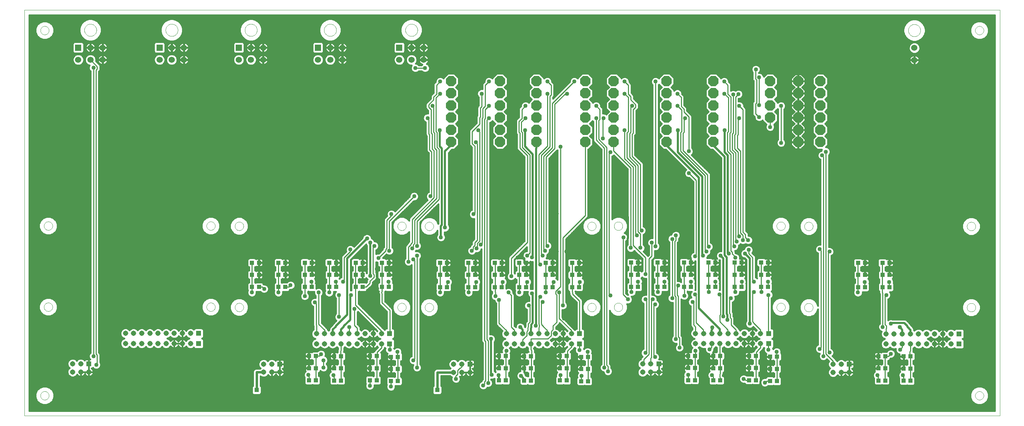
<source format=gtl>
G75*
G70*
%OFA0B0*%
%FSLAX24Y24*%
%IPPOS*%
%LPD*%
%AMOC8*
5,1,8,0,0,1.08239X$1,22.5*
%
%ADD10C,0.0000*%
%ADD11R,0.0515X0.0515*%
%ADD12C,0.0515*%
%ADD13R,0.0394X0.0433*%
%ADD14R,0.0433X0.0394*%
%ADD15R,0.0602X0.0602*%
%ADD16C,0.0602*%
%ADD17OC8,0.1000*%
%ADD18C,0.0100*%
%ADD19C,0.0240*%
%ADD20R,0.0436X0.0436*%
%ADD21C,0.0400*%
%ADD22C,0.0160*%
%ADD23C,0.0200*%
D10*
X000202Y000202D02*
X000202Y039572D01*
X094690Y039572D01*
X094690Y000202D01*
X000202Y000202D01*
X001757Y002170D02*
X001759Y002210D01*
X001765Y002251D01*
X001775Y002290D01*
X001788Y002328D01*
X001806Y002365D01*
X001827Y002399D01*
X001851Y002432D01*
X001878Y002462D01*
X001908Y002489D01*
X001941Y002513D01*
X001975Y002534D01*
X002012Y002552D01*
X002050Y002565D01*
X002089Y002575D01*
X002130Y002581D01*
X002170Y002583D01*
X002210Y002581D01*
X002251Y002575D01*
X002290Y002565D01*
X002328Y002552D01*
X002365Y002534D01*
X002399Y002513D01*
X002432Y002489D01*
X002462Y002462D01*
X002489Y002432D01*
X002513Y002399D01*
X002534Y002365D01*
X002552Y002328D01*
X002565Y002290D01*
X002575Y002251D01*
X002581Y002210D01*
X002583Y002170D01*
X002581Y002130D01*
X002575Y002089D01*
X002565Y002050D01*
X002552Y002012D01*
X002534Y001975D01*
X002513Y001941D01*
X002489Y001908D01*
X002462Y001878D01*
X002432Y001851D01*
X002399Y001827D01*
X002365Y001806D01*
X002328Y001788D01*
X002290Y001775D01*
X002251Y001765D01*
X002210Y001759D01*
X002170Y001757D01*
X002130Y001759D01*
X002089Y001765D01*
X002050Y001775D01*
X002012Y001788D01*
X001975Y001806D01*
X001941Y001827D01*
X001908Y001851D01*
X001878Y001878D01*
X001851Y001908D01*
X001827Y001941D01*
X001806Y001975D01*
X001788Y002012D01*
X001775Y002050D01*
X001765Y002089D01*
X001759Y002130D01*
X001757Y002170D01*
X020602Y010735D02*
X020604Y010775D01*
X020610Y010816D01*
X020620Y010855D01*
X020633Y010893D01*
X020651Y010930D01*
X020672Y010964D01*
X020696Y010997D01*
X020723Y011027D01*
X020753Y011054D01*
X020786Y011078D01*
X020820Y011099D01*
X020857Y011117D01*
X020895Y011130D01*
X020934Y011140D01*
X020975Y011146D01*
X021015Y011148D01*
X021055Y011146D01*
X021096Y011140D01*
X021135Y011130D01*
X021173Y011117D01*
X021210Y011099D01*
X021244Y011078D01*
X021277Y011054D01*
X021307Y011027D01*
X021334Y010997D01*
X021358Y010964D01*
X021379Y010930D01*
X021397Y010893D01*
X021410Y010855D01*
X021420Y010816D01*
X021426Y010775D01*
X021428Y010735D01*
X021426Y010695D01*
X021420Y010654D01*
X021410Y010615D01*
X021397Y010577D01*
X021379Y010540D01*
X021358Y010506D01*
X021334Y010473D01*
X021307Y010443D01*
X021277Y010416D01*
X021244Y010392D01*
X021210Y010371D01*
X021173Y010353D01*
X021135Y010340D01*
X021096Y010330D01*
X021055Y010324D01*
X021015Y010322D01*
X020975Y010324D01*
X020934Y010330D01*
X020895Y010340D01*
X020857Y010353D01*
X020820Y010371D01*
X020786Y010392D01*
X020753Y010416D01*
X020723Y010443D01*
X020696Y010473D01*
X020672Y010506D01*
X020651Y010540D01*
X020633Y010577D01*
X020620Y010615D01*
X020610Y010654D01*
X020604Y010695D01*
X020602Y010735D01*
X017850Y010763D02*
X017852Y010803D01*
X017858Y010844D01*
X017868Y010883D01*
X017881Y010921D01*
X017899Y010958D01*
X017920Y010992D01*
X017944Y011025D01*
X017971Y011055D01*
X018001Y011082D01*
X018034Y011106D01*
X018068Y011127D01*
X018105Y011145D01*
X018143Y011158D01*
X018182Y011168D01*
X018223Y011174D01*
X018263Y011176D01*
X018303Y011174D01*
X018344Y011168D01*
X018383Y011158D01*
X018421Y011145D01*
X018458Y011127D01*
X018492Y011106D01*
X018525Y011082D01*
X018555Y011055D01*
X018582Y011025D01*
X018606Y010992D01*
X018627Y010958D01*
X018645Y010921D01*
X018658Y010883D01*
X018668Y010844D01*
X018674Y010803D01*
X018676Y010763D01*
X018674Y010723D01*
X018668Y010682D01*
X018658Y010643D01*
X018645Y010605D01*
X018627Y010568D01*
X018606Y010534D01*
X018582Y010501D01*
X018555Y010471D01*
X018525Y010444D01*
X018492Y010420D01*
X018458Y010399D01*
X018421Y010381D01*
X018383Y010368D01*
X018344Y010358D01*
X018303Y010352D01*
X018263Y010350D01*
X018223Y010352D01*
X018182Y010358D01*
X018143Y010368D01*
X018105Y010381D01*
X018068Y010399D01*
X018034Y010420D01*
X018001Y010444D01*
X017971Y010471D01*
X017944Y010501D01*
X017920Y010534D01*
X017899Y010568D01*
X017881Y010605D01*
X017868Y010643D01*
X017858Y010682D01*
X017852Y010723D01*
X017850Y010763D01*
X002102Y010763D02*
X002104Y010803D01*
X002110Y010844D01*
X002120Y010883D01*
X002133Y010921D01*
X002151Y010958D01*
X002172Y010992D01*
X002196Y011025D01*
X002223Y011055D01*
X002253Y011082D01*
X002286Y011106D01*
X002320Y011127D01*
X002357Y011145D01*
X002395Y011158D01*
X002434Y011168D01*
X002475Y011174D01*
X002515Y011176D01*
X002555Y011174D01*
X002596Y011168D01*
X002635Y011158D01*
X002673Y011145D01*
X002710Y011127D01*
X002744Y011106D01*
X002777Y011082D01*
X002807Y011055D01*
X002834Y011025D01*
X002858Y010992D01*
X002879Y010958D01*
X002897Y010921D01*
X002910Y010883D01*
X002920Y010844D01*
X002926Y010803D01*
X002928Y010763D01*
X002926Y010723D01*
X002920Y010682D01*
X002910Y010643D01*
X002897Y010605D01*
X002879Y010568D01*
X002858Y010534D01*
X002834Y010501D01*
X002807Y010471D01*
X002777Y010444D01*
X002744Y010420D01*
X002710Y010399D01*
X002673Y010381D01*
X002635Y010368D01*
X002596Y010358D01*
X002555Y010352D01*
X002515Y010350D01*
X002475Y010352D01*
X002434Y010358D01*
X002395Y010368D01*
X002357Y010381D01*
X002320Y010399D01*
X002286Y010420D01*
X002253Y010444D01*
X002223Y010471D01*
X002196Y010501D01*
X002172Y010534D01*
X002151Y010568D01*
X002133Y010605D01*
X002120Y010643D01*
X002110Y010682D01*
X002104Y010723D01*
X002102Y010763D01*
X002102Y018637D02*
X002104Y018677D01*
X002110Y018718D01*
X002120Y018757D01*
X002133Y018795D01*
X002151Y018832D01*
X002172Y018866D01*
X002196Y018899D01*
X002223Y018929D01*
X002253Y018956D01*
X002286Y018980D01*
X002320Y019001D01*
X002357Y019019D01*
X002395Y019032D01*
X002434Y019042D01*
X002475Y019048D01*
X002515Y019050D01*
X002555Y019048D01*
X002596Y019042D01*
X002635Y019032D01*
X002673Y019019D01*
X002710Y019001D01*
X002744Y018980D01*
X002777Y018956D01*
X002807Y018929D01*
X002834Y018899D01*
X002858Y018866D01*
X002879Y018832D01*
X002897Y018795D01*
X002910Y018757D01*
X002920Y018718D01*
X002926Y018677D01*
X002928Y018637D01*
X002926Y018597D01*
X002920Y018556D01*
X002910Y018517D01*
X002897Y018479D01*
X002879Y018442D01*
X002858Y018408D01*
X002834Y018375D01*
X002807Y018345D01*
X002777Y018318D01*
X002744Y018294D01*
X002710Y018273D01*
X002673Y018255D01*
X002635Y018242D01*
X002596Y018232D01*
X002555Y018226D01*
X002515Y018224D01*
X002475Y018226D01*
X002434Y018232D01*
X002395Y018242D01*
X002357Y018255D01*
X002320Y018273D01*
X002286Y018294D01*
X002253Y018318D01*
X002223Y018345D01*
X002196Y018375D01*
X002172Y018408D01*
X002151Y018442D01*
X002133Y018479D01*
X002120Y018517D01*
X002110Y018556D01*
X002104Y018597D01*
X002102Y018637D01*
X017850Y018637D02*
X017852Y018677D01*
X017858Y018718D01*
X017868Y018757D01*
X017881Y018795D01*
X017899Y018832D01*
X017920Y018866D01*
X017944Y018899D01*
X017971Y018929D01*
X018001Y018956D01*
X018034Y018980D01*
X018068Y019001D01*
X018105Y019019D01*
X018143Y019032D01*
X018182Y019042D01*
X018223Y019048D01*
X018263Y019050D01*
X018303Y019048D01*
X018344Y019042D01*
X018383Y019032D01*
X018421Y019019D01*
X018458Y019001D01*
X018492Y018980D01*
X018525Y018956D01*
X018555Y018929D01*
X018582Y018899D01*
X018606Y018866D01*
X018627Y018832D01*
X018645Y018795D01*
X018658Y018757D01*
X018668Y018718D01*
X018674Y018677D01*
X018676Y018637D01*
X018674Y018597D01*
X018668Y018556D01*
X018658Y018517D01*
X018645Y018479D01*
X018627Y018442D01*
X018606Y018408D01*
X018582Y018375D01*
X018555Y018345D01*
X018525Y018318D01*
X018492Y018294D01*
X018458Y018273D01*
X018421Y018255D01*
X018383Y018242D01*
X018344Y018232D01*
X018303Y018226D01*
X018263Y018224D01*
X018223Y018226D01*
X018182Y018232D01*
X018143Y018242D01*
X018105Y018255D01*
X018068Y018273D01*
X018034Y018294D01*
X018001Y018318D01*
X017971Y018345D01*
X017944Y018375D01*
X017920Y018408D01*
X017899Y018442D01*
X017881Y018479D01*
X017868Y018517D01*
X017858Y018556D01*
X017852Y018597D01*
X017850Y018637D01*
X020602Y018609D02*
X020604Y018649D01*
X020610Y018690D01*
X020620Y018729D01*
X020633Y018767D01*
X020651Y018804D01*
X020672Y018838D01*
X020696Y018871D01*
X020723Y018901D01*
X020753Y018928D01*
X020786Y018952D01*
X020820Y018973D01*
X020857Y018991D01*
X020895Y019004D01*
X020934Y019014D01*
X020975Y019020D01*
X021015Y019022D01*
X021055Y019020D01*
X021096Y019014D01*
X021135Y019004D01*
X021173Y018991D01*
X021210Y018973D01*
X021244Y018952D01*
X021277Y018928D01*
X021307Y018901D01*
X021334Y018871D01*
X021358Y018838D01*
X021379Y018804D01*
X021397Y018767D01*
X021410Y018729D01*
X021420Y018690D01*
X021426Y018649D01*
X021428Y018609D01*
X021426Y018569D01*
X021420Y018528D01*
X021410Y018489D01*
X021397Y018451D01*
X021379Y018414D01*
X021358Y018380D01*
X021334Y018347D01*
X021307Y018317D01*
X021277Y018290D01*
X021244Y018266D01*
X021210Y018245D01*
X021173Y018227D01*
X021135Y018214D01*
X021096Y018204D01*
X021055Y018198D01*
X021015Y018196D01*
X020975Y018198D01*
X020934Y018204D01*
X020895Y018214D01*
X020857Y018227D01*
X020820Y018245D01*
X020786Y018266D01*
X020753Y018290D01*
X020723Y018317D01*
X020696Y018347D01*
X020672Y018380D01*
X020651Y018414D01*
X020633Y018451D01*
X020620Y018489D01*
X020610Y018528D01*
X020604Y018569D01*
X020602Y018609D01*
X036350Y018609D02*
X036352Y018649D01*
X036358Y018690D01*
X036368Y018729D01*
X036381Y018767D01*
X036399Y018804D01*
X036420Y018838D01*
X036444Y018871D01*
X036471Y018901D01*
X036501Y018928D01*
X036534Y018952D01*
X036568Y018973D01*
X036605Y018991D01*
X036643Y019004D01*
X036682Y019014D01*
X036723Y019020D01*
X036763Y019022D01*
X036803Y019020D01*
X036844Y019014D01*
X036883Y019004D01*
X036921Y018991D01*
X036958Y018973D01*
X036992Y018952D01*
X037025Y018928D01*
X037055Y018901D01*
X037082Y018871D01*
X037106Y018838D01*
X037127Y018804D01*
X037145Y018767D01*
X037158Y018729D01*
X037168Y018690D01*
X037174Y018649D01*
X037176Y018609D01*
X037174Y018569D01*
X037168Y018528D01*
X037158Y018489D01*
X037145Y018451D01*
X037127Y018414D01*
X037106Y018380D01*
X037082Y018347D01*
X037055Y018317D01*
X037025Y018290D01*
X036992Y018266D01*
X036958Y018245D01*
X036921Y018227D01*
X036883Y018214D01*
X036844Y018204D01*
X036803Y018198D01*
X036763Y018196D01*
X036723Y018198D01*
X036682Y018204D01*
X036643Y018214D01*
X036605Y018227D01*
X036568Y018245D01*
X036534Y018266D01*
X036501Y018290D01*
X036471Y018317D01*
X036444Y018347D01*
X036420Y018380D01*
X036399Y018414D01*
X036381Y018451D01*
X036368Y018489D01*
X036358Y018528D01*
X036352Y018569D01*
X036350Y018609D01*
X039007Y018601D02*
X039009Y018641D01*
X039015Y018682D01*
X039025Y018721D01*
X039038Y018759D01*
X039056Y018796D01*
X039077Y018830D01*
X039101Y018863D01*
X039128Y018893D01*
X039158Y018920D01*
X039191Y018944D01*
X039225Y018965D01*
X039262Y018983D01*
X039300Y018996D01*
X039339Y019006D01*
X039380Y019012D01*
X039420Y019014D01*
X039460Y019012D01*
X039501Y019006D01*
X039540Y018996D01*
X039578Y018983D01*
X039615Y018965D01*
X039649Y018944D01*
X039682Y018920D01*
X039712Y018893D01*
X039739Y018863D01*
X039763Y018830D01*
X039784Y018796D01*
X039802Y018759D01*
X039815Y018721D01*
X039825Y018682D01*
X039831Y018641D01*
X039833Y018601D01*
X039831Y018561D01*
X039825Y018520D01*
X039815Y018481D01*
X039802Y018443D01*
X039784Y018406D01*
X039763Y018372D01*
X039739Y018339D01*
X039712Y018309D01*
X039682Y018282D01*
X039649Y018258D01*
X039615Y018237D01*
X039578Y018219D01*
X039540Y018206D01*
X039501Y018196D01*
X039460Y018190D01*
X039420Y018188D01*
X039380Y018190D01*
X039339Y018196D01*
X039300Y018206D01*
X039262Y018219D01*
X039225Y018237D01*
X039191Y018258D01*
X039158Y018282D01*
X039128Y018309D01*
X039101Y018339D01*
X039077Y018372D01*
X039056Y018406D01*
X039038Y018443D01*
X039025Y018481D01*
X039015Y018520D01*
X039009Y018561D01*
X039007Y018601D01*
X054755Y018601D02*
X054757Y018641D01*
X054763Y018682D01*
X054773Y018721D01*
X054786Y018759D01*
X054804Y018796D01*
X054825Y018830D01*
X054849Y018863D01*
X054876Y018893D01*
X054906Y018920D01*
X054939Y018944D01*
X054973Y018965D01*
X055010Y018983D01*
X055048Y018996D01*
X055087Y019006D01*
X055128Y019012D01*
X055168Y019014D01*
X055208Y019012D01*
X055249Y019006D01*
X055288Y018996D01*
X055326Y018983D01*
X055363Y018965D01*
X055397Y018944D01*
X055430Y018920D01*
X055460Y018893D01*
X055487Y018863D01*
X055511Y018830D01*
X055532Y018796D01*
X055550Y018759D01*
X055563Y018721D01*
X055573Y018682D01*
X055579Y018641D01*
X055581Y018601D01*
X055579Y018561D01*
X055573Y018520D01*
X055563Y018481D01*
X055550Y018443D01*
X055532Y018406D01*
X055511Y018372D01*
X055487Y018339D01*
X055460Y018309D01*
X055430Y018282D01*
X055397Y018258D01*
X055363Y018237D01*
X055326Y018219D01*
X055288Y018206D01*
X055249Y018196D01*
X055208Y018190D01*
X055168Y018188D01*
X055128Y018190D01*
X055087Y018196D01*
X055048Y018206D01*
X055010Y018219D01*
X054973Y018237D01*
X054939Y018258D01*
X054906Y018282D01*
X054876Y018309D01*
X054849Y018339D01*
X054825Y018372D01*
X054804Y018406D01*
X054786Y018443D01*
X054773Y018481D01*
X054763Y018520D01*
X054757Y018561D01*
X054755Y018601D01*
X057326Y018621D02*
X057328Y018661D01*
X057334Y018702D01*
X057344Y018741D01*
X057357Y018779D01*
X057375Y018816D01*
X057396Y018850D01*
X057420Y018883D01*
X057447Y018913D01*
X057477Y018940D01*
X057510Y018964D01*
X057544Y018985D01*
X057581Y019003D01*
X057619Y019016D01*
X057658Y019026D01*
X057699Y019032D01*
X057739Y019034D01*
X057779Y019032D01*
X057820Y019026D01*
X057859Y019016D01*
X057897Y019003D01*
X057934Y018985D01*
X057968Y018964D01*
X058001Y018940D01*
X058031Y018913D01*
X058058Y018883D01*
X058082Y018850D01*
X058103Y018816D01*
X058121Y018779D01*
X058134Y018741D01*
X058144Y018702D01*
X058150Y018661D01*
X058152Y018621D01*
X058150Y018581D01*
X058144Y018540D01*
X058134Y018501D01*
X058121Y018463D01*
X058103Y018426D01*
X058082Y018392D01*
X058058Y018359D01*
X058031Y018329D01*
X058001Y018302D01*
X057968Y018278D01*
X057934Y018257D01*
X057897Y018239D01*
X057859Y018226D01*
X057820Y018216D01*
X057779Y018210D01*
X057739Y018208D01*
X057699Y018210D01*
X057658Y018216D01*
X057619Y018226D01*
X057581Y018239D01*
X057544Y018257D01*
X057510Y018278D01*
X057477Y018302D01*
X057447Y018329D01*
X057420Y018359D01*
X057396Y018392D01*
X057375Y018426D01*
X057357Y018463D01*
X057344Y018501D01*
X057334Y018540D01*
X057328Y018581D01*
X057326Y018621D01*
X073074Y018621D02*
X073076Y018661D01*
X073082Y018702D01*
X073092Y018741D01*
X073105Y018779D01*
X073123Y018816D01*
X073144Y018850D01*
X073168Y018883D01*
X073195Y018913D01*
X073225Y018940D01*
X073258Y018964D01*
X073292Y018985D01*
X073329Y019003D01*
X073367Y019016D01*
X073406Y019026D01*
X073447Y019032D01*
X073487Y019034D01*
X073527Y019032D01*
X073568Y019026D01*
X073607Y019016D01*
X073645Y019003D01*
X073682Y018985D01*
X073716Y018964D01*
X073749Y018940D01*
X073779Y018913D01*
X073806Y018883D01*
X073830Y018850D01*
X073851Y018816D01*
X073869Y018779D01*
X073882Y018741D01*
X073892Y018702D01*
X073898Y018661D01*
X073900Y018621D01*
X073898Y018581D01*
X073892Y018540D01*
X073882Y018501D01*
X073869Y018463D01*
X073851Y018426D01*
X073830Y018392D01*
X073806Y018359D01*
X073779Y018329D01*
X073749Y018302D01*
X073716Y018278D01*
X073682Y018257D01*
X073645Y018239D01*
X073607Y018226D01*
X073568Y018216D01*
X073527Y018210D01*
X073487Y018208D01*
X073447Y018210D01*
X073406Y018216D01*
X073367Y018226D01*
X073329Y018239D01*
X073292Y018257D01*
X073258Y018278D01*
X073225Y018302D01*
X073195Y018329D01*
X073168Y018359D01*
X073144Y018392D01*
X073123Y018426D01*
X073105Y018463D01*
X073092Y018501D01*
X073082Y018540D01*
X073076Y018581D01*
X073074Y018621D01*
X075771Y018593D02*
X075773Y018633D01*
X075779Y018674D01*
X075789Y018713D01*
X075802Y018751D01*
X075820Y018788D01*
X075841Y018822D01*
X075865Y018855D01*
X075892Y018885D01*
X075922Y018912D01*
X075955Y018936D01*
X075989Y018957D01*
X076026Y018975D01*
X076064Y018988D01*
X076103Y018998D01*
X076144Y019004D01*
X076184Y019006D01*
X076224Y019004D01*
X076265Y018998D01*
X076304Y018988D01*
X076342Y018975D01*
X076379Y018957D01*
X076413Y018936D01*
X076446Y018912D01*
X076476Y018885D01*
X076503Y018855D01*
X076527Y018822D01*
X076548Y018788D01*
X076566Y018751D01*
X076579Y018713D01*
X076589Y018674D01*
X076595Y018633D01*
X076597Y018593D01*
X076595Y018553D01*
X076589Y018512D01*
X076579Y018473D01*
X076566Y018435D01*
X076548Y018398D01*
X076527Y018364D01*
X076503Y018331D01*
X076476Y018301D01*
X076446Y018274D01*
X076413Y018250D01*
X076379Y018229D01*
X076342Y018211D01*
X076304Y018198D01*
X076265Y018188D01*
X076224Y018182D01*
X076184Y018180D01*
X076144Y018182D01*
X076103Y018188D01*
X076064Y018198D01*
X076026Y018211D01*
X075989Y018229D01*
X075955Y018250D01*
X075922Y018274D01*
X075892Y018301D01*
X075865Y018331D01*
X075841Y018364D01*
X075820Y018398D01*
X075802Y018435D01*
X075789Y018473D01*
X075779Y018512D01*
X075773Y018553D01*
X075771Y018593D01*
X091519Y018593D02*
X091521Y018633D01*
X091527Y018674D01*
X091537Y018713D01*
X091550Y018751D01*
X091568Y018788D01*
X091589Y018822D01*
X091613Y018855D01*
X091640Y018885D01*
X091670Y018912D01*
X091703Y018936D01*
X091737Y018957D01*
X091774Y018975D01*
X091812Y018988D01*
X091851Y018998D01*
X091892Y019004D01*
X091932Y019006D01*
X091972Y019004D01*
X092013Y018998D01*
X092052Y018988D01*
X092090Y018975D01*
X092127Y018957D01*
X092161Y018936D01*
X092194Y018912D01*
X092224Y018885D01*
X092251Y018855D01*
X092275Y018822D01*
X092296Y018788D01*
X092314Y018751D01*
X092327Y018713D01*
X092337Y018674D01*
X092343Y018633D01*
X092345Y018593D01*
X092343Y018553D01*
X092337Y018512D01*
X092327Y018473D01*
X092314Y018435D01*
X092296Y018398D01*
X092275Y018364D01*
X092251Y018331D01*
X092224Y018301D01*
X092194Y018274D01*
X092161Y018250D01*
X092127Y018229D01*
X092090Y018211D01*
X092052Y018198D01*
X092013Y018188D01*
X091972Y018182D01*
X091932Y018180D01*
X091892Y018182D01*
X091851Y018188D01*
X091812Y018198D01*
X091774Y018211D01*
X091737Y018229D01*
X091703Y018250D01*
X091670Y018274D01*
X091640Y018301D01*
X091613Y018331D01*
X091589Y018364D01*
X091568Y018398D01*
X091550Y018435D01*
X091537Y018473D01*
X091527Y018512D01*
X091521Y018553D01*
X091519Y018593D01*
X073074Y010747D02*
X073076Y010787D01*
X073082Y010828D01*
X073092Y010867D01*
X073105Y010905D01*
X073123Y010942D01*
X073144Y010976D01*
X073168Y011009D01*
X073195Y011039D01*
X073225Y011066D01*
X073258Y011090D01*
X073292Y011111D01*
X073329Y011129D01*
X073367Y011142D01*
X073406Y011152D01*
X073447Y011158D01*
X073487Y011160D01*
X073527Y011158D01*
X073568Y011152D01*
X073607Y011142D01*
X073645Y011129D01*
X073682Y011111D01*
X073716Y011090D01*
X073749Y011066D01*
X073779Y011039D01*
X073806Y011009D01*
X073830Y010976D01*
X073851Y010942D01*
X073869Y010905D01*
X073882Y010867D01*
X073892Y010828D01*
X073898Y010787D01*
X073900Y010747D01*
X073898Y010707D01*
X073892Y010666D01*
X073882Y010627D01*
X073869Y010589D01*
X073851Y010552D01*
X073830Y010518D01*
X073806Y010485D01*
X073779Y010455D01*
X073749Y010428D01*
X073716Y010404D01*
X073682Y010383D01*
X073645Y010365D01*
X073607Y010352D01*
X073568Y010342D01*
X073527Y010336D01*
X073487Y010334D01*
X073447Y010336D01*
X073406Y010342D01*
X073367Y010352D01*
X073329Y010365D01*
X073292Y010383D01*
X073258Y010404D01*
X073225Y010428D01*
X073195Y010455D01*
X073168Y010485D01*
X073144Y010518D01*
X073123Y010552D01*
X073105Y010589D01*
X073092Y010627D01*
X073082Y010666D01*
X073076Y010707D01*
X073074Y010747D01*
X075771Y010719D02*
X075773Y010759D01*
X075779Y010800D01*
X075789Y010839D01*
X075802Y010877D01*
X075820Y010914D01*
X075841Y010948D01*
X075865Y010981D01*
X075892Y011011D01*
X075922Y011038D01*
X075955Y011062D01*
X075989Y011083D01*
X076026Y011101D01*
X076064Y011114D01*
X076103Y011124D01*
X076144Y011130D01*
X076184Y011132D01*
X076224Y011130D01*
X076265Y011124D01*
X076304Y011114D01*
X076342Y011101D01*
X076379Y011083D01*
X076413Y011062D01*
X076446Y011038D01*
X076476Y011011D01*
X076503Y010981D01*
X076527Y010948D01*
X076548Y010914D01*
X076566Y010877D01*
X076579Y010839D01*
X076589Y010800D01*
X076595Y010759D01*
X076597Y010719D01*
X076595Y010679D01*
X076589Y010638D01*
X076579Y010599D01*
X076566Y010561D01*
X076548Y010524D01*
X076527Y010490D01*
X076503Y010457D01*
X076476Y010427D01*
X076446Y010400D01*
X076413Y010376D01*
X076379Y010355D01*
X076342Y010337D01*
X076304Y010324D01*
X076265Y010314D01*
X076224Y010308D01*
X076184Y010306D01*
X076144Y010308D01*
X076103Y010314D01*
X076064Y010324D01*
X076026Y010337D01*
X075989Y010355D01*
X075955Y010376D01*
X075922Y010400D01*
X075892Y010427D01*
X075865Y010457D01*
X075841Y010490D01*
X075820Y010524D01*
X075802Y010561D01*
X075789Y010599D01*
X075779Y010638D01*
X075773Y010679D01*
X075771Y010719D01*
X091519Y010719D02*
X091521Y010759D01*
X091527Y010800D01*
X091537Y010839D01*
X091550Y010877D01*
X091568Y010914D01*
X091589Y010948D01*
X091613Y010981D01*
X091640Y011011D01*
X091670Y011038D01*
X091703Y011062D01*
X091737Y011083D01*
X091774Y011101D01*
X091812Y011114D01*
X091851Y011124D01*
X091892Y011130D01*
X091932Y011132D01*
X091972Y011130D01*
X092013Y011124D01*
X092052Y011114D01*
X092090Y011101D01*
X092127Y011083D01*
X092161Y011062D01*
X092194Y011038D01*
X092224Y011011D01*
X092251Y010981D01*
X092275Y010948D01*
X092296Y010914D01*
X092314Y010877D01*
X092327Y010839D01*
X092337Y010800D01*
X092343Y010759D01*
X092345Y010719D01*
X092343Y010679D01*
X092337Y010638D01*
X092327Y010599D01*
X092314Y010561D01*
X092296Y010524D01*
X092275Y010490D01*
X092251Y010457D01*
X092224Y010427D01*
X092194Y010400D01*
X092161Y010376D01*
X092127Y010355D01*
X092090Y010337D01*
X092052Y010324D01*
X092013Y010314D01*
X091972Y010308D01*
X091932Y010306D01*
X091892Y010308D01*
X091851Y010314D01*
X091812Y010324D01*
X091774Y010337D01*
X091737Y010355D01*
X091703Y010376D01*
X091670Y010400D01*
X091640Y010427D01*
X091613Y010457D01*
X091589Y010490D01*
X091568Y010524D01*
X091550Y010561D01*
X091537Y010599D01*
X091527Y010638D01*
X091521Y010679D01*
X091519Y010719D01*
X092308Y002170D02*
X092310Y002210D01*
X092316Y002251D01*
X092326Y002290D01*
X092339Y002328D01*
X092357Y002365D01*
X092378Y002399D01*
X092402Y002432D01*
X092429Y002462D01*
X092459Y002489D01*
X092492Y002513D01*
X092526Y002534D01*
X092563Y002552D01*
X092601Y002565D01*
X092640Y002575D01*
X092681Y002581D01*
X092721Y002583D01*
X092761Y002581D01*
X092802Y002575D01*
X092841Y002565D01*
X092879Y002552D01*
X092916Y002534D01*
X092950Y002513D01*
X092983Y002489D01*
X093013Y002462D01*
X093040Y002432D01*
X093064Y002399D01*
X093085Y002365D01*
X093103Y002328D01*
X093116Y002290D01*
X093126Y002251D01*
X093132Y002210D01*
X093134Y002170D01*
X093132Y002130D01*
X093126Y002089D01*
X093116Y002050D01*
X093103Y002012D01*
X093085Y001975D01*
X093064Y001941D01*
X093040Y001908D01*
X093013Y001878D01*
X092983Y001851D01*
X092950Y001827D01*
X092916Y001806D01*
X092879Y001788D01*
X092841Y001775D01*
X092802Y001765D01*
X092761Y001759D01*
X092721Y001757D01*
X092681Y001759D01*
X092640Y001765D01*
X092601Y001775D01*
X092563Y001788D01*
X092526Y001806D01*
X092492Y001827D01*
X092459Y001851D01*
X092429Y001878D01*
X092402Y001908D01*
X092378Y001941D01*
X092357Y001975D01*
X092339Y002012D01*
X092326Y002050D01*
X092316Y002089D01*
X092310Y002130D01*
X092308Y002170D01*
X057326Y010747D02*
X057328Y010787D01*
X057334Y010828D01*
X057344Y010867D01*
X057357Y010905D01*
X057375Y010942D01*
X057396Y010976D01*
X057420Y011009D01*
X057447Y011039D01*
X057477Y011066D01*
X057510Y011090D01*
X057544Y011111D01*
X057581Y011129D01*
X057619Y011142D01*
X057658Y011152D01*
X057699Y011158D01*
X057739Y011160D01*
X057779Y011158D01*
X057820Y011152D01*
X057859Y011142D01*
X057897Y011129D01*
X057934Y011111D01*
X057968Y011090D01*
X058001Y011066D01*
X058031Y011039D01*
X058058Y011009D01*
X058082Y010976D01*
X058103Y010942D01*
X058121Y010905D01*
X058134Y010867D01*
X058144Y010828D01*
X058150Y010787D01*
X058152Y010747D01*
X058150Y010707D01*
X058144Y010666D01*
X058134Y010627D01*
X058121Y010589D01*
X058103Y010552D01*
X058082Y010518D01*
X058058Y010485D01*
X058031Y010455D01*
X058001Y010428D01*
X057968Y010404D01*
X057934Y010383D01*
X057897Y010365D01*
X057859Y010352D01*
X057820Y010342D01*
X057779Y010336D01*
X057739Y010334D01*
X057699Y010336D01*
X057658Y010342D01*
X057619Y010352D01*
X057581Y010365D01*
X057544Y010383D01*
X057510Y010404D01*
X057477Y010428D01*
X057447Y010455D01*
X057420Y010485D01*
X057396Y010518D01*
X057375Y010552D01*
X057357Y010589D01*
X057344Y010627D01*
X057334Y010666D01*
X057328Y010707D01*
X057326Y010747D01*
X054755Y010727D02*
X054757Y010767D01*
X054763Y010808D01*
X054773Y010847D01*
X054786Y010885D01*
X054804Y010922D01*
X054825Y010956D01*
X054849Y010989D01*
X054876Y011019D01*
X054906Y011046D01*
X054939Y011070D01*
X054973Y011091D01*
X055010Y011109D01*
X055048Y011122D01*
X055087Y011132D01*
X055128Y011138D01*
X055168Y011140D01*
X055208Y011138D01*
X055249Y011132D01*
X055288Y011122D01*
X055326Y011109D01*
X055363Y011091D01*
X055397Y011070D01*
X055430Y011046D01*
X055460Y011019D01*
X055487Y010989D01*
X055511Y010956D01*
X055532Y010922D01*
X055550Y010885D01*
X055563Y010847D01*
X055573Y010808D01*
X055579Y010767D01*
X055581Y010727D01*
X055579Y010687D01*
X055573Y010646D01*
X055563Y010607D01*
X055550Y010569D01*
X055532Y010532D01*
X055511Y010498D01*
X055487Y010465D01*
X055460Y010435D01*
X055430Y010408D01*
X055397Y010384D01*
X055363Y010363D01*
X055326Y010345D01*
X055288Y010332D01*
X055249Y010322D01*
X055208Y010316D01*
X055168Y010314D01*
X055128Y010316D01*
X055087Y010322D01*
X055048Y010332D01*
X055010Y010345D01*
X054973Y010363D01*
X054939Y010384D01*
X054906Y010408D01*
X054876Y010435D01*
X054849Y010465D01*
X054825Y010498D01*
X054804Y010532D01*
X054786Y010569D01*
X054773Y010607D01*
X054763Y010646D01*
X054757Y010687D01*
X054755Y010727D01*
X039007Y010727D02*
X039009Y010767D01*
X039015Y010808D01*
X039025Y010847D01*
X039038Y010885D01*
X039056Y010922D01*
X039077Y010956D01*
X039101Y010989D01*
X039128Y011019D01*
X039158Y011046D01*
X039191Y011070D01*
X039225Y011091D01*
X039262Y011109D01*
X039300Y011122D01*
X039339Y011132D01*
X039380Y011138D01*
X039420Y011140D01*
X039460Y011138D01*
X039501Y011132D01*
X039540Y011122D01*
X039578Y011109D01*
X039615Y011091D01*
X039649Y011070D01*
X039682Y011046D01*
X039712Y011019D01*
X039739Y010989D01*
X039763Y010956D01*
X039784Y010922D01*
X039802Y010885D01*
X039815Y010847D01*
X039825Y010808D01*
X039831Y010767D01*
X039833Y010727D01*
X039831Y010687D01*
X039825Y010646D01*
X039815Y010607D01*
X039802Y010569D01*
X039784Y010532D01*
X039763Y010498D01*
X039739Y010465D01*
X039712Y010435D01*
X039682Y010408D01*
X039649Y010384D01*
X039615Y010363D01*
X039578Y010345D01*
X039540Y010332D01*
X039501Y010322D01*
X039460Y010316D01*
X039420Y010314D01*
X039380Y010316D01*
X039339Y010322D01*
X039300Y010332D01*
X039262Y010345D01*
X039225Y010363D01*
X039191Y010384D01*
X039158Y010408D01*
X039128Y010435D01*
X039101Y010465D01*
X039077Y010498D01*
X039056Y010532D01*
X039038Y010569D01*
X039025Y010607D01*
X039015Y010646D01*
X039009Y010687D01*
X039007Y010727D01*
X036350Y010735D02*
X036352Y010775D01*
X036358Y010816D01*
X036368Y010855D01*
X036381Y010893D01*
X036399Y010930D01*
X036420Y010964D01*
X036444Y010997D01*
X036471Y011027D01*
X036501Y011054D01*
X036534Y011078D01*
X036568Y011099D01*
X036605Y011117D01*
X036643Y011130D01*
X036682Y011140D01*
X036723Y011146D01*
X036763Y011148D01*
X036803Y011146D01*
X036844Y011140D01*
X036883Y011130D01*
X036921Y011117D01*
X036958Y011099D01*
X036992Y011078D01*
X037025Y011054D01*
X037055Y011027D01*
X037082Y010997D01*
X037106Y010964D01*
X037127Y010930D01*
X037145Y010893D01*
X037158Y010855D01*
X037168Y010816D01*
X037174Y010775D01*
X037176Y010735D01*
X037174Y010695D01*
X037168Y010654D01*
X037158Y010615D01*
X037145Y010577D01*
X037127Y010540D01*
X037106Y010506D01*
X037082Y010473D01*
X037055Y010443D01*
X037025Y010416D01*
X036992Y010392D01*
X036958Y010371D01*
X036921Y010353D01*
X036883Y010340D01*
X036844Y010330D01*
X036803Y010324D01*
X036763Y010322D01*
X036723Y010324D01*
X036682Y010330D01*
X036643Y010340D01*
X036605Y010353D01*
X036568Y010371D01*
X036534Y010392D01*
X036501Y010416D01*
X036471Y010443D01*
X036444Y010473D01*
X036420Y010506D01*
X036399Y010540D01*
X036381Y010577D01*
X036368Y010615D01*
X036358Y010654D01*
X036352Y010695D01*
X036350Y010735D01*
X037111Y037631D02*
X037113Y037679D01*
X037119Y037727D01*
X037129Y037774D01*
X037142Y037820D01*
X037160Y037865D01*
X037180Y037909D01*
X037205Y037951D01*
X037233Y037990D01*
X037263Y038027D01*
X037297Y038061D01*
X037334Y038093D01*
X037372Y038122D01*
X037413Y038147D01*
X037456Y038169D01*
X037501Y038187D01*
X037547Y038201D01*
X037594Y038212D01*
X037642Y038219D01*
X037690Y038222D01*
X037738Y038221D01*
X037786Y038216D01*
X037834Y038207D01*
X037880Y038195D01*
X037925Y038178D01*
X037969Y038158D01*
X038011Y038135D01*
X038051Y038108D01*
X038089Y038078D01*
X038124Y038045D01*
X038156Y038009D01*
X038186Y037971D01*
X038212Y037930D01*
X038234Y037887D01*
X038254Y037843D01*
X038269Y037798D01*
X038281Y037751D01*
X038289Y037703D01*
X038293Y037655D01*
X038293Y037607D01*
X038289Y037559D01*
X038281Y037511D01*
X038269Y037464D01*
X038254Y037419D01*
X038234Y037375D01*
X038212Y037332D01*
X038186Y037291D01*
X038156Y037253D01*
X038124Y037217D01*
X038089Y037184D01*
X038051Y037154D01*
X038011Y037127D01*
X037969Y037104D01*
X037925Y037084D01*
X037880Y037067D01*
X037834Y037055D01*
X037786Y037046D01*
X037738Y037041D01*
X037690Y037040D01*
X037642Y037043D01*
X037594Y037050D01*
X037547Y037061D01*
X037501Y037075D01*
X037456Y037093D01*
X037413Y037115D01*
X037372Y037140D01*
X037334Y037169D01*
X037297Y037201D01*
X037263Y037235D01*
X037233Y037272D01*
X037205Y037311D01*
X037180Y037353D01*
X037160Y037397D01*
X037142Y037442D01*
X037129Y037488D01*
X037119Y037535D01*
X037113Y037583D01*
X037111Y037631D01*
X029237Y037631D02*
X029239Y037679D01*
X029245Y037727D01*
X029255Y037774D01*
X029268Y037820D01*
X029286Y037865D01*
X029306Y037909D01*
X029331Y037951D01*
X029359Y037990D01*
X029389Y038027D01*
X029423Y038061D01*
X029460Y038093D01*
X029498Y038122D01*
X029539Y038147D01*
X029582Y038169D01*
X029627Y038187D01*
X029673Y038201D01*
X029720Y038212D01*
X029768Y038219D01*
X029816Y038222D01*
X029864Y038221D01*
X029912Y038216D01*
X029960Y038207D01*
X030006Y038195D01*
X030051Y038178D01*
X030095Y038158D01*
X030137Y038135D01*
X030177Y038108D01*
X030215Y038078D01*
X030250Y038045D01*
X030282Y038009D01*
X030312Y037971D01*
X030338Y037930D01*
X030360Y037887D01*
X030380Y037843D01*
X030395Y037798D01*
X030407Y037751D01*
X030415Y037703D01*
X030419Y037655D01*
X030419Y037607D01*
X030415Y037559D01*
X030407Y037511D01*
X030395Y037464D01*
X030380Y037419D01*
X030360Y037375D01*
X030338Y037332D01*
X030312Y037291D01*
X030282Y037253D01*
X030250Y037217D01*
X030215Y037184D01*
X030177Y037154D01*
X030137Y037127D01*
X030095Y037104D01*
X030051Y037084D01*
X030006Y037067D01*
X029960Y037055D01*
X029912Y037046D01*
X029864Y037041D01*
X029816Y037040D01*
X029768Y037043D01*
X029720Y037050D01*
X029673Y037061D01*
X029627Y037075D01*
X029582Y037093D01*
X029539Y037115D01*
X029498Y037140D01*
X029460Y037169D01*
X029423Y037201D01*
X029389Y037235D01*
X029359Y037272D01*
X029331Y037311D01*
X029306Y037353D01*
X029286Y037397D01*
X029268Y037442D01*
X029255Y037488D01*
X029245Y037535D01*
X029239Y037583D01*
X029237Y037631D01*
X021559Y037631D02*
X021561Y037679D01*
X021567Y037727D01*
X021577Y037774D01*
X021590Y037820D01*
X021608Y037865D01*
X021628Y037909D01*
X021653Y037951D01*
X021681Y037990D01*
X021711Y038027D01*
X021745Y038061D01*
X021782Y038093D01*
X021820Y038122D01*
X021861Y038147D01*
X021904Y038169D01*
X021949Y038187D01*
X021995Y038201D01*
X022042Y038212D01*
X022090Y038219D01*
X022138Y038222D01*
X022186Y038221D01*
X022234Y038216D01*
X022282Y038207D01*
X022328Y038195D01*
X022373Y038178D01*
X022417Y038158D01*
X022459Y038135D01*
X022499Y038108D01*
X022537Y038078D01*
X022572Y038045D01*
X022604Y038009D01*
X022634Y037971D01*
X022660Y037930D01*
X022682Y037887D01*
X022702Y037843D01*
X022717Y037798D01*
X022729Y037751D01*
X022737Y037703D01*
X022741Y037655D01*
X022741Y037607D01*
X022737Y037559D01*
X022729Y037511D01*
X022717Y037464D01*
X022702Y037419D01*
X022682Y037375D01*
X022660Y037332D01*
X022634Y037291D01*
X022604Y037253D01*
X022572Y037217D01*
X022537Y037184D01*
X022499Y037154D01*
X022459Y037127D01*
X022417Y037104D01*
X022373Y037084D01*
X022328Y037067D01*
X022282Y037055D01*
X022234Y037046D01*
X022186Y037041D01*
X022138Y037040D01*
X022090Y037043D01*
X022042Y037050D01*
X021995Y037061D01*
X021949Y037075D01*
X021904Y037093D01*
X021861Y037115D01*
X021820Y037140D01*
X021782Y037169D01*
X021745Y037201D01*
X021711Y037235D01*
X021681Y037272D01*
X021653Y037311D01*
X021628Y037353D01*
X021608Y037397D01*
X021590Y037442D01*
X021577Y037488D01*
X021567Y037535D01*
X021561Y037583D01*
X021559Y037631D01*
X013882Y037631D02*
X013884Y037679D01*
X013890Y037727D01*
X013900Y037774D01*
X013913Y037820D01*
X013931Y037865D01*
X013951Y037909D01*
X013976Y037951D01*
X014004Y037990D01*
X014034Y038027D01*
X014068Y038061D01*
X014105Y038093D01*
X014143Y038122D01*
X014184Y038147D01*
X014227Y038169D01*
X014272Y038187D01*
X014318Y038201D01*
X014365Y038212D01*
X014413Y038219D01*
X014461Y038222D01*
X014509Y038221D01*
X014557Y038216D01*
X014605Y038207D01*
X014651Y038195D01*
X014696Y038178D01*
X014740Y038158D01*
X014782Y038135D01*
X014822Y038108D01*
X014860Y038078D01*
X014895Y038045D01*
X014927Y038009D01*
X014957Y037971D01*
X014983Y037930D01*
X015005Y037887D01*
X015025Y037843D01*
X015040Y037798D01*
X015052Y037751D01*
X015060Y037703D01*
X015064Y037655D01*
X015064Y037607D01*
X015060Y037559D01*
X015052Y037511D01*
X015040Y037464D01*
X015025Y037419D01*
X015005Y037375D01*
X014983Y037332D01*
X014957Y037291D01*
X014927Y037253D01*
X014895Y037217D01*
X014860Y037184D01*
X014822Y037154D01*
X014782Y037127D01*
X014740Y037104D01*
X014696Y037084D01*
X014651Y037067D01*
X014605Y037055D01*
X014557Y037046D01*
X014509Y037041D01*
X014461Y037040D01*
X014413Y037043D01*
X014365Y037050D01*
X014318Y037061D01*
X014272Y037075D01*
X014227Y037093D01*
X014184Y037115D01*
X014143Y037140D01*
X014105Y037169D01*
X014068Y037201D01*
X014034Y037235D01*
X014004Y037272D01*
X013976Y037311D01*
X013951Y037353D01*
X013931Y037397D01*
X013913Y037442D01*
X013900Y037488D01*
X013890Y037535D01*
X013884Y037583D01*
X013882Y037631D01*
X006008Y037631D02*
X006010Y037679D01*
X006016Y037727D01*
X006026Y037774D01*
X006039Y037820D01*
X006057Y037865D01*
X006077Y037909D01*
X006102Y037951D01*
X006130Y037990D01*
X006160Y038027D01*
X006194Y038061D01*
X006231Y038093D01*
X006269Y038122D01*
X006310Y038147D01*
X006353Y038169D01*
X006398Y038187D01*
X006444Y038201D01*
X006491Y038212D01*
X006539Y038219D01*
X006587Y038222D01*
X006635Y038221D01*
X006683Y038216D01*
X006731Y038207D01*
X006777Y038195D01*
X006822Y038178D01*
X006866Y038158D01*
X006908Y038135D01*
X006948Y038108D01*
X006986Y038078D01*
X007021Y038045D01*
X007053Y038009D01*
X007083Y037971D01*
X007109Y037930D01*
X007131Y037887D01*
X007151Y037843D01*
X007166Y037798D01*
X007178Y037751D01*
X007186Y037703D01*
X007190Y037655D01*
X007190Y037607D01*
X007186Y037559D01*
X007178Y037511D01*
X007166Y037464D01*
X007151Y037419D01*
X007131Y037375D01*
X007109Y037332D01*
X007083Y037291D01*
X007053Y037253D01*
X007021Y037217D01*
X006986Y037184D01*
X006948Y037154D01*
X006908Y037127D01*
X006866Y037104D01*
X006822Y037084D01*
X006777Y037067D01*
X006731Y037055D01*
X006683Y037046D01*
X006635Y037041D01*
X006587Y037040D01*
X006539Y037043D01*
X006491Y037050D01*
X006444Y037061D01*
X006398Y037075D01*
X006353Y037093D01*
X006310Y037115D01*
X006269Y037140D01*
X006231Y037169D01*
X006194Y037201D01*
X006160Y037235D01*
X006130Y037272D01*
X006102Y037311D01*
X006077Y037353D01*
X006057Y037397D01*
X006039Y037442D01*
X006026Y037488D01*
X006016Y037535D01*
X006010Y037583D01*
X006008Y037631D01*
X001757Y037603D02*
X001759Y037643D01*
X001765Y037684D01*
X001775Y037723D01*
X001788Y037761D01*
X001806Y037798D01*
X001827Y037832D01*
X001851Y037865D01*
X001878Y037895D01*
X001908Y037922D01*
X001941Y037946D01*
X001975Y037967D01*
X002012Y037985D01*
X002050Y037998D01*
X002089Y038008D01*
X002130Y038014D01*
X002170Y038016D01*
X002210Y038014D01*
X002251Y038008D01*
X002290Y037998D01*
X002328Y037985D01*
X002365Y037967D01*
X002399Y037946D01*
X002432Y037922D01*
X002462Y037895D01*
X002489Y037865D01*
X002513Y037832D01*
X002534Y037798D01*
X002552Y037761D01*
X002565Y037723D01*
X002575Y037684D01*
X002581Y037643D01*
X002583Y037603D01*
X002581Y037563D01*
X002575Y037522D01*
X002565Y037483D01*
X002552Y037445D01*
X002534Y037408D01*
X002513Y037374D01*
X002489Y037341D01*
X002462Y037311D01*
X002432Y037284D01*
X002399Y037260D01*
X002365Y037239D01*
X002328Y037221D01*
X002290Y037208D01*
X002251Y037198D01*
X002210Y037192D01*
X002170Y037190D01*
X002130Y037192D01*
X002089Y037198D01*
X002050Y037208D01*
X002012Y037221D01*
X001975Y037239D01*
X001941Y037260D01*
X001908Y037284D01*
X001878Y037311D01*
X001851Y037341D01*
X001827Y037374D01*
X001806Y037408D01*
X001788Y037445D01*
X001775Y037483D01*
X001765Y037522D01*
X001759Y037563D01*
X001757Y037603D01*
X085831Y037603D02*
X085833Y037651D01*
X085839Y037699D01*
X085849Y037746D01*
X085862Y037792D01*
X085880Y037837D01*
X085900Y037881D01*
X085925Y037923D01*
X085953Y037962D01*
X085983Y037999D01*
X086017Y038033D01*
X086054Y038065D01*
X086092Y038094D01*
X086133Y038119D01*
X086176Y038141D01*
X086221Y038159D01*
X086267Y038173D01*
X086314Y038184D01*
X086362Y038191D01*
X086410Y038194D01*
X086458Y038193D01*
X086506Y038188D01*
X086554Y038179D01*
X086600Y038167D01*
X086645Y038150D01*
X086689Y038130D01*
X086731Y038107D01*
X086771Y038080D01*
X086809Y038050D01*
X086844Y038017D01*
X086876Y037981D01*
X086906Y037943D01*
X086932Y037902D01*
X086954Y037859D01*
X086974Y037815D01*
X086989Y037770D01*
X087001Y037723D01*
X087009Y037675D01*
X087013Y037627D01*
X087013Y037579D01*
X087009Y037531D01*
X087001Y037483D01*
X086989Y037436D01*
X086974Y037391D01*
X086954Y037347D01*
X086932Y037304D01*
X086906Y037263D01*
X086876Y037225D01*
X086844Y037189D01*
X086809Y037156D01*
X086771Y037126D01*
X086731Y037099D01*
X086689Y037076D01*
X086645Y037056D01*
X086600Y037039D01*
X086554Y037027D01*
X086506Y037018D01*
X086458Y037013D01*
X086410Y037012D01*
X086362Y037015D01*
X086314Y037022D01*
X086267Y037033D01*
X086221Y037047D01*
X086176Y037065D01*
X086133Y037087D01*
X086092Y037112D01*
X086054Y037141D01*
X086017Y037173D01*
X085983Y037207D01*
X085953Y037244D01*
X085925Y037283D01*
X085900Y037325D01*
X085880Y037369D01*
X085862Y037414D01*
X085849Y037460D01*
X085839Y037507D01*
X085833Y037555D01*
X085831Y037603D01*
X092308Y037603D02*
X092310Y037643D01*
X092316Y037684D01*
X092326Y037723D01*
X092339Y037761D01*
X092357Y037798D01*
X092378Y037832D01*
X092402Y037865D01*
X092429Y037895D01*
X092459Y037922D01*
X092492Y037946D01*
X092526Y037967D01*
X092563Y037985D01*
X092601Y037998D01*
X092640Y038008D01*
X092681Y038014D01*
X092721Y038016D01*
X092761Y038014D01*
X092802Y038008D01*
X092841Y037998D01*
X092879Y037985D01*
X092916Y037967D01*
X092950Y037946D01*
X092983Y037922D01*
X093013Y037895D01*
X093040Y037865D01*
X093064Y037832D01*
X093085Y037798D01*
X093103Y037761D01*
X093116Y037723D01*
X093126Y037684D01*
X093132Y037643D01*
X093134Y037603D01*
X093132Y037563D01*
X093126Y037522D01*
X093116Y037483D01*
X093103Y037445D01*
X093085Y037408D01*
X093064Y037374D01*
X093040Y037341D01*
X093013Y037311D01*
X092983Y037284D01*
X092950Y037260D01*
X092916Y037239D01*
X092879Y037221D01*
X092841Y037208D01*
X092802Y037198D01*
X092761Y037192D01*
X092721Y037190D01*
X092681Y037192D01*
X092640Y037198D01*
X092601Y037208D01*
X092563Y037221D01*
X092526Y037239D01*
X092492Y037260D01*
X092459Y037284D01*
X092429Y037311D01*
X092402Y037341D01*
X092378Y037374D01*
X092357Y037408D01*
X092339Y037445D01*
X092326Y037483D01*
X092316Y037522D01*
X092310Y037563D01*
X092308Y037603D01*
D11*
X090751Y008160D03*
X090751Y007176D03*
X080121Y005207D03*
X072306Y007204D03*
X072306Y008188D03*
X061676Y005235D03*
X053987Y007184D03*
X053987Y008168D03*
X043357Y005215D03*
X035581Y007192D03*
X035581Y008176D03*
X024952Y005223D03*
X017081Y007219D03*
X017081Y008204D03*
X006452Y005251D03*
D12*
X005664Y005251D03*
X004877Y005251D03*
X004877Y004463D03*
X005664Y004463D03*
X006452Y004463D03*
X009995Y007219D03*
X010782Y007219D03*
X011570Y007219D03*
X012357Y007219D03*
X013144Y007219D03*
X013932Y007219D03*
X014719Y007219D03*
X015507Y007219D03*
X016294Y007219D03*
X016294Y008204D03*
X015507Y008204D03*
X014719Y008204D03*
X013932Y008204D03*
X013144Y008204D03*
X012357Y008204D03*
X011570Y008204D03*
X010782Y008204D03*
X009995Y008204D03*
X023377Y005223D03*
X024164Y005223D03*
X024164Y004436D03*
X023377Y004436D03*
X024952Y004436D03*
X028495Y007192D03*
X029282Y007192D03*
X030070Y007192D03*
X030857Y007192D03*
X031644Y007192D03*
X032432Y007192D03*
X033219Y007192D03*
X034007Y007192D03*
X034794Y007192D03*
X034794Y008176D03*
X034007Y008176D03*
X033219Y008176D03*
X032432Y008176D03*
X031644Y008176D03*
X030857Y008176D03*
X030070Y008176D03*
X029282Y008176D03*
X028495Y008176D03*
X041782Y005215D03*
X042570Y005215D03*
X042570Y004428D03*
X043357Y004428D03*
X041782Y004428D03*
X046900Y007184D03*
X047688Y007184D03*
X048475Y007184D03*
X049263Y007184D03*
X050050Y007184D03*
X050837Y007184D03*
X051625Y007184D03*
X052412Y007184D03*
X053200Y007184D03*
X053200Y008168D03*
X052412Y008168D03*
X051625Y008168D03*
X050837Y008168D03*
X050050Y008168D03*
X049263Y008168D03*
X048475Y008168D03*
X047688Y008168D03*
X046900Y008168D03*
X060101Y005235D03*
X060889Y005235D03*
X060889Y004448D03*
X061676Y004448D03*
X060101Y004448D03*
X065219Y007204D03*
X066007Y007204D03*
X066794Y007204D03*
X067581Y007204D03*
X068369Y007204D03*
X069156Y007204D03*
X069944Y007204D03*
X070731Y007204D03*
X071519Y007204D03*
X071519Y008188D03*
X070731Y008188D03*
X069944Y008188D03*
X069156Y008188D03*
X068369Y008188D03*
X067581Y008188D03*
X066794Y008188D03*
X066007Y008188D03*
X065219Y008188D03*
X078546Y005207D03*
X079333Y005207D03*
X079333Y004420D03*
X078546Y004420D03*
X080121Y004420D03*
X083664Y007176D03*
X084452Y007176D03*
X085239Y007176D03*
X086026Y007176D03*
X086814Y007176D03*
X087601Y007176D03*
X088389Y007176D03*
X089176Y007176D03*
X089963Y007176D03*
X089963Y008160D03*
X089176Y008160D03*
X088389Y008160D03*
X087601Y008160D03*
X086814Y008160D03*
X086026Y008160D03*
X085239Y008160D03*
X084452Y008160D03*
X083664Y008160D03*
D13*
X083605Y004814D03*
X082936Y004814D03*
X085377Y004794D03*
X086046Y004794D03*
X086046Y003613D03*
X085377Y003613D03*
X083605Y003633D03*
X082936Y003633D03*
X073113Y003581D03*
X072444Y003581D03*
X072444Y004763D03*
X073113Y004763D03*
X071066Y004841D03*
X070396Y004841D03*
X070396Y003660D03*
X071066Y003660D03*
X067601Y003641D03*
X066932Y003641D03*
X065160Y003660D03*
X064491Y003660D03*
X064491Y004841D03*
X065160Y004841D03*
X066932Y004822D03*
X067601Y004822D03*
X054794Y004743D03*
X054125Y004743D03*
X052747Y004822D03*
X052078Y004822D03*
X052078Y003641D03*
X052747Y003641D03*
X054125Y003562D03*
X054794Y003562D03*
X049282Y003621D03*
X048613Y003621D03*
X046841Y003641D03*
X046172Y003641D03*
X046172Y004822D03*
X046841Y004822D03*
X048613Y004802D03*
X049282Y004802D03*
X036389Y004751D03*
X035719Y004751D03*
X034341Y004830D03*
X033672Y004830D03*
X033672Y003648D03*
X034341Y003648D03*
X035719Y003570D03*
X036389Y003570D03*
X030877Y003629D03*
X030207Y003629D03*
X028436Y003648D03*
X027767Y003648D03*
X027767Y004830D03*
X028436Y004830D03*
X030207Y004810D03*
X030877Y004810D03*
X030404Y012704D03*
X029735Y012704D03*
X028042Y012704D03*
X027373Y012704D03*
X025483Y012704D03*
X024814Y012704D03*
X022924Y012704D03*
X022255Y012704D03*
X022255Y013885D03*
X022924Y013885D03*
X024814Y013885D03*
X025483Y013885D03*
X027373Y013885D03*
X028042Y013885D03*
X029735Y013885D03*
X030404Y013885D03*
X032294Y013885D03*
X032963Y013885D03*
X034853Y013885D03*
X035522Y013885D03*
X035522Y012704D03*
X034853Y012704D03*
X032963Y012704D03*
X032294Y012704D03*
X040463Y012696D03*
X041133Y012696D03*
X043219Y012696D03*
X043889Y012696D03*
X045778Y012696D03*
X046448Y012696D03*
X048141Y012696D03*
X048810Y012696D03*
X050700Y012696D03*
X051369Y012696D03*
X053259Y012696D03*
X053928Y012696D03*
X053928Y013877D03*
X053259Y013877D03*
X051369Y013877D03*
X050700Y013877D03*
X048810Y013877D03*
X048141Y013877D03*
X046448Y013877D03*
X045778Y013877D03*
X043889Y013877D03*
X043219Y013877D03*
X041133Y013877D03*
X040463Y013877D03*
X058979Y013896D03*
X059648Y013896D03*
X061538Y013896D03*
X062207Y013896D03*
X064097Y013896D03*
X064767Y013896D03*
X066459Y013896D03*
X067129Y013896D03*
X069019Y013896D03*
X069688Y013896D03*
X071578Y013896D03*
X072247Y013896D03*
X072247Y012715D03*
X071578Y012715D03*
X069688Y012715D03*
X069019Y012715D03*
X067129Y012715D03*
X066459Y012715D03*
X064767Y012715D03*
X064097Y012715D03*
X062207Y012715D03*
X061538Y012715D03*
X059648Y012715D03*
X058979Y012715D03*
X080967Y012688D03*
X081637Y012688D03*
X083330Y012688D03*
X083999Y012688D03*
X083999Y013869D03*
X083330Y013869D03*
X081637Y013869D03*
X080967Y013869D03*
D14*
X080967Y015050D03*
X081637Y015050D03*
X083330Y015050D03*
X083999Y015050D03*
X072247Y015078D03*
X071578Y015078D03*
X069688Y015078D03*
X069019Y015078D03*
X067129Y015078D03*
X066459Y015078D03*
X064767Y015078D03*
X064097Y015078D03*
X062207Y015078D03*
X061538Y015078D03*
X059648Y015078D03*
X058979Y015078D03*
X053928Y015058D03*
X053259Y015058D03*
X051369Y015058D03*
X050700Y015058D03*
X048810Y015058D03*
X048141Y015058D03*
X046448Y015058D03*
X045778Y015058D03*
X043889Y015058D03*
X043219Y015058D03*
X041133Y015058D03*
X040463Y015058D03*
X035522Y015066D03*
X034853Y015066D03*
X032963Y015066D03*
X032294Y015066D03*
X030404Y015066D03*
X029735Y015066D03*
X028042Y015066D03*
X027373Y015066D03*
X025483Y015066D03*
X024814Y015066D03*
X022924Y015066D03*
X022255Y015066D03*
X027767Y006011D03*
X028436Y006011D03*
X030207Y005991D03*
X030877Y005991D03*
X033672Y006011D03*
X034341Y006011D03*
X035719Y005932D03*
X036389Y005932D03*
X046172Y006003D03*
X046841Y006003D03*
X048613Y005983D03*
X049282Y005983D03*
X052078Y006003D03*
X052747Y006003D03*
X054125Y005924D03*
X054794Y005924D03*
X064491Y006022D03*
X065160Y006022D03*
X066932Y006003D03*
X067601Y006003D03*
X070396Y006022D03*
X071066Y006022D03*
X072444Y005944D03*
X073113Y005944D03*
X082936Y005995D03*
X083605Y005995D03*
X085377Y005975D03*
X086046Y005975D03*
D15*
X036520Y035930D03*
X028646Y035930D03*
X020969Y035930D03*
X013292Y035930D03*
X005418Y035930D03*
D16*
X006599Y035930D03*
X007780Y035930D03*
X007780Y034749D03*
X006599Y034749D03*
X005418Y034749D03*
X013292Y034749D03*
X014473Y034749D03*
X015654Y034749D03*
X015654Y035930D03*
X014473Y035930D03*
X020969Y034749D03*
X022150Y034749D03*
X023331Y034749D03*
X023331Y035930D03*
X022150Y035930D03*
X028646Y034749D03*
X029828Y034749D03*
X031009Y034749D03*
X031009Y035930D03*
X029828Y035930D03*
X036520Y034749D03*
X037702Y034749D03*
X038883Y034749D03*
X038883Y035930D03*
X037702Y035930D03*
X086422Y035902D03*
X086422Y034721D03*
D17*
X077308Y032682D03*
X075162Y032682D03*
X075162Y031501D03*
X077308Y031501D03*
X077308Y030320D03*
X075162Y030320D03*
X075162Y029139D03*
X077308Y029139D03*
X077308Y027957D03*
X075162Y027957D03*
X075162Y026776D03*
X077308Y026776D03*
X072446Y029139D03*
X072446Y030320D03*
X072446Y031501D03*
X072446Y032682D03*
X066934Y032682D03*
X066934Y031501D03*
X066934Y030320D03*
X066934Y029139D03*
X066934Y027957D03*
X066934Y026776D03*
X062406Y026776D03*
X062406Y027957D03*
X062406Y029139D03*
X062406Y030320D03*
X062406Y031501D03*
X062406Y032682D03*
X057288Y032682D03*
X057288Y031501D03*
X057288Y030320D03*
X057288Y029139D03*
X057288Y027957D03*
X057288Y026776D03*
X054532Y026776D03*
X054532Y027957D03*
X054532Y029139D03*
X054532Y030320D03*
X054532Y031501D03*
X054532Y032682D03*
X049808Y032682D03*
X049808Y031501D03*
X049808Y030320D03*
X049808Y029139D03*
X049808Y027957D03*
X049808Y026776D03*
X046265Y026776D03*
X046265Y027957D03*
X046265Y029139D03*
X046265Y030320D03*
X046265Y031501D03*
X046265Y032682D03*
X041540Y032682D03*
X041540Y031501D03*
X041540Y030320D03*
X041540Y029139D03*
X041540Y027957D03*
X041540Y026776D03*
D18*
X040359Y026068D02*
X040162Y026265D01*
X040162Y027721D01*
X040083Y027800D01*
X040083Y031068D01*
X040477Y031461D01*
X040123Y031422D02*
X039847Y031146D01*
X039847Y030871D01*
X039375Y030398D01*
X039375Y030162D01*
X039611Y029926D01*
X039611Y027643D01*
X039690Y027564D01*
X039690Y026107D01*
X039887Y025910D01*
X039887Y021383D01*
X037761Y019257D01*
X037761Y017013D01*
X037643Y016894D01*
X037643Y016816D01*
X037406Y016580D01*
X037406Y015162D01*
X037879Y015398D02*
X037997Y015280D01*
X037997Y005713D01*
X037879Y005595D01*
X036389Y005932D02*
X036343Y005910D01*
X036304Y005950D01*
X036343Y005989D01*
X036343Y006422D01*
X035595Y006619D02*
X035595Y007170D01*
X035581Y007192D01*
X034808Y007170D02*
X034808Y006816D01*
X034375Y006383D01*
X034375Y006068D01*
X034414Y006028D01*
X034375Y005989D01*
X034341Y006011D01*
X034335Y005989D01*
X034335Y004847D01*
X034341Y004830D01*
X034335Y004808D01*
X034335Y003666D01*
X034341Y003648D01*
X033672Y003648D02*
X033666Y003627D01*
X033666Y003115D01*
X035713Y003036D02*
X035713Y003548D01*
X035719Y003570D01*
X036383Y003587D02*
X036389Y003570D01*
X036383Y003587D02*
X036383Y004729D01*
X036389Y004751D01*
X036383Y004769D01*
X036383Y005910D01*
X036389Y005932D01*
X038233Y004887D02*
X038233Y015753D01*
X037761Y016461D02*
X037879Y016580D01*
X037879Y016816D01*
X037997Y016934D01*
X037997Y019178D01*
X040123Y021304D01*
X040123Y025989D01*
X039926Y026186D01*
X039926Y027643D01*
X039847Y027721D01*
X039847Y030162D01*
X039729Y030280D01*
X040123Y031422D02*
X040123Y032288D01*
X040477Y032643D01*
X039020Y033942D02*
X038076Y033942D01*
X044493Y031461D02*
X044493Y030202D01*
X044375Y030083D01*
X044375Y029217D01*
X044296Y029139D01*
X044296Y028509D01*
X043587Y027800D01*
X043587Y026619D01*
X043824Y026383D01*
X043824Y019887D01*
X043706Y019769D01*
X040359Y021225D02*
X040359Y026068D01*
X039650Y025831D02*
X039454Y026028D01*
X039454Y027485D01*
X039375Y027564D01*
X039375Y028981D01*
X039257Y029099D01*
X044178Y027918D02*
X044296Y027800D01*
X044296Y017170D01*
X044060Y016934D01*
X044060Y016501D01*
X044020Y016461D01*
X043824Y016737D02*
X043666Y016580D01*
X043666Y016343D01*
X043548Y016225D01*
X043824Y016737D02*
X043824Y017013D01*
X044060Y017249D01*
X044060Y026619D01*
X043942Y026737D01*
X048194Y026186D02*
X048194Y027643D01*
X048115Y027721D01*
X048115Y028784D01*
X048391Y029060D01*
X048391Y029926D01*
X048745Y030280D01*
X051107Y031225D02*
X051225Y031343D01*
X051225Y032288D01*
X050871Y032643D01*
X050871Y031461D02*
X050871Y026383D01*
X050044Y025556D01*
X050044Y015005D01*
X050162Y014887D01*
X050700Y015058D02*
X050713Y015044D01*
X050713Y013902D01*
X050700Y013877D01*
X050713Y013863D01*
X050713Y012721D01*
X050700Y012696D01*
X050713Y012682D01*
X050713Y012170D01*
X050162Y011737D02*
X050044Y011619D01*
X050044Y009099D01*
X050083Y009060D01*
X050083Y008824D01*
X050044Y008784D01*
X050044Y008194D01*
X050050Y008168D01*
X050831Y008194D02*
X050831Y008509D01*
X050517Y008824D01*
X050517Y008863D01*
X050320Y009060D01*
X050320Y009139D01*
X050280Y009178D01*
X050280Y011146D01*
X050398Y011265D01*
X049178Y010792D02*
X049178Y009296D01*
X049020Y009139D01*
X049020Y008824D01*
X048981Y008784D01*
X048981Y008509D01*
X048902Y008430D01*
X048902Y008391D01*
X048863Y008351D01*
X048863Y007997D01*
X048469Y007603D01*
X048469Y007209D01*
X048475Y007184D01*
X049257Y007170D02*
X049263Y007184D01*
X049257Y007209D01*
X049257Y007682D01*
X050910Y007682D01*
X051225Y007997D01*
X051225Y008351D01*
X051265Y008391D01*
X051265Y008430D01*
X051422Y008587D01*
X051422Y008942D01*
X051776Y009296D01*
X051776Y011934D01*
X051658Y012052D01*
X051658Y012288D01*
X052131Y012761D01*
X052131Y026304D01*
X051580Y026146D02*
X051580Y030438D01*
X052603Y031461D01*
X052761Y031461D01*
X051107Y031225D02*
X051107Y026304D01*
X050280Y025477D01*
X050280Y015871D01*
X050398Y015753D01*
X050635Y016225D02*
X050517Y016343D01*
X050517Y025398D01*
X051343Y026225D01*
X051343Y030517D01*
X053469Y032643D01*
X058351Y032643D02*
X058706Y032288D01*
X058706Y031422D01*
X058942Y031186D01*
X058942Y030871D01*
X059414Y030398D01*
X059414Y030162D01*
X059178Y029926D01*
X059178Y027643D01*
X059060Y027524D01*
X059060Y025398D01*
X059887Y024572D01*
X059887Y018312D01*
X060005Y018194D01*
X059887Y017839D02*
X059650Y018076D01*
X059650Y024493D01*
X058824Y025320D01*
X058824Y027603D01*
X058942Y027721D01*
X058942Y030162D01*
X059060Y030280D01*
X058706Y031107D02*
X058351Y031461D01*
X058706Y031107D02*
X058706Y027800D01*
X058587Y027682D01*
X058587Y025241D01*
X059414Y024414D01*
X059414Y017839D01*
X059532Y017721D01*
X059887Y017839D02*
X059887Y016501D01*
X059178Y016737D02*
X059178Y024335D01*
X058351Y025162D01*
X058351Y027918D01*
X056225Y027131D02*
X056225Y029020D01*
X056304Y029099D01*
X055950Y028981D02*
X055950Y029926D01*
X055595Y030280D01*
X055595Y029099D02*
X055595Y026973D01*
X056383Y026186D01*
X056383Y004887D01*
X056619Y005123D02*
X056619Y026265D01*
X055831Y027052D01*
X055831Y028863D01*
X055950Y028981D01*
X057288Y026776D02*
X057288Y025910D01*
X058942Y024257D01*
X058942Y016501D01*
X059178Y016737D02*
X060359Y015556D01*
X060359Y013942D01*
X061538Y013896D02*
X061540Y013942D01*
X061540Y015044D01*
X061538Y015078D01*
X060989Y015713D02*
X060713Y015438D01*
X060713Y006186D01*
X060202Y005674D01*
X060202Y005477D01*
X060083Y005359D01*
X060083Y005241D01*
X060101Y005235D01*
X060871Y005241D02*
X060871Y005792D01*
X060950Y005871D01*
X060950Y011383D01*
X061068Y011501D01*
X061304Y011028D02*
X061186Y010910D01*
X061186Y006028D01*
X061304Y005910D01*
X060889Y005235D02*
X060871Y005241D01*
X060359Y006304D02*
X060477Y006422D01*
X060477Y011383D01*
X060359Y011501D01*
X061580Y012209D02*
X061580Y012406D01*
X061540Y012446D01*
X061540Y012682D01*
X061538Y012715D01*
X061540Y012721D01*
X061540Y013863D01*
X061538Y013896D01*
X062209Y013233D02*
X062209Y012721D01*
X062207Y012715D01*
X063430Y012721D02*
X063430Y011934D01*
X063548Y011816D01*
X063548Y007879D01*
X063666Y007761D01*
X063666Y006816D01*
X065202Y006501D02*
X065202Y006068D01*
X065241Y006028D01*
X065202Y005989D01*
X065160Y006022D01*
X065162Y005989D01*
X065162Y004887D01*
X065160Y004841D01*
X065162Y004808D01*
X065162Y003666D01*
X065160Y003660D01*
X064493Y003666D02*
X064493Y004178D01*
X064493Y003666D02*
X064491Y003660D01*
X066816Y004139D02*
X066934Y004020D01*
X066934Y003666D01*
X066932Y003641D01*
X067601Y003641D02*
X067603Y003666D01*
X067603Y003902D01*
X067564Y003942D01*
X067564Y004257D01*
X067603Y004296D01*
X067603Y004808D01*
X067601Y004822D01*
X067603Y004847D01*
X067603Y005989D01*
X067601Y006003D01*
X067564Y006028D01*
X067564Y007170D01*
X067581Y007204D01*
X066794Y007204D02*
X066776Y007170D01*
X066776Y006855D01*
X066580Y006658D01*
X066007Y008188D02*
X065989Y008194D01*
X065989Y008548D01*
X065280Y009257D01*
X065280Y011855D01*
X065162Y011973D01*
X064767Y012715D02*
X064769Y012721D01*
X064769Y013233D01*
X064099Y012721D02*
X064099Y013863D01*
X064097Y013896D01*
X064099Y013942D01*
X064099Y015044D01*
X064097Y015078D01*
X065162Y015674D02*
X065280Y015792D01*
X065280Y023036D01*
X064572Y023745D01*
X066146Y023509D02*
X063784Y025871D01*
X063784Y027721D01*
X063863Y027800D01*
X063863Y029887D01*
X063469Y030280D01*
X063824Y030241D02*
X064099Y029965D01*
X064099Y029690D01*
X064572Y029217D01*
X064572Y025871D01*
X064020Y025950D02*
X064020Y027643D01*
X064099Y027721D01*
X064099Y028981D01*
X064217Y029099D01*
X063824Y030241D02*
X063824Y031107D01*
X063469Y031461D01*
X061343Y032643D02*
X061343Y016658D01*
X060989Y017013D02*
X060989Y015713D01*
X058979Y015078D02*
X058981Y015044D01*
X058981Y013942D01*
X058979Y013896D01*
X058981Y013863D01*
X058981Y012721D01*
X058979Y012715D01*
X058981Y012682D01*
X058981Y012446D01*
X059020Y012406D01*
X059020Y012209D01*
X058666Y011501D02*
X058194Y011973D01*
X058194Y017485D01*
X058233Y017524D01*
X054532Y019650D02*
X052367Y017485D01*
X052367Y010910D01*
X053312Y012013D02*
X053981Y011343D01*
X053981Y008194D01*
X053987Y008168D01*
X053200Y008168D02*
X053194Y008194D01*
X053194Y008469D01*
X052013Y009650D01*
X052013Y012170D01*
X051369Y012696D02*
X051383Y012721D01*
X051383Y013115D01*
X051461Y013194D01*
X053259Y012696D02*
X053272Y012682D01*
X053272Y012209D01*
X053312Y012170D01*
X053312Y012013D01*
X053259Y012696D02*
X053272Y012721D01*
X053272Y013863D01*
X053259Y013877D01*
X053272Y013902D01*
X053272Y015044D01*
X053259Y015058D01*
X054020Y013194D02*
X053942Y013115D01*
X053942Y012721D01*
X053928Y012696D01*
X056855Y012013D02*
X056855Y025674D01*
X056973Y025792D01*
X054532Y026776D02*
X054532Y019650D01*
X050871Y016698D02*
X050753Y016816D01*
X050753Y025320D01*
X051580Y026146D01*
X049178Y025517D02*
X048430Y026265D01*
X048430Y027721D01*
X048351Y027800D01*
X048351Y028706D01*
X048745Y029099D01*
X045202Y029099D02*
X045005Y028902D01*
X045005Y007603D01*
X045123Y007485D01*
X045123Y003391D01*
X044887Y003627D02*
X044769Y003509D01*
X044769Y003272D01*
X044650Y003154D01*
X044887Y003627D02*
X044887Y007406D01*
X044769Y007524D01*
X044769Y028981D01*
X044847Y029060D01*
X044847Y029926D01*
X045202Y030280D01*
X044847Y030241D02*
X044847Y032288D01*
X045202Y032643D01*
X044847Y030241D02*
X044611Y030005D01*
X044611Y029139D01*
X044532Y029060D01*
X044532Y016934D01*
X044414Y016816D01*
X047367Y015477D02*
X048942Y017052D01*
X048942Y025438D01*
X048194Y026186D01*
X049178Y025517D02*
X049178Y016028D01*
X048902Y015753D01*
X048154Y015044D02*
X048141Y015058D01*
X048154Y015044D02*
X048154Y013902D01*
X048141Y013877D01*
X048154Y013863D01*
X048154Y012721D01*
X048141Y012696D01*
X048154Y012682D01*
X048154Y012170D01*
X047367Y011894D02*
X047091Y012170D01*
X047367Y011894D02*
X047367Y008824D01*
X047682Y008509D01*
X047682Y008194D01*
X047688Y008168D01*
X046900Y008168D02*
X046894Y008194D01*
X046894Y008469D01*
X046186Y009178D01*
X046186Y011461D01*
X045831Y011816D02*
X045831Y012170D01*
X045792Y012209D01*
X045792Y012682D01*
X045778Y012696D01*
X045792Y012721D01*
X045792Y013863D01*
X045778Y013877D01*
X045792Y013902D01*
X045792Y015044D01*
X045778Y015058D01*
X047367Y015477D02*
X047367Y013745D01*
X046540Y013194D02*
X046461Y013115D01*
X046461Y012721D01*
X046448Y012696D01*
X043981Y013194D02*
X043902Y013115D01*
X043902Y012721D01*
X043889Y012696D01*
X043233Y012682D02*
X043233Y012170D01*
X043233Y012682D02*
X043219Y012696D01*
X043233Y012721D01*
X043233Y013863D01*
X043219Y013877D01*
X043233Y013902D01*
X043233Y015044D01*
X043219Y015058D01*
X040477Y015044D02*
X040477Y013902D01*
X040463Y013877D01*
X040477Y013863D01*
X040477Y012721D01*
X040463Y012696D01*
X040477Y012682D01*
X040477Y012170D01*
X041133Y012696D02*
X041146Y012721D01*
X041146Y013115D01*
X041225Y013194D01*
X040477Y015044D02*
X040463Y015058D01*
X038233Y016698D02*
X038233Y019099D01*
X040359Y021225D01*
X039650Y021619D02*
X039650Y025831D01*
X039650Y021619D02*
X039532Y021501D01*
X037957Y021501D02*
X035556Y019099D01*
X035556Y016225D01*
X035320Y016461D02*
X035320Y019178D01*
X035753Y019611D01*
X035753Y019769D01*
X035320Y016461D02*
X035202Y016343D01*
X035202Y016225D01*
X034493Y015517D01*
X034853Y015066D02*
X034847Y015044D01*
X034847Y013902D01*
X034853Y013885D01*
X034847Y013863D01*
X034847Y012721D01*
X034853Y012704D01*
X034847Y012682D01*
X034847Y012249D01*
X034808Y012209D01*
X034808Y012131D01*
X034847Y012091D01*
X034847Y011186D01*
X035595Y010438D01*
X035595Y008194D01*
X035581Y008176D01*
X034808Y008194D02*
X034808Y008430D01*
X032288Y010950D01*
X032288Y012682D01*
X032294Y012704D01*
X032288Y012721D01*
X032288Y013863D01*
X032294Y013885D01*
X032288Y013902D01*
X032288Y015044D01*
X032294Y015066D01*
X031776Y016146D02*
X031186Y015556D01*
X031186Y013351D01*
X031068Y013233D01*
X030398Y013194D02*
X030359Y013233D01*
X030398Y013194D02*
X030398Y012721D01*
X030404Y012704D01*
X029735Y012704D02*
X029729Y012682D01*
X029729Y012170D01*
X029735Y012704D02*
X029729Y012721D01*
X029729Y013863D01*
X029735Y013885D01*
X029729Y013902D01*
X029729Y015044D01*
X029735Y015066D01*
X031776Y016146D02*
X031776Y016343D01*
X033981Y016580D02*
X034099Y016698D01*
X033981Y016580D02*
X033981Y013981D01*
X034060Y013902D01*
X034060Y013666D01*
X033666Y013272D01*
X033666Y013076D01*
X033312Y012721D01*
X032997Y012721D01*
X032963Y012704D01*
X030674Y011934D02*
X030674Y009808D01*
X031658Y008824D02*
X031658Y008194D01*
X031644Y008176D01*
X032432Y008176D02*
X032446Y008194D01*
X032446Y008706D01*
X032170Y008981D01*
X032170Y010595D01*
X028469Y011107D02*
X028351Y011225D01*
X028469Y011107D02*
X028469Y009020D01*
X028509Y008981D01*
X028509Y008194D01*
X028495Y008176D01*
X029282Y008176D02*
X029296Y008194D01*
X029296Y008509D01*
X028706Y009099D01*
X028706Y012170D01*
X028042Y012704D02*
X028036Y012721D01*
X028036Y013194D01*
X027997Y013233D01*
X027367Y012721D02*
X027367Y013863D01*
X027373Y013885D01*
X027367Y013902D01*
X027367Y015044D01*
X027373Y015066D01*
X024814Y015066D02*
X024808Y015044D01*
X024808Y013902D01*
X024814Y013885D01*
X024808Y013863D01*
X024808Y012721D01*
X024814Y012704D01*
X024808Y012682D01*
X024808Y012170D01*
X025483Y012704D02*
X025517Y012721D01*
X025831Y012721D01*
X025989Y012879D01*
X027367Y012721D02*
X027373Y012704D01*
X027367Y012682D01*
X027367Y011816D01*
X023430Y012524D02*
X023233Y012721D01*
X022957Y012721D01*
X022924Y012704D01*
X022255Y012704D02*
X022249Y012682D01*
X022249Y012170D01*
X022255Y012704D02*
X022249Y012721D01*
X022249Y013863D01*
X022255Y013885D01*
X022249Y013902D01*
X022249Y015044D01*
X022255Y015066D01*
X035477Y013233D02*
X035517Y013194D01*
X035517Y012721D01*
X035522Y012704D01*
X034808Y008194D02*
X034794Y008176D01*
X034794Y007192D02*
X034808Y007170D01*
X030871Y007170D02*
X030871Y006540D01*
X030831Y006501D01*
X030831Y006028D01*
X030792Y005989D01*
X030831Y005950D01*
X030877Y005991D01*
X030871Y005989D01*
X030871Y004847D01*
X030877Y004810D01*
X030871Y004808D01*
X030871Y003666D01*
X030877Y003629D01*
X030207Y003629D02*
X030202Y003666D01*
X030202Y003942D01*
X030123Y004020D01*
X030123Y004139D01*
X029178Y004887D02*
X029178Y005595D01*
X028784Y006028D02*
X028469Y006028D01*
X028436Y006011D01*
X028430Y005989D01*
X028430Y004847D01*
X028436Y004830D01*
X028430Y004808D01*
X028430Y003666D01*
X028436Y003648D01*
X027767Y003648D02*
X027761Y003666D01*
X027761Y004139D01*
X027721Y004178D01*
X028784Y006028D02*
X028942Y006186D01*
X030857Y007192D02*
X030871Y007170D01*
X041973Y004060D02*
X041973Y003942D01*
X042013Y003902D01*
X042013Y003784D01*
X041973Y004060D02*
X042170Y004257D01*
X042170Y004611D01*
X042406Y004847D01*
X042446Y004847D01*
X042564Y004965D01*
X042564Y005202D01*
X042570Y005215D01*
X046841Y004822D02*
X046855Y004847D01*
X046855Y005989D01*
X046841Y006003D01*
X046855Y006028D01*
X046855Y006383D01*
X046894Y006422D01*
X046894Y006501D01*
X049257Y006619D02*
X049257Y007170D01*
X049257Y006619D02*
X049335Y006540D01*
X049335Y005950D01*
X049282Y005983D01*
X049296Y005950D01*
X049296Y004847D01*
X049282Y004802D01*
X049296Y004769D01*
X049296Y003627D01*
X049282Y003621D01*
X046855Y003666D02*
X046841Y003641D01*
X046855Y003666D02*
X046855Y004808D01*
X046841Y004822D01*
X052091Y004099D02*
X052091Y003666D01*
X052078Y003641D01*
X052091Y004099D02*
X052131Y004139D01*
X052761Y003666D02*
X052747Y003641D01*
X052761Y003666D02*
X052761Y004808D01*
X052747Y004822D01*
X052761Y004847D01*
X052761Y005989D01*
X052747Y006003D01*
X052800Y005950D01*
X052839Y005989D01*
X052800Y006028D01*
X052800Y006461D01*
X052839Y006501D01*
X052839Y006540D01*
X053194Y006894D01*
X053194Y007170D01*
X053200Y007184D01*
X053981Y007170D02*
X053987Y007184D01*
X053981Y007170D02*
X053981Y006580D01*
X054769Y006422D02*
X054769Y005950D01*
X054794Y005924D01*
X054808Y005910D01*
X054808Y004769D01*
X054794Y004743D01*
X054808Y004729D01*
X054808Y003587D01*
X054794Y003562D01*
X054139Y003587D02*
X054125Y003562D01*
X054139Y003587D02*
X054139Y004020D01*
X054178Y004060D01*
X054178Y004099D01*
X056737Y004532D02*
X056737Y005005D01*
X056619Y005123D01*
X063312Y007643D02*
X063312Y011737D01*
X063194Y011855D01*
X063194Y017131D01*
X063312Y017249D01*
X063312Y017721D01*
X062957Y017367D02*
X062957Y011619D01*
X064139Y011855D02*
X064139Y012406D01*
X064099Y012446D01*
X064099Y012682D01*
X064097Y012715D01*
X064099Y012721D01*
X063548Y012839D02*
X063430Y012721D01*
X064926Y011265D02*
X065044Y011146D01*
X065044Y009020D01*
X065123Y008942D01*
X065123Y008902D01*
X065202Y008824D01*
X065202Y008194D01*
X065219Y008188D01*
X067564Y009335D02*
X067564Y009965D01*
X067643Y010044D01*
X067643Y011855D01*
X067524Y011973D01*
X067129Y012715D02*
X067131Y012721D01*
X067131Y013233D01*
X066461Y012721D02*
X066461Y013863D01*
X066459Y013896D01*
X066461Y013942D01*
X066461Y015044D01*
X066459Y015078D01*
X068784Y015910D02*
X068784Y016068D01*
X068627Y016225D01*
X068627Y025556D01*
X068312Y025871D01*
X068312Y027721D01*
X068391Y027800D01*
X068391Y031068D01*
X067997Y031461D01*
X068351Y031422D02*
X068351Y032288D01*
X067997Y032643D01*
X071028Y032918D02*
X071146Y032800D01*
X071146Y030595D01*
X071028Y030477D01*
X071028Y029532D01*
X071383Y029178D01*
X072446Y029139D02*
X072446Y028233D01*
X073509Y026698D02*
X073509Y030280D01*
X071383Y030359D02*
X071383Y033036D01*
X071028Y032918D02*
X071028Y033784D01*
X071068Y033824D01*
X069375Y031422D02*
X069099Y031146D01*
X069099Y027564D01*
X069020Y027485D01*
X069020Y026107D01*
X069335Y025792D01*
X069335Y017721D01*
X069454Y017603D01*
X069808Y017721D02*
X069572Y017957D01*
X069572Y025871D01*
X069257Y026186D01*
X069257Y027406D01*
X069335Y027485D01*
X069335Y028981D01*
X069454Y029099D01*
X069808Y029926D02*
X069454Y030280D01*
X069808Y029926D02*
X069808Y018036D01*
X070044Y017800D01*
X070044Y017524D01*
X070320Y017249D01*
X069808Y017249D02*
X069808Y017721D01*
X069217Y017131D02*
X069099Y017249D01*
X069099Y025713D01*
X068784Y026028D01*
X068784Y027564D01*
X068863Y027643D01*
X068863Y031383D01*
X068627Y031146D02*
X068351Y031422D01*
X068627Y031146D02*
X068627Y027721D01*
X068548Y027643D01*
X068548Y025950D01*
X068863Y025635D01*
X068863Y016776D01*
X068981Y016658D01*
X068784Y015910D02*
X069060Y015635D01*
X069060Y015556D01*
X069019Y015078D02*
X069020Y015044D01*
X069020Y013942D01*
X069019Y013896D01*
X069020Y013863D01*
X069020Y012721D01*
X069019Y012715D01*
X069020Y012682D01*
X069020Y012446D01*
X069060Y012406D01*
X069060Y012209D01*
X068627Y011619D02*
X068509Y011501D01*
X068509Y010162D01*
X068587Y010083D01*
X068587Y009729D01*
X068666Y009650D01*
X068666Y009020D01*
X069139Y008548D01*
X069139Y008194D01*
X069156Y008188D01*
X068369Y008188D02*
X068351Y008194D01*
X068351Y008548D01*
X067564Y009335D01*
X070753Y009335D02*
X070753Y012091D01*
X070871Y012209D01*
X071580Y012446D02*
X071580Y012682D01*
X071578Y012715D01*
X071580Y012721D01*
X071580Y013863D01*
X071578Y013896D01*
X071580Y013942D01*
X071580Y015044D01*
X071578Y015078D01*
X070753Y015556D02*
X070359Y015950D01*
X070359Y016304D01*
X070753Y015556D02*
X070753Y013351D01*
X070871Y013233D01*
X069690Y013233D02*
X069690Y012721D01*
X069688Y012715D01*
X071580Y012446D02*
X071619Y012406D01*
X071619Y012209D01*
X072288Y011934D02*
X072288Y008194D01*
X072306Y008188D01*
X071519Y008188D02*
X071501Y008194D01*
X071501Y008548D01*
X070831Y009217D01*
X070831Y009257D01*
X070753Y009335D01*
X071519Y007204D02*
X071501Y007170D01*
X071501Y006816D01*
X071225Y006540D01*
X071225Y006501D01*
X071107Y006383D01*
X071107Y006068D01*
X071146Y006028D01*
X071107Y005989D01*
X071066Y006022D01*
X071068Y005989D01*
X071068Y004887D01*
X071066Y004841D01*
X071068Y004808D01*
X071068Y003666D01*
X071066Y003660D01*
X070396Y003660D02*
X070359Y003666D01*
X070083Y003666D01*
X070044Y003706D01*
X069965Y003706D01*
X069887Y003784D01*
X071934Y003430D02*
X071973Y003430D01*
X072131Y003587D01*
X072406Y003587D01*
X072444Y003581D01*
X073113Y003581D02*
X073115Y003587D01*
X073115Y004729D01*
X073113Y004763D01*
X073115Y004808D01*
X073115Y005910D01*
X073113Y005944D01*
X073076Y005910D01*
X073036Y005950D01*
X073076Y005989D01*
X073076Y006422D01*
X072288Y006619D02*
X072288Y007170D01*
X072306Y007204D01*
X077249Y006698D02*
X077367Y006816D01*
X077367Y016265D01*
X077249Y016383D01*
X078076Y016028D02*
X078194Y016146D01*
X078076Y016028D02*
X078076Y006461D01*
X078194Y006343D01*
X077839Y006225D02*
X077839Y025831D01*
X077485Y025477D02*
X077603Y025359D01*
X077603Y005989D01*
X077839Y006225D02*
X078548Y005517D01*
X078548Y005241D01*
X078546Y005207D01*
X082839Y004139D02*
X082918Y004060D01*
X082918Y003666D01*
X082936Y003633D01*
X083587Y003666D02*
X083605Y003633D01*
X083587Y003666D02*
X083587Y004808D01*
X083605Y004814D01*
X083587Y004847D01*
X083587Y005989D01*
X083605Y005995D01*
X083627Y005989D01*
X083902Y005989D01*
X084139Y006225D01*
X085044Y006619D02*
X085123Y006698D01*
X085123Y006737D01*
X085241Y006855D01*
X085241Y007170D01*
X085239Y007176D01*
X086026Y007176D02*
X086028Y007170D01*
X086028Y006501D01*
X085989Y006461D01*
X085989Y005950D01*
X086046Y005975D01*
X086028Y005950D01*
X086028Y004808D01*
X086046Y004794D01*
X086028Y004769D01*
X086028Y003627D01*
X086046Y003613D01*
X085377Y003613D02*
X085359Y003627D01*
X085359Y004099D01*
X085320Y004139D01*
X083664Y008160D02*
X083666Y008194D01*
X083666Y008666D01*
X083706Y008706D01*
X083706Y008942D01*
X083587Y009060D01*
X083587Y011816D01*
X083706Y011934D01*
X083351Y012131D02*
X083312Y012170D01*
X083312Y012643D01*
X083330Y012688D01*
X083312Y012721D01*
X083312Y013863D01*
X083330Y013869D01*
X083312Y013902D01*
X083312Y015044D01*
X083330Y015050D01*
X080967Y015050D02*
X080950Y015044D01*
X080950Y013902D01*
X080967Y013869D01*
X080950Y013863D01*
X080950Y012721D01*
X080967Y012688D01*
X080950Y012643D01*
X080950Y012170D01*
X081637Y012688D02*
X081619Y012721D01*
X081619Y013194D01*
X083981Y013194D02*
X083981Y012721D01*
X083999Y012688D01*
X083351Y012131D02*
X083351Y008824D01*
X072247Y012715D02*
X072249Y012721D01*
X072249Y013233D01*
X066501Y012406D02*
X066501Y012209D01*
X066501Y012406D02*
X066461Y012446D01*
X066461Y012682D01*
X066459Y012715D01*
X066461Y012721D01*
X059650Y012721D02*
X059648Y012715D01*
X059650Y012721D02*
X059650Y013233D01*
X056973Y011894D02*
X056855Y012013D01*
X049178Y010792D02*
X049060Y010910D01*
X048810Y012696D02*
X048824Y012721D01*
X048824Y013115D01*
X048902Y013194D01*
X050831Y008194D02*
X050837Y008168D01*
X066146Y016265D02*
X066146Y023509D01*
X066383Y023587D02*
X064020Y025950D01*
X066383Y023587D02*
X066383Y016737D01*
X066501Y016619D01*
X066146Y016265D02*
X066265Y016146D01*
X007249Y006107D02*
X007249Y005241D01*
X007170Y005162D01*
X006894Y005989D02*
X006894Y033981D01*
X007131Y033745D02*
X007249Y033863D01*
X007249Y034099D01*
X006776Y034572D01*
X006658Y034572D01*
X006619Y034611D01*
X006619Y034729D01*
X006599Y034749D01*
X007131Y033745D02*
X007131Y006225D01*
X007249Y006107D01*
D19*
X022702Y004436D02*
X022702Y002702D01*
X022702Y004436D02*
X023377Y004436D01*
X040202Y004428D02*
X040202Y002702D01*
X040202Y004428D02*
X041782Y004428D01*
D20*
X040202Y002702D03*
X022702Y002702D03*
D21*
X027721Y004178D03*
X029178Y004887D03*
X029178Y005595D03*
X028942Y006186D03*
X030123Y004139D03*
X033666Y003115D03*
X035713Y003036D03*
X038233Y004887D03*
X037879Y005595D03*
X036343Y006422D03*
X035595Y006619D03*
X031658Y008824D03*
X030674Y009808D03*
X032170Y010595D03*
X034572Y009532D03*
X031855Y011934D03*
X030674Y011934D03*
X029729Y012170D03*
X028706Y012170D03*
X028351Y011225D03*
X027367Y011816D03*
X024808Y012170D03*
X025989Y012879D03*
X027997Y013233D03*
X030359Y013233D03*
X031068Y013233D03*
X033312Y014454D03*
X034335Y014454D03*
X033706Y013784D03*
X035477Y013233D03*
X034375Y012564D03*
X040477Y012170D03*
X041225Y013194D03*
X043233Y012170D03*
X043981Y013194D03*
X046540Y013194D03*
X047367Y013745D03*
X048902Y013194D03*
X049375Y012091D03*
X050162Y011737D03*
X050398Y011265D03*
X050713Y012170D03*
X052013Y012170D03*
X051461Y013194D03*
X054020Y013194D03*
X056973Y011894D03*
X058666Y011501D03*
X059020Y012209D03*
X060359Y011501D03*
X061068Y011501D03*
X061304Y011028D03*
X062957Y011619D03*
X064139Y011855D03*
X064926Y011265D03*
X065162Y011973D03*
X066501Y012209D03*
X067524Y011973D03*
X068627Y011619D03*
X069060Y012209D03*
X070871Y012209D03*
X071619Y012209D03*
X072288Y011934D03*
X072249Y013233D03*
X070871Y013233D03*
X069690Y013233D03*
X067131Y013233D03*
X064769Y013233D03*
X063548Y012839D03*
X062209Y013233D03*
X060359Y013942D03*
X059650Y013233D03*
X061580Y012209D03*
X067918Y009847D03*
X068312Y009532D03*
X066855Y008784D03*
X070477Y009139D03*
X072288Y006619D03*
X073076Y006422D03*
X077249Y006698D03*
X077603Y005989D03*
X078194Y006343D03*
X082839Y004139D03*
X085320Y004139D03*
X084139Y006225D03*
X085044Y006619D03*
X085005Y008824D03*
X084139Y009139D03*
X083351Y008824D03*
X083706Y011934D03*
X083981Y013194D03*
X081619Y013194D03*
X080950Y012170D03*
X078194Y016146D03*
X077249Y016383D03*
X070359Y016304D03*
X070005Y015950D03*
X069060Y015556D03*
X068430Y015950D03*
X067643Y015753D03*
X066501Y016619D03*
X066265Y016146D03*
X065950Y015753D03*
X065162Y015674D03*
X062957Y017367D03*
X063312Y017721D03*
X063036Y018154D03*
X060989Y017013D03*
X061343Y016658D03*
X059887Y016501D03*
X058942Y016501D03*
X058233Y017524D03*
X059532Y017721D03*
X060005Y018194D03*
X058587Y019532D03*
X051776Y019808D03*
X050871Y016698D03*
X050635Y016225D03*
X050398Y015753D03*
X049375Y015595D03*
X048902Y015753D03*
X047957Y015556D03*
X050162Y014887D03*
X051776Y016146D03*
X052721Y016146D03*
X044414Y016816D03*
X044020Y016461D03*
X043548Y016225D03*
X040556Y017524D03*
X040950Y018469D03*
X043706Y019769D03*
X039532Y021501D03*
X037957Y021501D03*
X035753Y019769D03*
X033391Y017406D03*
X033706Y017013D03*
X034099Y016698D03*
X034493Y015517D03*
X035556Y016225D03*
X037406Y015162D03*
X037879Y015398D03*
X038233Y015753D03*
X037761Y016461D03*
X038233Y016698D03*
X031776Y016343D03*
X023430Y012524D03*
X022249Y012170D03*
X006894Y005989D03*
X007170Y005162D03*
X042013Y003784D03*
X044650Y003154D03*
X045123Y003391D03*
X045477Y004178D03*
X046146Y004139D03*
X048312Y004099D03*
X052131Y004139D03*
X054178Y004099D03*
X056383Y004887D03*
X056737Y004532D03*
X060359Y006304D03*
X061304Y005910D03*
X063666Y006816D03*
X065202Y006501D03*
X066580Y006658D03*
X063312Y007643D03*
X064493Y004178D03*
X066816Y004139D03*
X069887Y003784D03*
X071934Y003430D03*
X054769Y006422D03*
X053981Y006580D03*
X049729Y008942D03*
X048233Y008824D03*
X045398Y007682D03*
X046894Y006501D03*
X052485Y009650D03*
X052367Y010910D03*
X049060Y010910D03*
X048154Y012170D03*
X047091Y012170D03*
X045831Y011816D03*
X046186Y011461D03*
X068981Y016658D03*
X069217Y017131D03*
X069454Y017603D03*
X069808Y017249D03*
X070320Y017249D03*
X064572Y023745D03*
X064572Y025871D03*
X063509Y027918D03*
X064217Y029099D03*
X063469Y030280D03*
X063469Y031461D03*
X061343Y032643D03*
X058351Y032643D03*
X058351Y031461D03*
X059060Y030280D03*
X056304Y029099D03*
X055595Y029099D03*
X055595Y030280D03*
X052761Y031461D03*
X050871Y031461D03*
X050871Y032643D03*
X053469Y032643D03*
X048745Y030280D03*
X048745Y029099D03*
X048706Y027918D03*
X045202Y029099D03*
X045202Y030280D03*
X044493Y031461D03*
X045202Y032643D03*
X040477Y032643D03*
X040477Y031461D03*
X039729Y030280D03*
X039257Y029099D03*
X040438Y027918D03*
X043942Y026737D03*
X044178Y027918D03*
X052131Y026304D03*
X056225Y027131D03*
X058351Y027918D03*
X056973Y025792D03*
X068036Y027918D03*
X069454Y029099D03*
X071383Y029178D03*
X071383Y030359D03*
X069454Y030280D03*
X069375Y031422D03*
X068863Y031383D03*
X067997Y031461D03*
X067997Y032643D03*
X071068Y033824D03*
X071383Y033036D03*
X073509Y030280D03*
X072446Y028233D03*
X073509Y026698D03*
X077485Y025477D03*
X077839Y025831D03*
X039020Y033942D03*
X038076Y033942D03*
X006894Y033981D03*
D22*
X006488Y033813D02*
X000682Y033813D01*
X000682Y033971D02*
X006454Y033971D01*
X006454Y033894D02*
X006521Y033732D01*
X006604Y033649D01*
X006604Y006321D01*
X006521Y006238D01*
X006454Y006076D01*
X006454Y005901D01*
X006521Y005740D01*
X006573Y005688D01*
X006452Y005688D01*
X006452Y005251D01*
X006451Y005251D01*
X006451Y005688D01*
X006170Y005688D01*
X006125Y005676D01*
X006084Y005652D01*
X006050Y005619D01*
X006032Y005587D01*
X005946Y005672D01*
X005763Y005748D01*
X005565Y005748D01*
X005382Y005672D01*
X005270Y005561D01*
X005159Y005672D01*
X004976Y005748D01*
X004778Y005748D01*
X004595Y005672D01*
X004455Y005533D01*
X004379Y005350D01*
X004379Y005152D01*
X004455Y004969D01*
X004567Y004857D01*
X004455Y004745D01*
X004379Y004562D01*
X004379Y004364D01*
X004455Y004182D01*
X004595Y004042D01*
X004778Y003966D01*
X004976Y003966D01*
X005159Y004042D01*
X005298Y004182D01*
X005309Y004208D01*
X005330Y004178D01*
X005379Y004130D01*
X005435Y004089D01*
X005496Y004058D01*
X005562Y004037D01*
X005630Y004026D01*
X005664Y004026D01*
X005664Y004463D01*
X005664Y004463D01*
X005664Y004026D01*
X005699Y004026D01*
X005767Y004037D01*
X005832Y004058D01*
X005893Y004089D01*
X005949Y004130D01*
X005998Y004178D01*
X006038Y004234D01*
X006058Y004272D01*
X006077Y004234D01*
X006118Y004178D01*
X006167Y004130D01*
X006222Y004089D01*
X006284Y004058D01*
X006349Y004037D01*
X006417Y004026D01*
X006451Y004026D01*
X006451Y004463D01*
X006102Y004463D01*
X005665Y004463D01*
X005665Y004464D01*
X006102Y004464D01*
X006451Y004464D01*
X006451Y004901D01*
X006451Y005250D01*
X006452Y005250D01*
X006452Y004901D01*
X006452Y004464D01*
X006451Y004464D01*
X006451Y004463D01*
X006452Y004463D01*
X006452Y004464D01*
X006889Y004464D01*
X006889Y004498D01*
X006878Y004566D01*
X006857Y004631D01*
X006826Y004693D01*
X006785Y004748D01*
X006737Y004797D01*
X006714Y004813D01*
X006733Y004813D01*
X006779Y004826D01*
X006820Y004849D01*
X006840Y004870D01*
X006921Y004789D01*
X007083Y004722D01*
X007258Y004722D01*
X007419Y004789D01*
X007543Y004913D01*
X007610Y005075D01*
X007610Y005250D01*
X007543Y005411D01*
X007539Y005416D01*
X007539Y006165D01*
X007495Y006271D01*
X007421Y006345D01*
X007421Y033625D01*
X007495Y033699D01*
X007539Y033805D01*
X007539Y033921D01*
X007539Y034157D01*
X007495Y034263D01*
X007413Y034345D01*
X007133Y034625D01*
X007140Y034641D01*
X007140Y034856D01*
X007058Y035055D01*
X006906Y035208D01*
X006707Y035290D01*
X006492Y035290D01*
X006293Y035208D01*
X006140Y035055D01*
X006058Y034856D01*
X006058Y034641D01*
X006140Y034442D01*
X006293Y034290D01*
X006492Y034208D01*
X006512Y034208D01*
X006454Y034069D01*
X006454Y033894D01*
X006480Y034130D02*
X000682Y034130D01*
X000682Y034288D02*
X005116Y034288D01*
X005112Y034290D02*
X005310Y034208D01*
X005526Y034208D01*
X005725Y034290D01*
X005877Y034442D01*
X005959Y034641D01*
X005959Y034856D01*
X005877Y035055D01*
X005725Y035208D01*
X005526Y035290D01*
X005310Y035290D01*
X005112Y035208D01*
X004959Y035055D01*
X004877Y034856D01*
X004877Y034641D01*
X004959Y034442D01*
X005112Y034290D01*
X004957Y034447D02*
X000682Y034447D01*
X000682Y034605D02*
X004892Y034605D01*
X004877Y034764D02*
X000682Y034764D01*
X000682Y034923D02*
X004904Y034923D01*
X004985Y035081D02*
X000682Y035081D01*
X000682Y035240D02*
X005189Y035240D01*
X005069Y035389D02*
X005767Y035389D01*
X005855Y035425D01*
X005923Y035493D01*
X005959Y035581D01*
X005959Y036279D01*
X005923Y036367D01*
X005855Y036435D01*
X005767Y036471D01*
X005069Y036471D01*
X004981Y036435D01*
X004913Y036367D01*
X004877Y036279D01*
X004877Y035581D01*
X004913Y035493D01*
X004981Y035425D01*
X005069Y035389D01*
X005046Y035398D02*
X000682Y035398D01*
X000682Y035557D02*
X004887Y035557D01*
X004877Y035715D02*
X000682Y035715D01*
X000682Y035874D02*
X004877Y035874D01*
X004877Y036032D02*
X000682Y036032D01*
X000682Y036191D02*
X004877Y036191D01*
X004906Y036349D02*
X000682Y036349D01*
X000682Y036508D02*
X094210Y036508D01*
X094210Y036349D02*
X086740Y036349D01*
X086729Y036361D02*
X086530Y036444D01*
X086314Y036444D01*
X086115Y036361D01*
X085963Y036209D01*
X085881Y036010D01*
X085881Y035795D01*
X085963Y035596D01*
X086115Y035444D01*
X086314Y035361D01*
X086530Y035361D01*
X086729Y035444D01*
X086881Y035596D01*
X086963Y035795D01*
X086963Y036010D01*
X086881Y036209D01*
X086729Y036361D01*
X086888Y036191D02*
X094210Y036191D01*
X094210Y036032D02*
X086954Y036032D01*
X086963Y035874D02*
X094210Y035874D01*
X094210Y035715D02*
X086930Y035715D01*
X086842Y035557D02*
X094210Y035557D01*
X094210Y035398D02*
X086619Y035398D01*
X086535Y035191D02*
X086460Y035202D01*
X086442Y035202D01*
X086442Y034742D01*
X086402Y034742D01*
X086402Y035202D01*
X086384Y035202D01*
X086309Y035191D01*
X086237Y035167D01*
X086170Y035133D01*
X086109Y035088D01*
X086055Y035035D01*
X086011Y034973D01*
X085976Y034906D01*
X085953Y034834D01*
X085941Y034759D01*
X085941Y034742D01*
X086401Y034742D01*
X086401Y034701D01*
X085941Y034701D01*
X085941Y034683D01*
X085953Y034609D01*
X085976Y034537D01*
X086011Y034469D01*
X086055Y034408D01*
X086109Y034354D01*
X086170Y034310D01*
X086237Y034275D01*
X086309Y034252D01*
X086384Y034240D01*
X086402Y034240D01*
X086402Y034701D01*
X086442Y034701D01*
X086442Y034240D01*
X086460Y034240D01*
X086535Y034252D01*
X086607Y034275D01*
X086674Y034310D01*
X086735Y034354D01*
X086789Y034408D01*
X086834Y034469D01*
X086868Y034537D01*
X086891Y034609D01*
X086903Y034683D01*
X086903Y034701D01*
X086443Y034701D01*
X086443Y034742D01*
X086903Y034742D01*
X086903Y034759D01*
X086891Y034834D01*
X086868Y034906D01*
X086834Y034973D01*
X086789Y035035D01*
X086735Y035088D01*
X086674Y035133D01*
X086607Y035167D01*
X086535Y035191D01*
X086442Y035081D02*
X086402Y035081D01*
X086402Y034923D02*
X086442Y034923D01*
X086442Y034764D02*
X086402Y034764D01*
X086402Y034605D02*
X086442Y034605D01*
X086442Y034447D02*
X086402Y034447D01*
X086402Y034288D02*
X086442Y034288D01*
X086632Y034288D02*
X094210Y034288D01*
X094210Y034130D02*
X071384Y034130D01*
X071441Y034073D02*
X071317Y034197D01*
X071155Y034264D01*
X070980Y034264D01*
X070818Y034197D01*
X070695Y034073D01*
X070628Y033911D01*
X070628Y033736D01*
X070695Y033574D01*
X070738Y033531D01*
X070738Y032976D01*
X070738Y032860D01*
X070782Y032754D01*
X070856Y032680D01*
X070856Y030715D01*
X070782Y030641D01*
X070738Y030535D01*
X070738Y029590D01*
X070738Y029475D01*
X070782Y029368D01*
X070943Y029208D01*
X070943Y029090D01*
X071010Y028929D01*
X071133Y028805D01*
X071295Y028738D01*
X071470Y028738D01*
X071632Y028805D01*
X071706Y028879D01*
X071706Y028832D01*
X072068Y028470D01*
X072006Y028321D01*
X072006Y028146D01*
X072073Y027984D01*
X072196Y027860D01*
X072358Y027793D01*
X072533Y027793D01*
X072695Y027860D01*
X072819Y027984D01*
X072886Y028146D01*
X072886Y028321D01*
X072824Y028470D01*
X073186Y028832D01*
X073186Y029445D01*
X072902Y029729D01*
X073170Y029997D01*
X073219Y029948D01*
X073219Y027030D01*
X073136Y026947D01*
X073069Y026785D01*
X073069Y026610D01*
X073136Y026448D01*
X073259Y026325D01*
X073421Y026258D01*
X073596Y026258D01*
X073758Y026325D01*
X073882Y026448D01*
X073949Y026610D01*
X073949Y026785D01*
X073882Y026947D01*
X073799Y027030D01*
X073799Y029948D01*
X073882Y030031D01*
X073949Y030193D01*
X073949Y030368D01*
X073882Y030530D01*
X073758Y030653D01*
X073596Y030720D01*
X073421Y030720D01*
X073259Y030653D01*
X073186Y030579D01*
X073186Y030626D01*
X072902Y030910D01*
X073186Y031194D01*
X073186Y031807D01*
X072902Y032091D01*
X073186Y032375D01*
X073186Y032988D01*
X072752Y033422D01*
X072139Y033422D01*
X071823Y033105D01*
X071823Y033124D01*
X071756Y033285D01*
X071632Y033409D01*
X071470Y033476D01*
X071342Y033476D01*
X071441Y033574D01*
X071508Y033736D01*
X071508Y033911D01*
X071441Y034073D01*
X071483Y033971D02*
X094210Y033971D01*
X094210Y033813D02*
X071508Y033813D01*
X071474Y033654D02*
X094210Y033654D01*
X094210Y033496D02*
X071362Y033496D01*
X071704Y033337D02*
X072054Y033337D01*
X071896Y033179D02*
X071800Y033179D01*
X072837Y033337D02*
X074856Y033337D01*
X074881Y033362D02*
X074482Y032964D01*
X074482Y032692D01*
X075152Y032692D01*
X075152Y032672D01*
X074482Y032672D01*
X074482Y032400D01*
X074791Y032091D01*
X074482Y031782D01*
X074482Y031511D01*
X075152Y031511D01*
X075152Y032181D01*
X075152Y032672D01*
X075172Y032672D01*
X075172Y032181D01*
X075172Y031511D01*
X075152Y031511D01*
X075152Y031491D01*
X074482Y031491D01*
X074482Y031219D01*
X074791Y030910D01*
X074482Y030601D01*
X074482Y030330D01*
X075152Y030330D01*
X075152Y031000D01*
X075152Y031491D01*
X075172Y031491D01*
X075172Y031511D01*
X075842Y031511D01*
X075842Y031782D01*
X075533Y032091D01*
X075842Y032400D01*
X075842Y032672D01*
X075172Y032672D01*
X075172Y032692D01*
X075152Y032692D01*
X075152Y033362D01*
X074881Y033362D01*
X074697Y033179D02*
X072995Y033179D01*
X073154Y033020D02*
X074539Y033020D01*
X074482Y032861D02*
X073186Y032861D01*
X073186Y032703D02*
X074482Y032703D01*
X074482Y032544D02*
X073186Y032544D01*
X073186Y032386D02*
X074497Y032386D01*
X074655Y032227D02*
X073038Y032227D01*
X072924Y032069D02*
X074769Y032069D01*
X074610Y031910D02*
X073083Y031910D01*
X073186Y031752D02*
X074482Y031752D01*
X074482Y031593D02*
X073186Y031593D01*
X073186Y031435D02*
X074482Y031435D01*
X074482Y031276D02*
X073186Y031276D01*
X073109Y031118D02*
X074584Y031118D01*
X074742Y030959D02*
X072950Y030959D01*
X073011Y030800D02*
X074681Y030800D01*
X074523Y030642D02*
X073769Y030642D01*
X073901Y030483D02*
X074482Y030483D01*
X074482Y030310D02*
X074482Y030038D01*
X074791Y029729D01*
X074482Y029420D01*
X074482Y029149D01*
X075152Y029149D01*
X075152Y029819D01*
X075152Y030309D01*
X075172Y030309D01*
X075172Y029819D01*
X075172Y029149D01*
X075152Y029149D01*
X075152Y029129D01*
X074482Y029129D01*
X074482Y028857D01*
X074791Y028548D01*
X074482Y028239D01*
X074482Y027967D01*
X075152Y027967D01*
X075152Y027947D01*
X075172Y027947D01*
X075172Y027456D01*
X075172Y026787D01*
X075152Y026787D01*
X075152Y027456D01*
X075152Y027947D01*
X075172Y027947D01*
X075172Y027967D01*
X075842Y027967D01*
X075842Y028239D01*
X075533Y028548D01*
X075842Y028857D01*
X075842Y029129D01*
X075172Y029129D01*
X075172Y029149D01*
X075842Y029149D01*
X075842Y029420D01*
X075533Y029729D01*
X075842Y030038D01*
X075842Y030310D01*
X075172Y030310D01*
X075172Y030330D01*
X075152Y030330D01*
X075152Y030310D01*
X074482Y030310D01*
X074482Y030166D02*
X073938Y030166D01*
X073949Y030325D02*
X075152Y030325D01*
X075172Y030325D02*
X076568Y030325D01*
X076568Y030483D02*
X075842Y030483D01*
X075842Y030601D02*
X075533Y030910D01*
X075842Y031219D01*
X075842Y031491D01*
X075172Y031491D01*
X075172Y031000D01*
X075172Y030330D01*
X075842Y030330D01*
X075842Y030601D01*
X075802Y030642D02*
X076584Y030642D01*
X076568Y030626D02*
X076852Y030910D01*
X076568Y031194D01*
X076568Y031807D01*
X076852Y032091D01*
X076568Y032375D01*
X076568Y032988D01*
X077001Y033422D01*
X077614Y033422D01*
X078048Y032988D01*
X078048Y032375D01*
X077764Y032091D01*
X078048Y031807D01*
X078048Y031194D01*
X077764Y030910D01*
X078048Y030626D01*
X078048Y030013D01*
X077764Y029729D01*
X078048Y029445D01*
X078048Y028832D01*
X077764Y028548D01*
X078048Y028264D01*
X078048Y027651D01*
X077764Y027367D01*
X078048Y027083D01*
X078048Y026470D01*
X077849Y026271D01*
X077927Y026271D01*
X078089Y026204D01*
X078212Y026081D01*
X078279Y025919D01*
X078279Y025744D01*
X078212Y025582D01*
X078129Y025499D01*
X078129Y016586D01*
X078281Y016586D01*
X078443Y016519D01*
X078567Y016396D01*
X078634Y016234D01*
X078634Y016059D01*
X078567Y015897D01*
X078443Y015773D01*
X078366Y015741D01*
X078366Y006748D01*
X078443Y006716D01*
X078567Y006593D01*
X078634Y006431D01*
X078634Y006256D01*
X078567Y006094D01*
X078474Y006001D01*
X078794Y005681D01*
X078813Y005635D01*
X078828Y005629D01*
X078940Y005517D01*
X079052Y005629D01*
X079234Y005705D01*
X079432Y005705D01*
X079615Y005629D01*
X079701Y005543D01*
X079719Y005575D01*
X079753Y005609D01*
X079794Y005633D01*
X079840Y005645D01*
X080121Y005645D01*
X080121Y005208D01*
X080121Y005208D01*
X080121Y005645D01*
X080402Y005645D01*
X080448Y005633D01*
X080489Y005609D01*
X080522Y005575D01*
X080546Y005534D01*
X080558Y005489D01*
X080558Y005208D01*
X080121Y005208D01*
X080121Y005207D01*
X080121Y004858D01*
X080121Y004420D01*
X080121Y004420D01*
X080558Y004420D01*
X080558Y004386D01*
X080548Y004318D01*
X080526Y004252D01*
X080495Y004191D01*
X080455Y004135D01*
X080406Y004086D01*
X080350Y004046D01*
X080289Y004015D01*
X080223Y003993D01*
X080155Y003983D01*
X080121Y003983D01*
X080121Y004420D01*
X080558Y004420D01*
X080558Y004454D01*
X080548Y004523D01*
X080526Y004588D01*
X080495Y004649D01*
X080455Y004705D01*
X080406Y004754D01*
X080383Y004770D01*
X080402Y004770D01*
X080448Y004782D01*
X080489Y004806D01*
X080522Y004839D01*
X080546Y004881D01*
X080558Y004926D01*
X080558Y005207D01*
X080121Y005207D01*
X080121Y005207D01*
X080121Y004858D01*
X080121Y004420D01*
X080121Y004420D01*
X080121Y003983D01*
X080086Y003983D01*
X080018Y003993D01*
X079953Y004015D01*
X079892Y004046D01*
X079836Y004086D01*
X079787Y004135D01*
X079747Y004191D01*
X079727Y004229D01*
X079708Y004191D01*
X079667Y004135D01*
X079618Y004086D01*
X079563Y004046D01*
X079501Y004015D01*
X079436Y003993D01*
X079368Y003983D01*
X079334Y003983D01*
X079334Y004420D01*
X079334Y004420D01*
X079771Y004420D01*
X080120Y004420D01*
X080120Y004420D01*
X079771Y004420D01*
X079334Y004420D01*
X079333Y004420D01*
X079333Y003983D01*
X079299Y003983D01*
X079231Y003993D01*
X079166Y004015D01*
X079104Y004046D01*
X079048Y004086D01*
X079000Y004135D01*
X078979Y004164D01*
X078968Y004138D01*
X078828Y003998D01*
X078645Y003923D01*
X078447Y003923D01*
X078264Y003998D01*
X078124Y004138D01*
X078049Y004321D01*
X078049Y004519D01*
X078124Y004702D01*
X078236Y004814D01*
X078124Y004926D01*
X078049Y005109D01*
X078049Y005306D01*
X078124Y005489D01*
X078145Y005510D01*
X077945Y005709D01*
X077852Y005616D01*
X077691Y005549D01*
X077516Y005549D01*
X077354Y005616D01*
X077230Y005740D01*
X077163Y005901D01*
X077163Y006076D01*
X077230Y006238D01*
X077250Y006258D01*
X077161Y006258D01*
X077000Y006325D01*
X076876Y006448D01*
X076809Y006610D01*
X076809Y006785D01*
X076876Y006947D01*
X077000Y007071D01*
X077077Y007103D01*
X077077Y010541D01*
X076941Y010213D01*
X076690Y009962D01*
X076362Y009826D01*
X076006Y009826D01*
X075678Y009962D01*
X075426Y010213D01*
X075290Y010542D01*
X075290Y010897D01*
X075426Y011225D01*
X075678Y011477D01*
X076006Y011613D01*
X076362Y011613D01*
X076690Y011477D01*
X076941Y011225D01*
X077077Y010898D01*
X077077Y015978D01*
X077000Y016010D01*
X076876Y016133D01*
X076809Y016295D01*
X076809Y016470D01*
X076876Y016632D01*
X077000Y016756D01*
X077161Y016823D01*
X077313Y016823D01*
X077313Y025072D01*
X077236Y025104D01*
X077112Y025228D01*
X077045Y025390D01*
X077045Y025565D01*
X077112Y025726D01*
X077236Y025850D01*
X077397Y025917D01*
X077399Y025917D01*
X077399Y025919D01*
X077448Y026036D01*
X077001Y026036D01*
X076568Y026470D01*
X076568Y027083D01*
X076852Y027367D01*
X076568Y027651D01*
X076568Y028264D01*
X076852Y028548D01*
X076568Y028832D01*
X076568Y029445D01*
X076852Y029729D01*
X076568Y030013D01*
X076568Y030626D01*
X076742Y030800D02*
X075643Y030800D01*
X075582Y030959D02*
X076803Y030959D01*
X076645Y031118D02*
X075741Y031118D01*
X075842Y031276D02*
X076568Y031276D01*
X076568Y031435D02*
X075842Y031435D01*
X075842Y031593D02*
X076568Y031593D01*
X076568Y031752D02*
X075842Y031752D01*
X075714Y031910D02*
X076671Y031910D01*
X076829Y032069D02*
X075556Y032069D01*
X075669Y032227D02*
X076716Y032227D01*
X076568Y032386D02*
X075828Y032386D01*
X075842Y032544D02*
X076568Y032544D01*
X076568Y032703D02*
X075842Y032703D01*
X075842Y032692D02*
X075842Y032964D01*
X075444Y033362D01*
X075172Y033362D01*
X075172Y032692D01*
X075842Y032692D01*
X075842Y032861D02*
X076568Y032861D01*
X076600Y033020D02*
X075786Y033020D01*
X075627Y033179D02*
X076758Y033179D01*
X076917Y033337D02*
X075469Y033337D01*
X075172Y033337D02*
X075152Y033337D01*
X075152Y033179D02*
X075172Y033179D01*
X075172Y033020D02*
X075152Y033020D01*
X075152Y032861D02*
X075172Y032861D01*
X075172Y032703D02*
X075152Y032703D01*
X075152Y032544D02*
X075172Y032544D01*
X075172Y032386D02*
X075152Y032386D01*
X075152Y032227D02*
X075172Y032227D01*
X075172Y032069D02*
X075152Y032069D01*
X075152Y031910D02*
X075172Y031910D01*
X075172Y031752D02*
X075152Y031752D01*
X075152Y031593D02*
X075172Y031593D01*
X075172Y031435D02*
X075152Y031435D01*
X075152Y031276D02*
X075172Y031276D01*
X075172Y031118D02*
X075152Y031118D01*
X075152Y030959D02*
X075172Y030959D01*
X075172Y030800D02*
X075152Y030800D01*
X075152Y030642D02*
X075172Y030642D01*
X075172Y030483D02*
X075152Y030483D01*
X075152Y030166D02*
X075172Y030166D01*
X075172Y030008D02*
X075152Y030008D01*
X075152Y029849D02*
X075172Y029849D01*
X075172Y029691D02*
X075152Y029691D01*
X075152Y029532D02*
X075172Y029532D01*
X075172Y029374D02*
X075152Y029374D01*
X075152Y029215D02*
X075172Y029215D01*
X075172Y029128D02*
X075172Y028637D01*
X075172Y027968D01*
X075152Y027968D01*
X075152Y028637D01*
X075152Y029128D01*
X075172Y029128D01*
X075172Y029056D02*
X075152Y029056D01*
X075152Y028898D02*
X075172Y028898D01*
X075172Y028739D02*
X075152Y028739D01*
X075152Y028581D02*
X075172Y028581D01*
X075172Y028422D02*
X075152Y028422D01*
X075152Y028264D02*
X075172Y028264D01*
X075172Y028105D02*
X075152Y028105D01*
X075152Y027947D02*
X074482Y027947D01*
X073799Y027947D01*
X073799Y028105D02*
X074482Y028105D01*
X074482Y027947D02*
X074482Y027676D01*
X074791Y027367D01*
X074482Y027058D01*
X074482Y026786D01*
X075152Y026786D01*
X075152Y026766D01*
X075172Y026766D01*
X075172Y026096D01*
X075444Y026096D01*
X075842Y026495D01*
X075842Y026766D01*
X075172Y026766D01*
X075172Y026786D01*
X075842Y026786D01*
X075842Y027058D01*
X075533Y027367D01*
X075842Y027676D01*
X075842Y027947D01*
X076568Y027947D01*
X076568Y028105D02*
X075842Y028105D01*
X075842Y027947D02*
X075172Y027947D01*
X075172Y027788D02*
X075152Y027788D01*
X075152Y027630D02*
X075172Y027630D01*
X075172Y027471D02*
X075152Y027471D01*
X075152Y027312D02*
X075172Y027312D01*
X075172Y027154D02*
X075152Y027154D01*
X075152Y026995D02*
X075172Y026995D01*
X075172Y026837D02*
X075152Y026837D01*
X075152Y026766D02*
X074482Y026766D01*
X074482Y026495D01*
X074881Y026096D01*
X075152Y026096D01*
X075152Y026766D01*
X075152Y026678D02*
X075172Y026678D01*
X075172Y026520D02*
X075152Y026520D01*
X075152Y026361D02*
X075172Y026361D01*
X075172Y026203D02*
X075152Y026203D01*
X074774Y026203D02*
X070098Y026203D01*
X070098Y026361D02*
X073223Y026361D01*
X073106Y026520D02*
X070098Y026520D01*
X070098Y026678D02*
X073069Y026678D01*
X073090Y026837D02*
X070098Y026837D01*
X070098Y026995D02*
X073184Y026995D01*
X073219Y027154D02*
X070098Y027154D01*
X070098Y027312D02*
X073219Y027312D01*
X073219Y027471D02*
X070098Y027471D01*
X070098Y027630D02*
X073219Y027630D01*
X073219Y027788D02*
X070098Y027788D01*
X070098Y027947D02*
X072110Y027947D01*
X072022Y028105D02*
X070098Y028105D01*
X070098Y028264D02*
X072006Y028264D01*
X072048Y028422D02*
X070098Y028422D01*
X070098Y028581D02*
X071957Y028581D01*
X071798Y028739D02*
X071474Y028739D01*
X071292Y028739D02*
X070098Y028739D01*
X070098Y028898D02*
X071040Y028898D01*
X070957Y029056D02*
X070098Y029056D01*
X070098Y029215D02*
X070935Y029215D01*
X070780Y029374D02*
X070098Y029374D01*
X070098Y029532D02*
X070738Y029532D01*
X070738Y029691D02*
X070098Y029691D01*
X070098Y029849D02*
X070738Y029849D01*
X070738Y030008D02*
X070088Y030008D01*
X070098Y029984D02*
X070054Y030090D01*
X069894Y030250D01*
X069894Y030368D01*
X069827Y030530D01*
X069703Y030653D01*
X069541Y030720D01*
X069389Y030720D01*
X069389Y030982D01*
X069462Y030982D01*
X069624Y031049D01*
X069748Y031173D01*
X069815Y031334D01*
X069815Y031510D01*
X069748Y031671D01*
X069624Y031795D01*
X069462Y031862D01*
X069287Y031862D01*
X069126Y031795D01*
X069094Y031763D01*
X068951Y031823D01*
X068775Y031823D01*
X068641Y031767D01*
X068641Y032230D01*
X068641Y032346D01*
X068597Y032452D01*
X068437Y032613D01*
X068437Y032730D01*
X068370Y032892D01*
X068246Y033016D01*
X068084Y033082D01*
X067909Y033082D01*
X067748Y033016D01*
X067674Y032942D01*
X067674Y032988D01*
X067240Y033422D01*
X066627Y033422D01*
X066194Y032988D01*
X066194Y032375D01*
X066478Y032091D01*
X066194Y031807D01*
X066194Y031194D01*
X066478Y030910D01*
X066194Y030626D01*
X066194Y030013D01*
X066478Y029729D01*
X066194Y029445D01*
X066194Y028832D01*
X066478Y028548D01*
X066194Y028264D01*
X066194Y027651D01*
X066478Y027367D01*
X066194Y027083D01*
X066194Y026470D01*
X066627Y026036D01*
X066878Y026036D01*
X067696Y025218D01*
X067696Y016193D01*
X067555Y016193D01*
X067393Y016126D01*
X067269Y016002D01*
X067203Y015840D01*
X067203Y015665D01*
X067269Y015504D01*
X067319Y015454D01*
X067147Y015454D01*
X067147Y015096D01*
X067110Y015096D01*
X067110Y015454D01*
X066888Y015454D01*
X066847Y015443D01*
X066812Y015478D01*
X066724Y015514D01*
X066327Y015514D01*
X066390Y015665D01*
X066390Y015722D01*
X066514Y015773D01*
X066638Y015897D01*
X066705Y016059D01*
X066705Y016227D01*
X066750Y016246D01*
X066874Y016370D01*
X066941Y016531D01*
X066941Y016706D01*
X066874Y016868D01*
X066750Y016992D01*
X066673Y017024D01*
X066673Y023530D01*
X066673Y023645D01*
X066629Y023752D01*
X064852Y025529D01*
X064945Y025622D01*
X065012Y025783D01*
X065012Y025958D01*
X064945Y026120D01*
X064862Y026203D01*
X066461Y026203D01*
X066302Y026361D02*
X064862Y026361D01*
X064862Y026203D02*
X064862Y029160D01*
X064862Y029275D01*
X064817Y029382D01*
X064389Y029810D01*
X064389Y029908D01*
X064389Y030023D01*
X064345Y030130D01*
X064114Y030361D01*
X064114Y031049D01*
X064114Y031165D01*
X064069Y031271D01*
X063909Y031432D01*
X063909Y031549D01*
X063842Y031711D01*
X063719Y031834D01*
X063557Y031901D01*
X063382Y031901D01*
X063220Y031834D01*
X063146Y031761D01*
X063146Y031807D01*
X062862Y032091D01*
X063146Y032375D01*
X063146Y032988D01*
X062713Y033422D01*
X062100Y033422D01*
X061666Y032988D01*
X061666Y032942D01*
X061593Y033016D01*
X061431Y033082D01*
X061256Y033082D01*
X061094Y033016D01*
X060970Y032892D01*
X060903Y032730D01*
X060903Y032555D01*
X060970Y032393D01*
X061053Y032310D01*
X061053Y017453D01*
X060901Y017453D01*
X060740Y017386D01*
X060616Y017262D01*
X060549Y017100D01*
X060549Y016925D01*
X060616Y016763D01*
X060699Y016680D01*
X060699Y015834D01*
X060595Y015730D01*
X060167Y016158D01*
X060260Y016252D01*
X060327Y016413D01*
X060327Y016588D01*
X060260Y016750D01*
X060177Y016833D01*
X060177Y017782D01*
X060177Y017789D01*
X060254Y017821D01*
X060378Y017944D01*
X060445Y018106D01*
X060445Y018281D01*
X060378Y018443D01*
X060254Y018567D01*
X060177Y018599D01*
X060177Y024514D01*
X060177Y024629D01*
X060132Y024736D01*
X059350Y025519D01*
X059350Y027404D01*
X059424Y027478D01*
X059468Y027585D01*
X059468Y027700D01*
X059468Y029806D01*
X059578Y029916D01*
X059578Y029916D01*
X059660Y029998D01*
X059704Y030104D01*
X059704Y030341D01*
X059704Y030456D01*
X059660Y030563D01*
X059232Y030991D01*
X059232Y031128D01*
X059232Y031244D01*
X059188Y031350D01*
X058995Y031542D01*
X058995Y032230D01*
X058995Y032346D01*
X058951Y032452D01*
X058791Y032613D01*
X058791Y032730D01*
X058724Y032892D01*
X058600Y033016D01*
X058439Y033082D01*
X058264Y033082D01*
X058102Y033016D01*
X058028Y032942D01*
X058028Y032988D01*
X057595Y033422D01*
X056982Y033422D01*
X056548Y032988D01*
X056548Y032375D01*
X056832Y032091D01*
X056548Y031807D01*
X056548Y031194D01*
X056832Y030910D01*
X056548Y030626D01*
X056548Y030013D01*
X056832Y029729D01*
X056564Y029461D01*
X056553Y029472D01*
X056391Y029539D01*
X056240Y029539D01*
X056240Y029868D01*
X056240Y029984D01*
X056195Y030090D01*
X056035Y030250D01*
X056035Y030368D01*
X055968Y030530D01*
X055844Y030653D01*
X055683Y030720D01*
X055508Y030720D01*
X055346Y030653D01*
X055272Y030579D01*
X055272Y030626D01*
X054988Y030910D01*
X055272Y031194D01*
X055272Y031807D01*
X054988Y032091D01*
X055272Y032375D01*
X055272Y032988D01*
X054839Y033422D01*
X054226Y033422D01*
X053792Y032988D01*
X053792Y032942D01*
X053719Y033016D01*
X053557Y033082D01*
X053382Y033082D01*
X053220Y033016D01*
X053096Y032892D01*
X053029Y032730D01*
X053029Y032613D01*
X051397Y030980D01*
X051397Y031105D01*
X051471Y031179D01*
X051515Y031286D01*
X051515Y032230D01*
X051515Y032346D01*
X051471Y032452D01*
X051311Y032613D01*
X051311Y032730D01*
X051244Y032892D01*
X051120Y033016D01*
X050958Y033082D01*
X050783Y033082D01*
X050622Y033016D01*
X050548Y032942D01*
X050548Y032988D01*
X050114Y033422D01*
X049501Y033422D01*
X049068Y032988D01*
X049068Y032375D01*
X049352Y032091D01*
X049068Y031807D01*
X049068Y031194D01*
X049352Y030910D01*
X049068Y030626D01*
X049068Y030579D01*
X048994Y030653D01*
X048832Y030720D01*
X048657Y030720D01*
X048496Y030653D01*
X048372Y030530D01*
X048305Y030368D01*
X048305Y030250D01*
X048145Y030090D01*
X048101Y029984D01*
X048101Y029868D01*
X048101Y029180D01*
X047869Y028949D01*
X047825Y028842D01*
X047825Y028727D01*
X047825Y027664D01*
X047869Y027557D01*
X047904Y027522D01*
X047904Y026128D01*
X047948Y026022D01*
X048029Y025940D01*
X048652Y025318D01*
X048652Y017172D01*
X047121Y015641D01*
X047077Y015535D01*
X047077Y015419D01*
X047077Y014077D01*
X046994Y013994D01*
X046927Y013832D01*
X046927Y013657D01*
X046994Y013496D01*
X047118Y013372D01*
X047279Y013305D01*
X047454Y013305D01*
X047616Y013372D01*
X047740Y013496D01*
X047748Y013516D01*
X047808Y013457D01*
X047864Y013433D01*
X047864Y013139D01*
X047808Y013116D01*
X047740Y013048D01*
X047704Y012960D01*
X047704Y012431D01*
X047740Y012343D01*
X047747Y012336D01*
X047714Y012258D01*
X047714Y012083D01*
X047781Y011921D01*
X047905Y011797D01*
X048067Y011730D01*
X048242Y011730D01*
X048404Y011797D01*
X048527Y011921D01*
X048594Y012083D01*
X048594Y012239D01*
X048960Y012239D01*
X048935Y012179D01*
X048935Y012004D01*
X049002Y011842D01*
X049114Y011730D01*
X049114Y011350D01*
X048972Y011350D01*
X048811Y011283D01*
X048687Y011159D01*
X048620Y010998D01*
X048620Y010823D01*
X048687Y010661D01*
X048811Y010537D01*
X048888Y010505D01*
X048888Y009416D01*
X048856Y009384D01*
X048775Y009303D01*
X048730Y009196D01*
X048730Y008937D01*
X048691Y008842D01*
X048691Y008829D01*
X048679Y008859D01*
X048673Y008864D01*
X048673Y008911D01*
X048606Y009073D01*
X048482Y009197D01*
X048321Y009264D01*
X048146Y009264D01*
X047984Y009197D01*
X047860Y009073D01*
X047793Y008911D01*
X047793Y008808D01*
X047657Y008944D01*
X047657Y011952D01*
X047613Y012059D01*
X047531Y012140D01*
X047531Y012258D01*
X047464Y012419D01*
X047341Y012543D01*
X047179Y012610D01*
X047004Y012610D01*
X046884Y012561D01*
X046884Y012916D01*
X046913Y012944D01*
X046980Y013106D01*
X046980Y013281D01*
X046913Y013443D01*
X046795Y013561D01*
X046812Y013591D01*
X046824Y013636D01*
X046824Y013858D01*
X046466Y013858D01*
X046466Y013895D01*
X046824Y013895D01*
X046824Y014117D01*
X046812Y014163D01*
X046789Y014204D01*
X046755Y014237D01*
X046714Y014261D01*
X046668Y014273D01*
X046466Y014273D01*
X046466Y013895D01*
X046429Y013895D01*
X046429Y014273D01*
X046227Y014273D01*
X046181Y014261D01*
X046159Y014248D01*
X046111Y014297D01*
X046082Y014309D01*
X046082Y014637D01*
X046131Y014658D01*
X046166Y014692D01*
X046207Y014681D01*
X046429Y014681D01*
X046429Y015039D01*
X046466Y015039D01*
X046466Y014681D01*
X046688Y014681D01*
X046734Y014693D01*
X046775Y014717D01*
X046808Y014750D01*
X046832Y014792D01*
X046844Y014837D01*
X046844Y015039D01*
X046466Y015039D01*
X046466Y015076D01*
X046844Y015076D01*
X046844Y015278D01*
X046832Y015324D01*
X046808Y015365D01*
X046775Y015399D01*
X046734Y015422D01*
X046688Y015435D01*
X046466Y015435D01*
X046466Y015077D01*
X046429Y015077D01*
X046429Y015435D01*
X046207Y015435D01*
X046166Y015423D01*
X046131Y015458D01*
X046043Y015495D01*
X045514Y015495D01*
X045426Y015458D01*
X045358Y015391D01*
X045322Y015302D01*
X045322Y014813D01*
X045358Y014725D01*
X045426Y014658D01*
X045502Y014626D01*
X045502Y014320D01*
X045446Y014297D01*
X045378Y014229D01*
X045341Y014141D01*
X045341Y013612D01*
X045378Y013524D01*
X045446Y013457D01*
X045502Y013433D01*
X045502Y013139D01*
X045446Y013116D01*
X045378Y013048D01*
X045341Y012960D01*
X045341Y012431D01*
X045378Y012343D01*
X045446Y012276D01*
X045502Y012252D01*
X045502Y012152D01*
X045515Y012121D01*
X045458Y012065D01*
X045391Y011903D01*
X045391Y011728D01*
X045458Y011566D01*
X045582Y011443D01*
X045744Y011376D01*
X045746Y011376D01*
X045746Y011374D01*
X045813Y011212D01*
X045896Y011129D01*
X045896Y009120D01*
X045940Y009014D01*
X046022Y008932D01*
X046491Y008462D01*
X046479Y008450D01*
X046403Y008267D01*
X046403Y008069D01*
X046479Y007886D01*
X046619Y007746D01*
X046789Y007676D01*
X046619Y007606D01*
X046479Y007466D01*
X046403Y007283D01*
X046403Y007085D01*
X046479Y006902D01*
X046576Y006805D01*
X046521Y006750D01*
X046454Y006588D01*
X046454Y006413D01*
X046468Y006382D01*
X046454Y006368D01*
X046412Y006380D01*
X046190Y006380D01*
X046190Y006021D01*
X046154Y006021D01*
X046154Y006380D01*
X045932Y006380D01*
X045886Y006367D01*
X045845Y006344D01*
X045811Y006310D01*
X045788Y006269D01*
X045776Y006223D01*
X045776Y006021D01*
X046153Y006021D01*
X046153Y005984D01*
X045776Y005984D01*
X045776Y005782D01*
X045788Y005736D01*
X045811Y005695D01*
X045845Y005662D01*
X045886Y005638D01*
X045932Y005626D01*
X046154Y005626D01*
X046154Y005984D01*
X046190Y005984D01*
X046190Y005626D01*
X046412Y005626D01*
X046454Y005637D01*
X046489Y005602D01*
X046565Y005571D01*
X046565Y005265D01*
X046509Y005242D01*
X046460Y005193D01*
X046438Y005206D01*
X046393Y005218D01*
X046190Y005218D01*
X046190Y004840D01*
X046154Y004840D01*
X046154Y005218D01*
X045951Y005218D01*
X045906Y005206D01*
X045865Y005182D01*
X045831Y005149D01*
X045807Y005108D01*
X045795Y005062D01*
X045795Y004840D01*
X046153Y004840D01*
X046153Y004803D01*
X045795Y004803D01*
X045795Y004581D01*
X045807Y004536D01*
X045831Y004495D01*
X045856Y004470D01*
X045831Y004446D01*
X045738Y004539D01*
X045738Y007400D01*
X045771Y007433D01*
X045838Y007594D01*
X045838Y007769D01*
X045771Y007931D01*
X045648Y008055D01*
X045486Y008122D01*
X045311Y008122D01*
X045295Y008115D01*
X045295Y028662D01*
X045451Y028726D01*
X045541Y028816D01*
X045809Y028548D01*
X045525Y028264D01*
X045525Y027651D01*
X045809Y027367D01*
X045525Y027083D01*
X045525Y026470D01*
X045958Y026036D01*
X046571Y026036D01*
X047005Y026470D01*
X047005Y027083D01*
X046720Y027367D01*
X047005Y027651D01*
X047005Y028264D01*
X046720Y028548D01*
X047005Y028832D01*
X047005Y029445D01*
X046720Y029729D01*
X047005Y030013D01*
X047005Y030626D01*
X046720Y030910D01*
X047005Y031194D01*
X047005Y031807D01*
X046720Y032091D01*
X047005Y032375D01*
X047005Y032988D01*
X046571Y033422D01*
X045958Y033422D01*
X045525Y032988D01*
X045525Y032942D01*
X045451Y033016D01*
X045289Y033082D01*
X045114Y033082D01*
X044952Y033016D01*
X044829Y032892D01*
X044762Y032730D01*
X044762Y032613D01*
X044601Y032452D01*
X044557Y032346D01*
X044557Y032230D01*
X044557Y031901D01*
X044405Y031901D01*
X044244Y031834D01*
X044120Y031711D01*
X044053Y031549D01*
X044053Y031374D01*
X044120Y031212D01*
X044203Y031129D01*
X044203Y030322D01*
X044129Y030248D01*
X044085Y030141D01*
X044085Y030026D01*
X044085Y029337D01*
X044050Y029303D01*
X044006Y029196D01*
X044006Y029081D01*
X044006Y028629D01*
X043342Y027964D01*
X043297Y027858D01*
X043297Y027742D01*
X043297Y026561D01*
X043342Y026455D01*
X043423Y026373D01*
X043534Y026263D01*
X043534Y020174D01*
X043456Y020141D01*
X043332Y020018D01*
X043266Y019856D01*
X043266Y019681D01*
X043332Y019519D01*
X043456Y019395D01*
X043618Y019329D01*
X043770Y019329D01*
X043770Y017369D01*
X043659Y017258D01*
X043578Y017177D01*
X043534Y017070D01*
X043534Y016857D01*
X043420Y016744D01*
X043376Y016637D01*
X043376Y016630D01*
X043299Y016598D01*
X043175Y016474D01*
X043108Y016313D01*
X043108Y016138D01*
X043175Y015976D01*
X043299Y015852D01*
X043460Y015785D01*
X043636Y015785D01*
X043797Y015852D01*
X043921Y015976D01*
X043940Y016021D01*
X044108Y016021D01*
X044270Y016088D01*
X044393Y016212D01*
X044460Y016374D01*
X044460Y016376D01*
X044479Y016376D01*
X044479Y007467D01*
X044523Y007360D01*
X044597Y007286D01*
X044597Y003747D01*
X044523Y003673D01*
X044479Y003566D01*
X044479Y003559D01*
X044401Y003527D01*
X044277Y003404D01*
X044210Y003242D01*
X044210Y003067D01*
X044277Y002905D01*
X044401Y002781D01*
X044563Y002714D01*
X044738Y002714D01*
X044900Y002781D01*
X045023Y002905D01*
X045042Y002951D01*
X045210Y002951D01*
X045372Y003018D01*
X045496Y003141D01*
X045563Y003303D01*
X045563Y003478D01*
X045496Y003640D01*
X045413Y003723D01*
X045413Y003738D01*
X045565Y003738D01*
X045726Y003805D01*
X045735Y003814D01*
X045735Y003376D01*
X045772Y003288D01*
X045839Y003221D01*
X045927Y003184D01*
X046417Y003184D01*
X046505Y003221D01*
X046507Y003222D01*
X046509Y003221D01*
X046597Y003184D01*
X047086Y003184D01*
X047174Y003221D01*
X047242Y003288D01*
X047278Y003376D01*
X047278Y003905D01*
X047242Y003993D01*
X047174Y004061D01*
X047145Y004073D01*
X047145Y004390D01*
X047174Y004402D01*
X047242Y004469D01*
X047278Y004557D01*
X047278Y005086D01*
X047242Y005174D01*
X047174Y005242D01*
X047145Y005254D01*
X047145Y005582D01*
X047194Y005602D01*
X047261Y005670D01*
X047298Y005758D01*
X047298Y006247D01*
X047282Y006286D01*
X047334Y006413D01*
X047334Y006588D01*
X047267Y006750D01*
X047219Y006799D01*
X047294Y006874D01*
X047406Y006762D01*
X047589Y006686D01*
X047787Y006686D01*
X047970Y006762D01*
X048081Y006874D01*
X048193Y006762D01*
X048376Y006686D01*
X048574Y006686D01*
X048757Y006762D01*
X048869Y006874D01*
X048967Y006776D01*
X048967Y006677D01*
X048967Y006561D01*
X049011Y006455D01*
X049045Y006420D01*
X049018Y006420D01*
X048930Y006383D01*
X048895Y006349D01*
X048853Y006360D01*
X048631Y006360D01*
X048631Y006002D01*
X048594Y006002D01*
X048594Y006360D01*
X048373Y006360D01*
X048327Y006348D01*
X048286Y006324D01*
X048252Y006290D01*
X048229Y006249D01*
X048216Y006204D01*
X048216Y006001D01*
X048594Y006001D01*
X048594Y005965D01*
X048216Y005965D01*
X048216Y005762D01*
X048229Y005717D01*
X048252Y005676D01*
X048286Y005642D01*
X048327Y005619D01*
X048373Y005606D01*
X048594Y005606D01*
X048594Y005964D01*
X048631Y005964D01*
X048631Y005606D01*
X048853Y005606D01*
X048895Y005617D01*
X048930Y005583D01*
X049006Y005551D01*
X049006Y005245D01*
X048949Y005222D01*
X048901Y005174D01*
X048879Y005186D01*
X048834Y005198D01*
X048631Y005198D01*
X048631Y004821D01*
X048594Y004821D01*
X048594Y005198D01*
X048392Y005198D01*
X048347Y005186D01*
X048306Y005163D01*
X048272Y005129D01*
X048248Y005088D01*
X048236Y005042D01*
X048236Y004820D01*
X048594Y004820D01*
X048594Y004783D01*
X048236Y004783D01*
X048236Y004562D01*
X048242Y004539D01*
X048224Y004539D01*
X048063Y004472D01*
X047939Y004348D01*
X047872Y004187D01*
X047872Y004012D01*
X047939Y003850D01*
X048063Y003726D01*
X048176Y003679D01*
X048176Y003357D01*
X048213Y003268D01*
X048280Y003201D01*
X048368Y003164D01*
X048858Y003164D01*
X048946Y003201D01*
X048948Y003203D01*
X048949Y003201D01*
X049038Y003164D01*
X049527Y003164D01*
X049615Y003201D01*
X049683Y003268D01*
X049719Y003357D01*
X049719Y003885D01*
X049683Y003973D01*
X049615Y004041D01*
X049586Y004053D01*
X049586Y004370D01*
X049615Y004382D01*
X049683Y004449D01*
X049719Y004538D01*
X049719Y005066D01*
X049683Y005154D01*
X049615Y005222D01*
X049586Y005234D01*
X049586Y005563D01*
X049635Y005583D01*
X049702Y005650D01*
X049739Y005738D01*
X049739Y006228D01*
X049702Y006316D01*
X049635Y006383D01*
X049625Y006387D01*
X049625Y006598D01*
X049581Y006704D01*
X049547Y006739D01*
X049547Y006764D01*
X049656Y006874D01*
X049768Y006762D01*
X049951Y006686D01*
X050149Y006686D01*
X050332Y006762D01*
X050444Y006874D01*
X050556Y006762D01*
X050738Y006686D01*
X050936Y006686D01*
X051119Y006762D01*
X051259Y006902D01*
X051270Y006928D01*
X051291Y006899D01*
X051340Y006850D01*
X051396Y006810D01*
X051457Y006778D01*
X051522Y006757D01*
X051590Y006746D01*
X051625Y006746D01*
X051659Y006746D01*
X051727Y006757D01*
X051793Y006778D01*
X051854Y006810D01*
X051910Y006850D01*
X051958Y006899D01*
X051999Y006955D01*
X052019Y006993D01*
X052038Y006955D01*
X052079Y006899D01*
X052127Y006850D01*
X052183Y006810D01*
X052244Y006778D01*
X052310Y006757D01*
X052378Y006746D01*
X052412Y006746D01*
X052412Y007183D01*
X052412Y007183D01*
X052412Y006746D01*
X052447Y006746D01*
X052515Y006757D01*
X052580Y006778D01*
X052641Y006810D01*
X052697Y006850D01*
X052746Y006899D01*
X052767Y006928D01*
X052778Y006902D01*
X052785Y006895D01*
X052675Y006786D01*
X052594Y006704D01*
X052566Y006637D01*
X052554Y006626D01*
X052510Y006519D01*
X052510Y006440D01*
X052483Y006440D01*
X052394Y006403D01*
X052360Y006368D01*
X052318Y006380D01*
X052096Y006380D01*
X052096Y006021D01*
X052059Y006021D01*
X052059Y005984D01*
X052096Y005984D01*
X052096Y005626D01*
X052318Y005626D01*
X052360Y005637D01*
X052394Y005602D01*
X052471Y005571D01*
X052471Y005265D01*
X052414Y005242D01*
X052366Y005193D01*
X052344Y005206D01*
X052298Y005218D01*
X052096Y005218D01*
X052096Y004840D01*
X052059Y004840D01*
X052059Y004803D01*
X051701Y004803D01*
X051701Y004581D01*
X051713Y004536D01*
X051737Y004495D01*
X051770Y004461D01*
X051809Y004439D01*
X051758Y004388D01*
X051691Y004226D01*
X051691Y004051D01*
X051704Y004020D01*
X051677Y003993D01*
X051641Y003905D01*
X051641Y003376D01*
X051677Y003288D01*
X051745Y003221D01*
X051833Y003184D01*
X052322Y003184D01*
X052410Y003221D01*
X052412Y003222D01*
X052414Y003221D01*
X052502Y003184D01*
X052991Y003184D01*
X053080Y003221D01*
X053147Y003288D01*
X053184Y003376D01*
X053184Y003905D01*
X053147Y003993D01*
X053080Y004061D01*
X053051Y004073D01*
X053051Y004390D01*
X053080Y004402D01*
X053147Y004469D01*
X053184Y004557D01*
X053184Y005086D01*
X053147Y005174D01*
X053080Y005242D01*
X053051Y005254D01*
X053051Y005582D01*
X053099Y005602D01*
X053167Y005670D01*
X053203Y005758D01*
X053203Y006247D01*
X053167Y006336D01*
X053109Y006394D01*
X053113Y006404D01*
X053440Y006730D01*
X053447Y006748D01*
X053481Y006762D01*
X053521Y006802D01*
X053526Y006790D01*
X053573Y006744D01*
X053541Y006667D01*
X053541Y006492D01*
X053608Y006330D01*
X053732Y006206D01*
X053746Y006200D01*
X053741Y006190D01*
X053728Y006145D01*
X053728Y005942D01*
X054106Y005942D01*
X054106Y005906D01*
X053728Y005906D01*
X053728Y005703D01*
X053741Y005658D01*
X053764Y005617D01*
X053798Y005583D01*
X053839Y005559D01*
X053885Y005547D01*
X054106Y005547D01*
X054106Y005905D01*
X054143Y005905D01*
X054143Y005547D01*
X054365Y005547D01*
X054407Y005558D01*
X054442Y005524D01*
X054518Y005492D01*
X054518Y005186D01*
X054461Y005163D01*
X054413Y005115D01*
X054391Y005127D01*
X054345Y005139D01*
X054143Y005139D01*
X054143Y004762D01*
X054106Y004762D01*
X054106Y005139D01*
X053904Y005139D01*
X053858Y005127D01*
X053817Y005103D01*
X053784Y005070D01*
X053760Y005029D01*
X053748Y004983D01*
X053748Y004761D01*
X054106Y004761D01*
X054106Y004724D01*
X053748Y004724D01*
X053748Y004503D01*
X053760Y004457D01*
X053784Y004416D01*
X053817Y004382D01*
X053831Y004374D01*
X053805Y004348D01*
X053738Y004187D01*
X053738Y004012D01*
X053763Y003952D01*
X053724Y003914D01*
X053688Y003826D01*
X053688Y003298D01*
X053724Y003209D01*
X053792Y003142D01*
X053880Y003105D01*
X054369Y003105D01*
X054458Y003142D01*
X054459Y003144D01*
X054461Y003142D01*
X054549Y003105D01*
X055039Y003105D01*
X055127Y003142D01*
X055194Y003209D01*
X055231Y003298D01*
X055231Y003826D01*
X055194Y003914D01*
X055127Y003982D01*
X055098Y003994D01*
X055098Y004311D01*
X055127Y004323D01*
X055194Y004390D01*
X055231Y004479D01*
X055231Y005007D01*
X055194Y005095D01*
X055127Y005163D01*
X055098Y005175D01*
X055098Y005504D01*
X055147Y005524D01*
X055214Y005591D01*
X055251Y005679D01*
X055251Y006169D01*
X055214Y006257D01*
X055187Y006284D01*
X055208Y006334D01*
X055208Y006510D01*
X055141Y006671D01*
X055018Y006795D01*
X054856Y006862D01*
X054681Y006862D01*
X054519Y006795D01*
X054412Y006688D01*
X054393Y006735D01*
X054448Y006790D01*
X054484Y006879D01*
X054484Y007489D01*
X054448Y007577D01*
X054380Y007645D01*
X054305Y007676D01*
X054380Y007707D01*
X054448Y007775D01*
X054484Y007863D01*
X054484Y008473D01*
X054448Y008562D01*
X054380Y008629D01*
X054292Y008666D01*
X054271Y008666D01*
X054271Y011286D01*
X054271Y011401D01*
X054227Y011508D01*
X053602Y012133D01*
X053602Y012228D01*
X053583Y012272D01*
X053591Y012276D01*
X053593Y012278D01*
X053595Y012276D01*
X053683Y012239D01*
X054173Y012239D01*
X054261Y012276D01*
X054328Y012343D01*
X054365Y012431D01*
X054365Y012916D01*
X054393Y012944D01*
X054460Y013106D01*
X054460Y013281D01*
X054393Y013443D01*
X054275Y013561D01*
X054292Y013591D01*
X054305Y013636D01*
X054305Y013858D01*
X053947Y013858D01*
X053947Y013895D01*
X054305Y013895D01*
X054305Y014117D01*
X054292Y014163D01*
X054269Y014204D01*
X054235Y014237D01*
X054194Y014261D01*
X054149Y014273D01*
X053946Y014273D01*
X053946Y013895D01*
X053909Y013895D01*
X053909Y014273D01*
X053707Y014273D01*
X053662Y014261D01*
X053640Y014248D01*
X053591Y014297D01*
X053562Y014309D01*
X053562Y014637D01*
X053611Y014658D01*
X053646Y014692D01*
X053688Y014681D01*
X053909Y014681D01*
X053909Y015039D01*
X053946Y015039D01*
X053946Y014681D01*
X054168Y014681D01*
X054214Y014693D01*
X054255Y014717D01*
X054289Y014750D01*
X054312Y014792D01*
X054324Y014837D01*
X054324Y015039D01*
X053947Y015039D01*
X053947Y015076D01*
X054324Y015076D01*
X054324Y015278D01*
X054312Y015324D01*
X054289Y015365D01*
X054255Y015399D01*
X054214Y015422D01*
X054168Y015435D01*
X053946Y015435D01*
X053946Y015077D01*
X053909Y015077D01*
X053909Y015435D01*
X053688Y015435D01*
X053646Y015423D01*
X053611Y015458D01*
X053523Y015495D01*
X052994Y015495D01*
X052906Y015458D01*
X052839Y015391D01*
X052802Y015302D01*
X052802Y014813D01*
X052839Y014725D01*
X052906Y014658D01*
X052982Y014626D01*
X052982Y014320D01*
X052926Y014297D01*
X052858Y014229D01*
X052822Y014141D01*
X052822Y013612D01*
X052858Y013524D01*
X052926Y013457D01*
X052982Y013433D01*
X052982Y013139D01*
X052926Y013116D01*
X052858Y013048D01*
X052822Y012960D01*
X052822Y012431D01*
X052858Y012343D01*
X052926Y012276D01*
X052982Y012252D01*
X052982Y012152D01*
X053022Y012057D01*
X053022Y011955D01*
X053066Y011848D01*
X053148Y011767D01*
X053691Y011223D01*
X053691Y008666D01*
X053682Y008666D01*
X053594Y008629D01*
X053526Y008562D01*
X053521Y008550D01*
X053481Y008590D01*
X053453Y008602D01*
X053440Y008634D01*
X052303Y009771D01*
X052303Y010470D01*
X052454Y010470D01*
X052616Y010537D01*
X052740Y010661D01*
X052807Y010823D01*
X052807Y010998D01*
X052740Y011159D01*
X052657Y011242D01*
X052657Y017365D01*
X054778Y019486D01*
X054822Y019593D01*
X054822Y019708D01*
X054822Y026036D01*
X054839Y026036D01*
X055272Y026470D01*
X055272Y027083D01*
X054988Y027367D01*
X055272Y027651D01*
X055272Y028264D01*
X054988Y028548D01*
X055256Y028816D01*
X055305Y028767D01*
X055305Y026916D01*
X055349Y026809D01*
X055431Y026727D01*
X056093Y026066D01*
X056093Y005219D01*
X056010Y005136D01*
X055943Y004974D01*
X055943Y004799D01*
X056010Y004637D01*
X056133Y004514D01*
X056295Y004447D01*
X056297Y004447D01*
X056297Y004445D01*
X056364Y004283D01*
X056488Y004159D01*
X056649Y004092D01*
X056825Y004092D01*
X056986Y004159D01*
X057110Y004283D01*
X057177Y004445D01*
X057177Y004620D01*
X057110Y004781D01*
X057027Y004864D01*
X057027Y004947D01*
X057027Y005062D01*
X056983Y005169D01*
X056909Y005243D01*
X056909Y010416D01*
X056982Y010241D01*
X057233Y009989D01*
X057561Y009853D01*
X057917Y009853D01*
X058245Y009989D01*
X058496Y010241D01*
X058632Y010569D01*
X058632Y010925D01*
X058575Y011062D01*
X058579Y011061D01*
X058754Y011061D01*
X058915Y011128D01*
X059039Y011252D01*
X059106Y011413D01*
X059106Y011588D01*
X059039Y011750D01*
X059020Y011769D01*
X059108Y011769D01*
X059270Y011836D01*
X059393Y011960D01*
X059460Y012122D01*
X059460Y012259D01*
X059893Y012259D01*
X059981Y012295D01*
X060049Y012363D01*
X060085Y012451D01*
X060085Y012980D01*
X060053Y013056D01*
X060090Y013146D01*
X060090Y013321D01*
X060023Y013482D01*
X059963Y013543D01*
X059989Y013569D01*
X060013Y013610D01*
X060025Y013654D01*
X060110Y013569D01*
X060271Y013502D01*
X060423Y013502D01*
X060423Y011941D01*
X060271Y011941D01*
X060110Y011874D01*
X059986Y011750D01*
X059919Y011588D01*
X059919Y011413D01*
X059986Y011252D01*
X060110Y011128D01*
X060187Y011096D01*
X060187Y006709D01*
X060110Y006677D01*
X059986Y006553D01*
X059919Y006391D01*
X059919Y006216D01*
X059986Y006055D01*
X060079Y005962D01*
X060037Y005920D01*
X059956Y005838D01*
X059912Y005732D01*
X059912Y005695D01*
X059819Y005657D01*
X059679Y005517D01*
X059604Y005334D01*
X059604Y005136D01*
X059679Y004953D01*
X059791Y004841D01*
X059679Y004729D01*
X059604Y004547D01*
X059604Y004349D01*
X059679Y004166D01*
X059819Y004026D01*
X060002Y003950D01*
X060200Y003950D01*
X060383Y004026D01*
X060523Y004166D01*
X060534Y004192D01*
X060555Y004163D01*
X060604Y004114D01*
X060659Y004073D01*
X060721Y004042D01*
X060786Y004021D01*
X060854Y004010D01*
X060888Y004010D01*
X060888Y004447D01*
X060889Y004447D01*
X060889Y004010D01*
X060923Y004010D01*
X060991Y004021D01*
X061056Y004042D01*
X061118Y004073D01*
X061174Y004114D01*
X061222Y004163D01*
X061263Y004218D01*
X061282Y004257D01*
X061302Y004218D01*
X061342Y004163D01*
X061391Y004114D01*
X061447Y004073D01*
X061508Y004042D01*
X061574Y004021D01*
X061642Y004010D01*
X061676Y004010D01*
X061710Y004010D01*
X061778Y004021D01*
X061844Y004042D01*
X061905Y004073D01*
X061961Y004114D01*
X062010Y004163D01*
X062050Y004218D01*
X062081Y004280D01*
X062103Y004345D01*
X062113Y004413D01*
X062113Y004447D01*
X061676Y004447D01*
X061676Y004010D01*
X061676Y004447D01*
X061676Y004447D01*
X061676Y004448D01*
X061676Y004448D01*
X061676Y004885D01*
X061676Y005235D01*
X061676Y005235D01*
X062113Y005235D01*
X062113Y005516D01*
X062101Y005562D01*
X062077Y005603D01*
X062044Y005637D01*
X062003Y005660D01*
X061957Y005672D01*
X061682Y005672D01*
X061744Y005823D01*
X061744Y005998D01*
X061677Y006159D01*
X061553Y006283D01*
X061476Y006315D01*
X061476Y010623D01*
X061553Y010655D01*
X061677Y010779D01*
X061744Y010941D01*
X061744Y011116D01*
X061677Y011278D01*
X061553Y011401D01*
X061508Y011420D01*
X061508Y011588D01*
X061441Y011750D01*
X061371Y011819D01*
X061492Y011769D01*
X061667Y011769D01*
X061829Y011836D01*
X061953Y011960D01*
X062019Y012122D01*
X062019Y012259D01*
X062452Y012259D01*
X062540Y012295D01*
X062608Y012363D01*
X062644Y012451D01*
X062644Y012980D01*
X062612Y013056D01*
X062649Y013146D01*
X062649Y013321D01*
X062582Y013482D01*
X062522Y013543D01*
X062548Y013569D01*
X062572Y013610D01*
X062584Y013656D01*
X062584Y013878D01*
X062226Y013878D01*
X062226Y013915D01*
X062189Y013915D01*
X062189Y014293D01*
X061987Y014293D01*
X061941Y014281D01*
X061919Y014268D01*
X061871Y014316D01*
X061830Y014333D01*
X061830Y014652D01*
X061891Y014677D01*
X061925Y014712D01*
X061967Y014701D01*
X062189Y014701D01*
X062189Y015059D01*
X062226Y015059D01*
X062226Y015096D01*
X062604Y015096D01*
X062604Y015298D01*
X062592Y015344D01*
X062568Y015385D01*
X062535Y015418D01*
X062493Y015442D01*
X062448Y015454D01*
X062226Y015454D01*
X062226Y015096D01*
X062189Y015096D01*
X062189Y015454D01*
X061967Y015454D01*
X061925Y015443D01*
X061891Y015478D01*
X061802Y015514D01*
X061274Y015514D01*
X061186Y015478D01*
X061118Y015410D01*
X061082Y015322D01*
X061082Y014833D01*
X061118Y014745D01*
X061186Y014677D01*
X061250Y014651D01*
X061250Y014335D01*
X061205Y014316D01*
X061138Y014249D01*
X061101Y014161D01*
X061101Y013632D01*
X061138Y013544D01*
X061205Y013476D01*
X061250Y013458D01*
X061250Y013154D01*
X061205Y013135D01*
X061138Y013068D01*
X061101Y012980D01*
X061101Y012451D01*
X061138Y012363D01*
X061158Y012342D01*
X061140Y012297D01*
X061140Y012122D01*
X061206Y011960D01*
X061276Y011891D01*
X061155Y011941D01*
X061003Y011941D01*
X061003Y015318D01*
X061235Y015549D01*
X061279Y015656D01*
X061279Y015771D01*
X061279Y016218D01*
X061431Y016218D01*
X061593Y016285D01*
X061716Y016409D01*
X061783Y016571D01*
X061783Y016746D01*
X061716Y016907D01*
X061633Y016991D01*
X061633Y032310D01*
X061682Y032359D01*
X061950Y032091D01*
X061666Y031807D01*
X061666Y031194D01*
X061950Y030910D01*
X061666Y030626D01*
X061666Y030013D01*
X061950Y029729D01*
X061666Y029445D01*
X061666Y028832D01*
X061950Y028548D01*
X061666Y028264D01*
X061666Y027651D01*
X061950Y027367D01*
X061666Y027083D01*
X061666Y026470D01*
X062100Y026036D01*
X062351Y026036D01*
X064296Y024091D01*
X064199Y023994D01*
X064132Y023832D01*
X064132Y023657D01*
X064199Y023496D01*
X064322Y023372D01*
X064484Y023305D01*
X064601Y023305D01*
X064990Y022916D01*
X064990Y016079D01*
X064913Y016047D01*
X064789Y015923D01*
X064722Y015762D01*
X064722Y015586D01*
X064785Y015435D01*
X064785Y015096D01*
X065163Y015096D01*
X065163Y015234D01*
X065216Y015234D01*
X065216Y012413D01*
X065188Y012413D01*
X065203Y012451D01*
X065203Y012980D01*
X065172Y013056D01*
X065208Y013146D01*
X065208Y013321D01*
X065141Y013482D01*
X065081Y013543D01*
X065107Y013569D01*
X065131Y013610D01*
X065143Y013656D01*
X065143Y013878D01*
X064785Y013878D01*
X064785Y013915D01*
X064748Y013915D01*
X064748Y014293D01*
X064546Y014293D01*
X064500Y014281D01*
X064478Y014268D01*
X064430Y014316D01*
X064389Y014333D01*
X064389Y014652D01*
X064450Y014677D01*
X064484Y014712D01*
X064526Y014701D01*
X064748Y014701D01*
X064748Y015059D01*
X064785Y015059D01*
X064785Y014701D01*
X065007Y014701D01*
X065053Y014713D01*
X065094Y014737D01*
X065127Y014770D01*
X065151Y014811D01*
X065163Y014857D01*
X065163Y015059D01*
X064785Y015059D01*
X064785Y015096D01*
X064748Y015096D01*
X064748Y015454D01*
X064526Y015454D01*
X064484Y015443D01*
X064450Y015478D01*
X064361Y015514D01*
X063833Y015514D01*
X063745Y015478D01*
X063677Y015410D01*
X063641Y015322D01*
X063641Y014833D01*
X063677Y014745D01*
X063745Y014677D01*
X063809Y014651D01*
X063809Y014335D01*
X063764Y014316D01*
X063697Y014249D01*
X063660Y014161D01*
X063660Y013632D01*
X063697Y013544D01*
X063764Y013476D01*
X063809Y013458D01*
X063809Y013200D01*
X063797Y013212D01*
X063636Y013279D01*
X063484Y013279D01*
X063484Y017011D01*
X063558Y017085D01*
X063602Y017191D01*
X063602Y017389D01*
X063685Y017472D01*
X063752Y017634D01*
X063752Y017809D01*
X063685Y017970D01*
X063561Y018094D01*
X063399Y018161D01*
X063224Y018161D01*
X063063Y018094D01*
X062939Y017970D01*
X062872Y017809D01*
X062872Y017807D01*
X062870Y017807D01*
X062708Y017740D01*
X062584Y017616D01*
X062517Y017454D01*
X062517Y017279D01*
X062584Y017118D01*
X062667Y017035D01*
X062667Y011951D01*
X062584Y011868D01*
X062517Y011706D01*
X062517Y011531D01*
X062584Y011370D01*
X062708Y011246D01*
X062870Y011179D01*
X063022Y011179D01*
X063022Y007975D01*
X062939Y007892D01*
X062872Y007730D01*
X062872Y007555D01*
X062939Y007393D01*
X063063Y007269D01*
X063224Y007203D01*
X063376Y007203D01*
X063376Y007148D01*
X063293Y007065D01*
X063226Y006903D01*
X063226Y006728D01*
X063293Y006566D01*
X063417Y006443D01*
X063579Y006376D01*
X063754Y006376D01*
X063915Y006443D01*
X064039Y006566D01*
X064106Y006728D01*
X064106Y006903D01*
X064039Y007065D01*
X063956Y007148D01*
X063956Y007703D01*
X063956Y007818D01*
X063912Y007925D01*
X063838Y007999D01*
X063838Y011533D01*
X063889Y011482D01*
X064051Y011415D01*
X064226Y011415D01*
X064388Y011482D01*
X064512Y011606D01*
X064579Y011768D01*
X064579Y011943D01*
X064512Y012104D01*
X064429Y012187D01*
X064429Y012295D01*
X064430Y012295D01*
X064432Y012297D01*
X064434Y012295D01*
X064522Y012259D01*
X064826Y012259D01*
X064789Y012222D01*
X064722Y012061D01*
X064722Y011886D01*
X064789Y011724D01*
X064817Y011696D01*
X064677Y011638D01*
X064553Y011514D01*
X064486Y011352D01*
X064486Y011177D01*
X064553Y011015D01*
X064677Y010892D01*
X064754Y010859D01*
X064754Y008963D01*
X064798Y008856D01*
X064849Y008805D01*
X064877Y008738D01*
X064912Y008703D01*
X064912Y008584D01*
X064798Y008470D01*
X064722Y008287D01*
X063838Y008287D01*
X063838Y008129D02*
X064722Y008129D01*
X064722Y008089D02*
X064798Y007906D01*
X064937Y007766D01*
X065107Y007696D01*
X064937Y007625D01*
X064798Y007485D01*
X064722Y007302D01*
X064722Y007105D01*
X064798Y006922D01*
X064899Y006820D01*
X064829Y006750D01*
X064762Y006588D01*
X064762Y006413D01*
X064772Y006388D01*
X064731Y006399D01*
X064509Y006399D01*
X064509Y006041D01*
X064472Y006041D01*
X064472Y006004D01*
X064094Y006004D01*
X064094Y005802D01*
X064107Y005756D01*
X064130Y005715D01*
X064164Y005682D01*
X064205Y005658D01*
X064251Y005646D01*
X064472Y005646D01*
X064472Y006004D01*
X064509Y006004D01*
X064509Y005646D01*
X064731Y005646D01*
X064773Y005657D01*
X064808Y005622D01*
X064872Y005595D01*
X064872Y005280D01*
X064827Y005261D01*
X064779Y005213D01*
X064757Y005226D01*
X064711Y005238D01*
X064509Y005238D01*
X064509Y004860D01*
X064472Y004860D01*
X064472Y004823D01*
X064114Y004823D01*
X064114Y004601D01*
X064126Y004555D01*
X064150Y004514D01*
X064179Y004486D01*
X064120Y004427D01*
X064053Y004265D01*
X064053Y004090D01*
X064088Y004006D01*
X064054Y003924D01*
X064054Y003396D01*
X064091Y003308D01*
X064158Y003240D01*
X064246Y003204D01*
X064736Y003204D01*
X064824Y003240D01*
X064826Y003242D01*
X064827Y003240D01*
X064916Y003204D01*
X065405Y003204D01*
X065493Y003240D01*
X065561Y003308D01*
X065597Y003396D01*
X065597Y003924D01*
X065561Y004013D01*
X065493Y004080D01*
X065452Y004097D01*
X065452Y004404D01*
X065493Y004421D01*
X065561Y004489D01*
X065597Y004577D01*
X065597Y005106D01*
X065561Y005194D01*
X065493Y005261D01*
X065452Y005278D01*
X065452Y005597D01*
X065513Y005622D01*
X065580Y005690D01*
X065617Y005778D01*
X065617Y006267D01*
X065599Y006310D01*
X065642Y006413D01*
X065642Y006588D01*
X065575Y006750D01*
X065522Y006803D01*
X065613Y006894D01*
X065725Y006782D01*
X065908Y006706D01*
X066106Y006706D01*
X066140Y006720D01*
X066140Y006571D01*
X066206Y006409D01*
X066330Y006285D01*
X066492Y006218D01*
X066535Y006218D01*
X066535Y006021D01*
X066913Y006021D01*
X066913Y005984D01*
X066535Y005984D01*
X066535Y005782D01*
X066548Y005736D01*
X066571Y005695D01*
X066605Y005662D01*
X066646Y005638D01*
X066692Y005626D01*
X066913Y005626D01*
X066913Y005984D01*
X066950Y005984D01*
X066950Y005626D01*
X067172Y005626D01*
X067214Y005637D01*
X067249Y005602D01*
X067313Y005576D01*
X067313Y005260D01*
X067268Y005242D01*
X067220Y005193D01*
X067198Y005206D01*
X067152Y005218D01*
X066950Y005218D01*
X066950Y004840D01*
X066913Y004840D01*
X066913Y004803D01*
X066555Y004803D01*
X066555Y004581D01*
X066567Y004536D01*
X066578Y004516D01*
X066566Y004512D01*
X066443Y004388D01*
X066376Y004226D01*
X066376Y004051D01*
X066443Y003889D01*
X066495Y003837D01*
X066495Y003376D01*
X066532Y003288D01*
X066599Y003221D01*
X066687Y003184D01*
X067176Y003184D01*
X067265Y003221D01*
X067266Y003222D01*
X067268Y003221D01*
X067357Y003184D01*
X067846Y003184D01*
X067934Y003221D01*
X068001Y003288D01*
X068038Y003376D01*
X068038Y003905D01*
X068001Y003993D01*
X067934Y004061D01*
X067854Y004094D01*
X067854Y004143D01*
X067893Y004238D01*
X067893Y004354D01*
X067893Y004385D01*
X067934Y004402D01*
X068001Y004469D01*
X068038Y004557D01*
X068038Y005086D01*
X068001Y005174D01*
X067934Y005242D01*
X067893Y005259D01*
X067893Y005577D01*
X067954Y005602D01*
X068021Y005670D01*
X068058Y005758D01*
X068058Y006247D01*
X068021Y006336D01*
X067954Y006403D01*
X067865Y006440D01*
X067854Y006440D01*
X067854Y006778D01*
X067863Y006782D01*
X067975Y006894D01*
X068087Y006782D01*
X068270Y006706D01*
X068468Y006706D01*
X068651Y006782D01*
X068763Y006894D01*
X068874Y006782D01*
X069057Y006706D01*
X069255Y006706D01*
X069438Y006782D01*
X069578Y006922D01*
X069589Y006948D01*
X069610Y006919D01*
X069659Y006870D01*
X069714Y006829D01*
X069776Y006798D01*
X069841Y006777D01*
X069909Y006766D01*
X069943Y006766D01*
X069943Y007203D01*
X069944Y007203D01*
X069944Y006766D01*
X069978Y006766D01*
X070046Y006777D01*
X070112Y006798D01*
X070173Y006829D01*
X070229Y006870D01*
X070277Y006919D01*
X070318Y006974D01*
X070337Y007013D01*
X070357Y006974D01*
X070397Y006919D01*
X070446Y006870D01*
X070502Y006829D01*
X070563Y006798D01*
X070629Y006777D01*
X070697Y006766D01*
X070731Y006766D01*
X070731Y007203D01*
X070731Y007203D01*
X070731Y006766D01*
X070766Y006766D01*
X070834Y006777D01*
X070899Y006798D01*
X070960Y006829D01*
X071016Y006870D01*
X071065Y006919D01*
X071086Y006948D01*
X071097Y006922D01*
X071147Y006872D01*
X071061Y006786D01*
X070979Y006704D01*
X070951Y006637D01*
X070943Y006629D01*
X070861Y006547D01*
X070825Y006459D01*
X070801Y006459D01*
X070713Y006423D01*
X070679Y006388D01*
X070637Y006399D01*
X070415Y006399D01*
X070415Y006041D01*
X070378Y006041D01*
X070378Y006399D01*
X070156Y006399D01*
X070110Y006387D01*
X070069Y006363D01*
X070036Y006330D01*
X070012Y006289D01*
X070000Y006243D01*
X070000Y006041D01*
X070378Y006041D01*
X070378Y006004D01*
X070000Y006004D01*
X070000Y005802D01*
X070012Y005756D01*
X070036Y005715D01*
X070069Y005682D01*
X070110Y005658D01*
X070156Y005646D01*
X070378Y005646D01*
X070378Y006004D01*
X070415Y006004D01*
X070415Y005646D01*
X070637Y005646D01*
X070679Y005657D01*
X070713Y005622D01*
X070778Y005595D01*
X070778Y005280D01*
X070733Y005261D01*
X070685Y005213D01*
X070663Y005226D01*
X070617Y005238D01*
X070415Y005238D01*
X070415Y004860D01*
X070378Y004860D01*
X070378Y005238D01*
X070176Y005238D01*
X070130Y005226D01*
X070089Y005202D01*
X070056Y005168D01*
X070032Y005127D01*
X070020Y005082D01*
X070020Y004860D01*
X070378Y004860D01*
X070378Y004823D01*
X070020Y004823D01*
X070020Y004601D01*
X070032Y004555D01*
X070056Y004514D01*
X070089Y004481D01*
X070130Y004457D01*
X070176Y004445D01*
X070378Y004445D01*
X070378Y004823D01*
X070415Y004823D01*
X070415Y004445D01*
X070617Y004445D01*
X070663Y004457D01*
X070685Y004470D01*
X070733Y004421D01*
X070778Y004403D01*
X070778Y004099D01*
X070733Y004080D01*
X070731Y004078D01*
X070729Y004080D01*
X070641Y004117D01*
X070176Y004117D01*
X070136Y004157D01*
X069974Y004224D01*
X069799Y004224D01*
X069637Y004157D01*
X069514Y004033D01*
X069447Y003872D01*
X069447Y003697D01*
X069514Y003535D01*
X069637Y003411D01*
X069799Y003344D01*
X069974Y003344D01*
X069980Y003347D01*
X069996Y003308D01*
X070064Y003240D01*
X070152Y003204D01*
X070641Y003204D01*
X070729Y003240D01*
X070731Y003242D01*
X070733Y003240D01*
X070821Y003204D01*
X071310Y003204D01*
X071399Y003240D01*
X071466Y003308D01*
X071494Y003375D01*
X071494Y003342D01*
X071561Y003181D01*
X071685Y003057D01*
X071846Y002990D01*
X072021Y002990D01*
X072183Y003057D01*
X072251Y003125D01*
X072688Y003125D01*
X072776Y003161D01*
X072778Y003163D01*
X072780Y003161D01*
X072868Y003125D01*
X073358Y003125D01*
X073446Y003161D01*
X073513Y003229D01*
X073550Y003317D01*
X073550Y003846D01*
X073513Y003934D01*
X073446Y004001D01*
X073405Y004018D01*
X073405Y004326D01*
X073446Y004343D01*
X073513Y004410D01*
X073550Y004498D01*
X073550Y005027D01*
X073513Y005115D01*
X073446Y005183D01*
X073405Y005199D01*
X073405Y005518D01*
X073465Y005543D01*
X073533Y005611D01*
X073569Y005699D01*
X073569Y006188D01*
X073533Y006276D01*
X073504Y006306D01*
X073516Y006334D01*
X073516Y006510D01*
X073449Y006671D01*
X073325Y006795D01*
X073163Y006862D01*
X072988Y006862D01*
X072826Y006795D01*
X072728Y006697D01*
X072728Y006706D01*
X072709Y006752D01*
X072767Y006810D01*
X072803Y006898D01*
X072803Y007509D01*
X072767Y007597D01*
X072699Y007664D01*
X072624Y007696D01*
X072699Y007727D01*
X072767Y007794D01*
X072803Y007883D01*
X072803Y008493D01*
X072767Y008581D01*
X072699Y008649D01*
X072611Y008685D01*
X072578Y008685D01*
X072578Y011602D01*
X072661Y011685D01*
X072728Y011846D01*
X072728Y012021D01*
X072661Y012183D01*
X072558Y012286D01*
X072580Y012295D01*
X072647Y012363D01*
X072684Y012451D01*
X072684Y012980D01*
X072652Y013056D01*
X072689Y013146D01*
X072689Y013321D01*
X072622Y013482D01*
X072561Y013543D01*
X072588Y013569D01*
X072611Y013610D01*
X072624Y013656D01*
X072624Y013878D01*
X072266Y013878D01*
X072266Y013915D01*
X072624Y013915D01*
X072624Y014137D01*
X072611Y014182D01*
X072588Y014224D01*
X072554Y014257D01*
X072513Y014281D01*
X072467Y014293D01*
X072265Y014293D01*
X072265Y013915D01*
X072228Y013915D01*
X072228Y014293D01*
X072026Y014293D01*
X071981Y014281D01*
X071959Y014268D01*
X071910Y014316D01*
X071869Y014333D01*
X071869Y014652D01*
X071930Y014677D01*
X071965Y014712D01*
X072007Y014701D01*
X072228Y014701D01*
X072228Y015059D01*
X072265Y015059D01*
X072265Y014701D01*
X072487Y014701D01*
X072533Y014713D01*
X072574Y014737D01*
X072607Y014770D01*
X072631Y014811D01*
X072643Y014857D01*
X072643Y015059D01*
X072266Y015059D01*
X072266Y015096D01*
X072643Y015096D01*
X072643Y015298D01*
X072631Y015344D01*
X072607Y015385D01*
X072574Y015418D01*
X072533Y015442D01*
X072487Y015454D01*
X072265Y015454D01*
X072265Y015096D01*
X072228Y015096D01*
X072228Y015454D01*
X072007Y015454D01*
X071965Y015443D01*
X071930Y015478D01*
X071842Y015514D01*
X071313Y015514D01*
X071225Y015478D01*
X071158Y015410D01*
X071121Y015322D01*
X071121Y014833D01*
X071158Y014745D01*
X071225Y014677D01*
X071290Y014651D01*
X071290Y014335D01*
X071245Y014316D01*
X071177Y014249D01*
X071141Y014161D01*
X071141Y013632D01*
X071174Y013552D01*
X071120Y013606D01*
X071043Y013638D01*
X071043Y015498D01*
X071043Y015614D01*
X070999Y015720D01*
X070698Y016021D01*
X070732Y016055D01*
X070799Y016216D01*
X070799Y016391D01*
X070732Y016553D01*
X070608Y016677D01*
X070447Y016744D01*
X070271Y016744D01*
X070110Y016677D01*
X069986Y016553D01*
X069919Y016391D01*
X069919Y016390D01*
X069917Y016390D01*
X069755Y016323D01*
X069632Y016199D01*
X069565Y016037D01*
X069565Y015862D01*
X069632Y015700D01*
X069755Y015577D01*
X069917Y015510D01*
X069964Y015510D01*
X070137Y015336D01*
X070137Y009421D01*
X070104Y009388D01*
X070037Y009226D01*
X070037Y009051D01*
X070104Y008889D01*
X070228Y008766D01*
X070390Y008699D01*
X070565Y008699D01*
X070726Y008766D01*
X070800Y008839D01*
X071133Y008506D01*
X071097Y008470D01*
X071086Y008444D01*
X071065Y008473D01*
X071016Y008521D01*
X070960Y008562D01*
X070899Y008593D01*
X070834Y008614D01*
X070766Y008625D01*
X070731Y008625D01*
X070697Y008625D01*
X070629Y008614D01*
X070563Y008593D01*
X070502Y008562D01*
X070446Y008521D01*
X070397Y008473D01*
X070376Y008444D01*
X070365Y008470D01*
X070225Y008609D01*
X070043Y008685D01*
X069845Y008685D01*
X069662Y008609D01*
X069550Y008498D01*
X069438Y008609D01*
X069425Y008615D01*
X069384Y008712D01*
X068956Y009141D01*
X068956Y009593D01*
X068956Y009708D01*
X068912Y009815D01*
X068877Y009849D01*
X068877Y010026D01*
X068877Y010141D01*
X068833Y010248D01*
X068799Y010282D01*
X068799Y011214D01*
X068876Y011246D01*
X069000Y011370D01*
X069067Y011531D01*
X069067Y011706D01*
X069041Y011769D01*
X069147Y011769D01*
X069309Y011836D01*
X069433Y011960D01*
X069500Y012122D01*
X069500Y012259D01*
X069932Y012259D01*
X070021Y012295D01*
X070088Y012363D01*
X070125Y012451D01*
X070125Y012980D01*
X070093Y013056D01*
X070130Y013146D01*
X070130Y013321D01*
X070063Y013482D01*
X070002Y013543D01*
X070029Y013569D01*
X070052Y013610D01*
X070065Y013656D01*
X070065Y013878D01*
X069706Y013878D01*
X069706Y013915D01*
X069669Y013915D01*
X069669Y014293D01*
X069467Y014293D01*
X069421Y014281D01*
X069400Y014268D01*
X069351Y014316D01*
X069310Y014333D01*
X069310Y014652D01*
X069371Y014677D01*
X069406Y014712D01*
X069448Y014701D01*
X069669Y014701D01*
X069669Y015059D01*
X069706Y015059D01*
X069706Y014701D01*
X069928Y014701D01*
X069974Y014713D01*
X070015Y014737D01*
X070048Y014770D01*
X070072Y014811D01*
X070084Y014857D01*
X070084Y015059D01*
X069706Y015059D01*
X069706Y015096D01*
X069669Y015096D01*
X069669Y015454D01*
X069494Y015454D01*
X069500Y015468D01*
X069500Y015643D01*
X069433Y015805D01*
X069309Y015929D01*
X069147Y015996D01*
X069109Y015996D01*
X069074Y016030D01*
X069074Y016125D01*
X069036Y016218D01*
X069069Y016218D01*
X069230Y016285D01*
X069354Y016409D01*
X069421Y016571D01*
X069421Y016739D01*
X069467Y016758D01*
X069577Y016868D01*
X069720Y016809D01*
X069895Y016809D01*
X070057Y016876D01*
X070064Y016882D01*
X070070Y016876D01*
X070232Y016809D01*
X070407Y016809D01*
X070569Y016876D01*
X070693Y017000D01*
X070760Y017161D01*
X070760Y017336D01*
X070693Y017498D01*
X070569Y017622D01*
X070407Y017689D01*
X070334Y017689D01*
X070334Y017742D01*
X070334Y017858D01*
X070290Y017964D01*
X070098Y018156D01*
X070098Y029868D01*
X070098Y029984D01*
X069978Y030166D02*
X070738Y030166D01*
X070738Y030325D02*
X069894Y030325D01*
X069846Y030483D02*
X070738Y030483D01*
X070783Y030642D02*
X069714Y030642D01*
X069389Y030800D02*
X070856Y030800D01*
X070856Y030959D02*
X069389Y030959D01*
X069693Y031118D02*
X070856Y031118D01*
X070856Y031276D02*
X069791Y031276D01*
X069815Y031435D02*
X070856Y031435D01*
X070856Y031593D02*
X069780Y031593D01*
X069667Y031752D02*
X070856Y031752D01*
X070856Y031910D02*
X068641Y031910D01*
X068641Y032069D02*
X070856Y032069D01*
X070856Y032227D02*
X068641Y032227D01*
X068625Y032386D02*
X070856Y032386D01*
X070856Y032544D02*
X068505Y032544D01*
X068437Y032703D02*
X070833Y032703D01*
X070738Y032861D02*
X068382Y032861D01*
X068235Y033020D02*
X070738Y033020D01*
X070738Y033179D02*
X067484Y033179D01*
X067325Y033337D02*
X070738Y033337D01*
X070738Y033496D02*
X007421Y033496D01*
X007421Y033337D02*
X041149Y033337D01*
X041234Y033422D02*
X040800Y032988D01*
X040800Y032942D01*
X040726Y033016D01*
X040565Y033082D01*
X040390Y033082D01*
X040228Y033016D01*
X040104Y032892D01*
X040037Y032730D01*
X040037Y032613D01*
X039877Y032452D01*
X039833Y032346D01*
X039833Y032230D01*
X039833Y031542D01*
X039601Y031311D01*
X039557Y031204D01*
X039557Y031089D01*
X039557Y030991D01*
X039129Y030563D01*
X039085Y030456D01*
X039085Y030341D01*
X039085Y030104D01*
X039129Y029998D01*
X039211Y029916D01*
X039321Y029806D01*
X039321Y029539D01*
X039169Y029539D01*
X039007Y029472D01*
X038884Y029348D01*
X038817Y029187D01*
X038817Y029012D01*
X038884Y028850D01*
X039007Y028726D01*
X039085Y028694D01*
X039085Y027506D01*
X039129Y027399D01*
X039164Y027365D01*
X039164Y025971D01*
X039208Y025864D01*
X039289Y025782D01*
X039360Y025711D01*
X039360Y021906D01*
X039283Y021874D01*
X039159Y021750D01*
X039092Y021588D01*
X039092Y021413D01*
X039159Y021252D01*
X039252Y021159D01*
X037515Y019421D01*
X037471Y019314D01*
X037471Y019199D01*
X037471Y019164D01*
X037269Y019366D01*
X036940Y019502D01*
X036585Y019502D01*
X036257Y019366D01*
X036005Y019115D01*
X035869Y018787D01*
X035869Y018431D01*
X036005Y018103D01*
X036257Y017852D01*
X036585Y017716D01*
X036940Y017716D01*
X037269Y017852D01*
X037471Y018054D01*
X037471Y017133D01*
X037397Y017059D01*
X037353Y016952D01*
X037353Y016936D01*
X037160Y016744D01*
X037116Y016637D01*
X037116Y016522D01*
X037116Y015494D01*
X037033Y015411D01*
X036966Y015250D01*
X036966Y015075D01*
X037033Y014913D01*
X037157Y014789D01*
X037319Y014722D01*
X037494Y014722D01*
X037656Y014789D01*
X037707Y014841D01*
X037707Y006000D01*
X037629Y005968D01*
X037506Y005844D01*
X037439Y005683D01*
X037439Y005508D01*
X037506Y005346D01*
X037629Y005222D01*
X037791Y005155D01*
X037880Y005155D01*
X037860Y005136D01*
X037793Y004974D01*
X037793Y004799D01*
X037860Y004637D01*
X037984Y004514D01*
X038146Y004447D01*
X038321Y004447D01*
X038482Y004514D01*
X038606Y004637D01*
X038673Y004799D01*
X038673Y004974D01*
X038606Y005136D01*
X038523Y005219D01*
X038523Y015420D01*
X038606Y015504D01*
X038673Y015665D01*
X038673Y015840D01*
X038606Y016002D01*
X038482Y016126D01*
X038321Y016193D01*
X038146Y016193D01*
X038092Y016171D01*
X038134Y016212D01*
X038152Y016258D01*
X038321Y016258D01*
X038482Y016325D01*
X038606Y016448D01*
X038673Y016610D01*
X038673Y016785D01*
X038606Y016947D01*
X038523Y017030D01*
X038523Y018979D01*
X040295Y020751D01*
X040295Y018846D01*
X040288Y018840D01*
X040177Y019107D01*
X039926Y019359D01*
X039598Y019495D01*
X039242Y019495D01*
X038914Y019359D01*
X038663Y019107D01*
X038527Y018779D01*
X038527Y018423D01*
X038663Y018095D01*
X038914Y017844D01*
X039242Y017708D01*
X039598Y017708D01*
X039926Y017844D01*
X040177Y018095D01*
X040216Y018188D01*
X040216Y017807D01*
X040183Y017774D01*
X040116Y017612D01*
X040116Y017437D01*
X040183Y017275D01*
X040307Y017151D01*
X040468Y017084D01*
X040643Y017084D01*
X040805Y017151D01*
X040929Y017275D01*
X040996Y017437D01*
X040996Y017612D01*
X040929Y017774D01*
X040896Y017807D01*
X040896Y018029D01*
X041037Y018029D01*
X041199Y018096D01*
X041323Y018220D01*
X041390Y018382D01*
X041390Y018557D01*
X041323Y018719D01*
X041290Y018751D01*
X043770Y018751D01*
X043770Y018593D02*
X041375Y018593D01*
X041390Y018434D02*
X043770Y018434D01*
X043770Y018276D02*
X041346Y018276D01*
X041220Y018117D02*
X043770Y018117D01*
X043770Y017958D02*
X040896Y017958D01*
X040903Y017800D02*
X043770Y017800D01*
X043770Y017641D02*
X040984Y017641D01*
X040996Y017483D02*
X043770Y017483D01*
X043725Y017324D02*
X040949Y017324D01*
X040819Y017166D02*
X043573Y017166D01*
X043659Y017258D02*
X043659Y017258D01*
X043534Y017007D02*
X038546Y017007D01*
X038523Y017166D02*
X040292Y017166D01*
X040163Y017324D02*
X038523Y017324D01*
X038523Y017483D02*
X040116Y017483D01*
X040128Y017641D02*
X038523Y017641D01*
X038523Y017800D02*
X039020Y017800D01*
X038799Y017958D02*
X038523Y017958D01*
X038523Y018117D02*
X038654Y018117D01*
X038588Y018276D02*
X038523Y018276D01*
X038523Y018434D02*
X038527Y018434D01*
X038523Y018593D02*
X038527Y018593D01*
X038523Y018751D02*
X038527Y018751D01*
X038523Y018910D02*
X038581Y018910D01*
X038612Y019068D02*
X038647Y019068D01*
X038771Y019227D02*
X038782Y019227D01*
X038929Y019385D02*
X038979Y019385D01*
X039088Y019544D02*
X040295Y019544D01*
X040295Y019702D02*
X039246Y019702D01*
X039405Y019861D02*
X040295Y019861D01*
X040295Y020019D02*
X039563Y020019D01*
X039722Y020178D02*
X040295Y020178D01*
X040295Y020337D02*
X039881Y020337D01*
X040039Y020495D02*
X040295Y020495D01*
X040295Y020654D02*
X040198Y020654D01*
X041290Y020654D02*
X043534Y020654D01*
X043534Y020812D02*
X041290Y020812D01*
X041290Y020971D02*
X043534Y020971D01*
X043534Y021129D02*
X041290Y021129D01*
X041290Y021288D02*
X043534Y021288D01*
X043534Y021446D02*
X041290Y021446D01*
X041290Y021605D02*
X043534Y021605D01*
X043534Y021763D02*
X041290Y021763D01*
X041290Y021922D02*
X043534Y021922D01*
X043534Y022081D02*
X041290Y022081D01*
X041290Y022239D02*
X043534Y022239D01*
X043534Y022398D02*
X041290Y022398D01*
X041290Y022556D02*
X043534Y022556D01*
X043534Y022715D02*
X041290Y022715D01*
X041290Y022873D02*
X043534Y022873D01*
X043534Y023032D02*
X041290Y023032D01*
X041290Y023190D02*
X043534Y023190D01*
X043534Y023349D02*
X041290Y023349D01*
X041290Y023507D02*
X043534Y023507D01*
X043534Y023666D02*
X041290Y023666D01*
X041290Y023825D02*
X043534Y023825D01*
X043534Y023983D02*
X041290Y023983D01*
X041290Y024142D02*
X043534Y024142D01*
X043534Y024300D02*
X041290Y024300D01*
X041290Y024459D02*
X043534Y024459D01*
X043534Y024617D02*
X041290Y024617D01*
X041290Y024776D02*
X043534Y024776D01*
X043534Y024934D02*
X041290Y024934D01*
X041290Y025093D02*
X043534Y025093D01*
X043534Y025251D02*
X041290Y025251D01*
X041290Y025410D02*
X043534Y025410D01*
X043534Y025569D02*
X041290Y025569D01*
X041290Y025727D02*
X043534Y025727D01*
X043534Y025886D02*
X041445Y025886D01*
X041596Y026036D02*
X041847Y026036D01*
X042280Y026470D01*
X042280Y027083D01*
X041996Y027367D01*
X042280Y027651D01*
X042280Y028264D01*
X041996Y028548D01*
X042280Y028832D01*
X042280Y029445D01*
X041996Y029729D01*
X042280Y030013D01*
X042280Y030626D01*
X041996Y030910D01*
X042280Y031194D01*
X042280Y031807D01*
X041996Y032091D01*
X042280Y032375D01*
X042280Y032988D01*
X041847Y033422D01*
X041234Y033422D01*
X040990Y033179D02*
X007421Y033179D01*
X007421Y033020D02*
X040239Y033020D01*
X040092Y032861D02*
X007421Y032861D01*
X007421Y032703D02*
X040037Y032703D01*
X039969Y032544D02*
X007421Y032544D01*
X007421Y032386D02*
X039849Y032386D01*
X039833Y032227D02*
X007421Y032227D01*
X007421Y032069D02*
X039833Y032069D01*
X039833Y031910D02*
X007421Y031910D01*
X007421Y031752D02*
X039833Y031752D01*
X039833Y031593D02*
X007421Y031593D01*
X007421Y031435D02*
X039725Y031435D01*
X039587Y031276D02*
X007421Y031276D01*
X007421Y031118D02*
X039557Y031118D01*
X039525Y030959D02*
X007421Y030959D01*
X007421Y030800D02*
X039367Y030800D01*
X039208Y030642D02*
X007421Y030642D01*
X007421Y030483D02*
X039096Y030483D01*
X039085Y030325D02*
X007421Y030325D01*
X007421Y030166D02*
X039085Y030166D01*
X039125Y030008D02*
X007421Y030008D01*
X007421Y029849D02*
X039278Y029849D01*
X039211Y029916D02*
X039211Y029916D01*
X039321Y029691D02*
X007421Y029691D01*
X007421Y029532D02*
X039152Y029532D01*
X038909Y029374D02*
X007421Y029374D01*
X007421Y029215D02*
X038828Y029215D01*
X038817Y029056D02*
X007421Y029056D01*
X007421Y028898D02*
X038864Y028898D01*
X038994Y028739D02*
X007421Y028739D01*
X007421Y028581D02*
X039085Y028581D01*
X039085Y028422D02*
X007421Y028422D01*
X007421Y028264D02*
X039085Y028264D01*
X039085Y028105D02*
X007421Y028105D01*
X007421Y027947D02*
X039085Y027947D01*
X039085Y027788D02*
X007421Y027788D01*
X007421Y027630D02*
X039085Y027630D01*
X039099Y027471D02*
X007421Y027471D01*
X007421Y027312D02*
X039164Y027312D01*
X039164Y027154D02*
X007421Y027154D01*
X007421Y026995D02*
X039164Y026995D01*
X039164Y026837D02*
X007421Y026837D01*
X007421Y026678D02*
X039164Y026678D01*
X039164Y026520D02*
X007421Y026520D01*
X007421Y026361D02*
X039164Y026361D01*
X039164Y026203D02*
X007421Y026203D01*
X007421Y026044D02*
X039164Y026044D01*
X039199Y025886D02*
X007421Y025886D01*
X007421Y025727D02*
X039345Y025727D01*
X039360Y025569D02*
X007421Y025569D01*
X007421Y025410D02*
X039360Y025410D01*
X039360Y025251D02*
X007421Y025251D01*
X007421Y025093D02*
X039360Y025093D01*
X039360Y024934D02*
X007421Y024934D01*
X007421Y024776D02*
X039360Y024776D01*
X039360Y024617D02*
X007421Y024617D01*
X007421Y024459D02*
X039360Y024459D01*
X039360Y024300D02*
X007421Y024300D01*
X007421Y024142D02*
X039360Y024142D01*
X039360Y023983D02*
X007421Y023983D01*
X007421Y023825D02*
X039360Y023825D01*
X039360Y023666D02*
X007421Y023666D01*
X007421Y023507D02*
X039360Y023507D01*
X039360Y023349D02*
X007421Y023349D01*
X007421Y023190D02*
X039360Y023190D01*
X039360Y023032D02*
X007421Y023032D01*
X007421Y022873D02*
X039360Y022873D01*
X039360Y022715D02*
X007421Y022715D01*
X007421Y022556D02*
X039360Y022556D01*
X039360Y022398D02*
X007421Y022398D01*
X007421Y022239D02*
X039360Y022239D01*
X039360Y022081D02*
X007421Y022081D01*
X007421Y021922D02*
X037825Y021922D01*
X037870Y021941D02*
X037708Y021874D01*
X037584Y021750D01*
X037517Y021588D01*
X037517Y021471D01*
X036095Y020048D01*
X036002Y020141D01*
X035840Y020208D01*
X035665Y020208D01*
X035504Y020141D01*
X035380Y020018D01*
X035313Y019856D01*
X035313Y019681D01*
X035342Y019610D01*
X035074Y019342D01*
X035030Y019236D01*
X035030Y019120D01*
X035030Y016582D01*
X034956Y016508D01*
X034912Y016401D01*
X034912Y016345D01*
X034523Y015956D01*
X034405Y015956D01*
X034271Y015901D01*
X034271Y016293D01*
X034348Y016325D01*
X034472Y016448D01*
X034539Y016610D01*
X034539Y016785D01*
X034472Y016947D01*
X034348Y017071D01*
X034187Y017138D01*
X034130Y017138D01*
X034079Y017262D01*
X033955Y017386D01*
X033831Y017437D01*
X033831Y017494D01*
X033764Y017656D01*
X033640Y017779D01*
X033478Y017846D01*
X033303Y017846D01*
X033141Y017779D01*
X033018Y017656D01*
X032951Y017494D01*
X032951Y017447D01*
X032123Y016619D01*
X032026Y016716D01*
X031864Y016783D01*
X031689Y016783D01*
X031527Y016716D01*
X031403Y016593D01*
X031336Y016431D01*
X031336Y016256D01*
X031377Y016157D01*
X030940Y015720D01*
X030896Y015614D01*
X030896Y015498D01*
X030896Y013638D01*
X030818Y013606D01*
X030713Y013501D01*
X030698Y013516D01*
X030712Y013524D01*
X030745Y013558D01*
X030769Y013599D01*
X030781Y013644D01*
X030781Y013866D01*
X030423Y013866D01*
X030423Y013903D01*
X030781Y013903D01*
X030781Y014125D01*
X030769Y014171D01*
X030745Y014212D01*
X030712Y014245D01*
X030671Y014269D01*
X030625Y014281D01*
X030423Y014281D01*
X030423Y013903D01*
X030386Y013903D01*
X030386Y014281D01*
X030184Y014281D01*
X030138Y014269D01*
X030116Y014256D01*
X030068Y014305D01*
X030019Y014325D01*
X030019Y014637D01*
X030088Y014665D01*
X030122Y014700D01*
X030164Y014689D01*
X030386Y014689D01*
X030386Y015047D01*
X030423Y015047D01*
X030423Y015084D01*
X030801Y015084D01*
X030801Y015286D01*
X030789Y015332D01*
X030765Y015373D01*
X030731Y015407D01*
X030690Y015430D01*
X030645Y015443D01*
X030423Y015443D01*
X030423Y015084D01*
X030386Y015084D01*
X030386Y015443D01*
X030164Y015443D01*
X030122Y015431D01*
X030088Y015466D01*
X029999Y015503D01*
X029471Y015503D01*
X029383Y015466D01*
X029315Y015399D01*
X029279Y015310D01*
X029279Y014821D01*
X029315Y014733D01*
X029383Y014665D01*
X029439Y014642D01*
X029439Y014320D01*
X029402Y014305D01*
X029335Y014237D01*
X029298Y014149D01*
X029298Y013620D01*
X029335Y013532D01*
X029402Y013465D01*
X029439Y013449D01*
X029439Y013139D01*
X029402Y013124D01*
X029335Y013056D01*
X029298Y012968D01*
X029298Y012439D01*
X029331Y012359D01*
X029289Y012258D01*
X029289Y012083D01*
X029356Y011921D01*
X029480Y011797D01*
X029642Y011730D01*
X029817Y011730D01*
X029978Y011797D01*
X030102Y011921D01*
X030169Y012083D01*
X030169Y012247D01*
X030365Y012247D01*
X030301Y012183D01*
X030234Y012021D01*
X030234Y011846D01*
X030301Y011685D01*
X030384Y011602D01*
X030384Y010140D01*
X030301Y010057D01*
X030234Y009895D01*
X030234Y009720D01*
X030301Y009559D01*
X030418Y009442D01*
X030071Y009095D01*
X030043Y009028D01*
X029795Y008780D01*
X029743Y008655D01*
X029743Y008553D01*
X029676Y008486D01*
X029579Y008582D01*
X029542Y008673D01*
X028995Y009219D01*
X028995Y011838D01*
X029079Y011921D01*
X029145Y012083D01*
X029145Y012258D01*
X029079Y012419D01*
X028955Y012543D01*
X028793Y012610D01*
X028618Y012610D01*
X028479Y012552D01*
X028479Y012968D01*
X028442Y013056D01*
X028412Y013086D01*
X028437Y013146D01*
X028437Y013321D01*
X028370Y013482D01*
X028336Y013516D01*
X028349Y013524D01*
X028383Y013558D01*
X028407Y013599D01*
X028419Y013644D01*
X028419Y013866D01*
X028061Y013866D01*
X028061Y013903D01*
X028419Y013903D01*
X028419Y014125D01*
X028407Y014171D01*
X028383Y014212D01*
X028349Y014245D01*
X028308Y014269D01*
X028263Y014281D01*
X028061Y014281D01*
X028061Y013903D01*
X028024Y013903D01*
X028024Y014281D01*
X027822Y014281D01*
X027776Y014269D01*
X027754Y014256D01*
X027706Y014305D01*
X027657Y014325D01*
X027657Y014637D01*
X027725Y014665D01*
X027760Y014700D01*
X027802Y014689D01*
X028024Y014689D01*
X028024Y015047D01*
X028061Y015047D01*
X028061Y015084D01*
X028439Y015084D01*
X028439Y015286D01*
X028426Y015332D01*
X028403Y015373D01*
X028369Y015407D01*
X028328Y015430D01*
X028282Y015443D01*
X028061Y015443D01*
X028061Y015084D01*
X028024Y015084D01*
X028024Y015443D01*
X027802Y015443D01*
X027760Y015431D01*
X027725Y015466D01*
X027637Y015503D01*
X027109Y015503D01*
X027020Y015466D01*
X026953Y015399D01*
X026916Y015310D01*
X026916Y014821D01*
X026953Y014733D01*
X027020Y014665D01*
X027077Y014642D01*
X027077Y014320D01*
X027040Y014305D01*
X026973Y014237D01*
X026936Y014149D01*
X026936Y013620D01*
X026973Y013532D01*
X027040Y013465D01*
X027077Y013449D01*
X027077Y013139D01*
X027040Y013124D01*
X026973Y013056D01*
X026936Y012968D01*
X026936Y012439D01*
X026973Y012351D01*
X027040Y012284D01*
X027077Y012268D01*
X027077Y012148D01*
X026994Y012065D01*
X026927Y011903D01*
X026927Y011728D01*
X026994Y011566D01*
X027118Y011443D01*
X027279Y011376D01*
X027454Y011376D01*
X027616Y011443D01*
X027740Y011566D01*
X027807Y011728D01*
X027807Y011903D01*
X027740Y012065D01*
X027657Y012148D01*
X027657Y012263D01*
X027706Y012284D01*
X027707Y012285D01*
X027709Y012284D01*
X027798Y012247D01*
X028266Y012247D01*
X028266Y012083D01*
X028332Y011921D01*
X028416Y011838D01*
X028416Y011665D01*
X028264Y011665D01*
X028102Y011598D01*
X027978Y011474D01*
X027911Y011313D01*
X027911Y011138D01*
X027978Y010976D01*
X028102Y010852D01*
X028179Y010820D01*
X028179Y008963D01*
X028219Y008868D01*
X028219Y008600D01*
X028213Y008598D01*
X028073Y008458D01*
X027997Y008275D01*
X027997Y008077D01*
X028073Y007894D01*
X028213Y007754D01*
X028383Y007684D01*
X028213Y007613D01*
X028073Y007474D01*
X027997Y007291D01*
X027997Y007093D01*
X028073Y006910D01*
X028213Y006770D01*
X028396Y006694D01*
X028594Y006694D01*
X028777Y006770D01*
X028889Y006882D01*
X029000Y006770D01*
X029183Y006694D01*
X029381Y006694D01*
X029564Y006770D01*
X029676Y006882D01*
X029788Y006770D01*
X029971Y006694D01*
X030169Y006694D01*
X030351Y006770D01*
X030463Y006882D01*
X030575Y006770D01*
X030581Y006768D01*
X030581Y006654D01*
X030541Y006558D01*
X030541Y006398D01*
X030524Y006391D01*
X030490Y006356D01*
X030448Y006368D01*
X030226Y006368D01*
X030226Y006010D01*
X030189Y006010D01*
X030189Y006368D01*
X029967Y006368D01*
X029921Y006355D01*
X029880Y006332D01*
X029847Y006298D01*
X029823Y006257D01*
X029811Y006211D01*
X029811Y006009D01*
X030189Y006009D01*
X030189Y005972D01*
X030226Y005972D01*
X030226Y005614D01*
X030448Y005614D01*
X030490Y005625D01*
X030524Y005591D01*
X030581Y005567D01*
X030581Y005245D01*
X030544Y005230D01*
X030496Y005181D01*
X030474Y005194D01*
X030428Y005206D01*
X030226Y005206D01*
X030226Y004829D01*
X030189Y004829D01*
X030189Y005206D01*
X029987Y005206D01*
X029941Y005194D01*
X029900Y005170D01*
X029867Y005137D01*
X029843Y005096D01*
X029831Y005050D01*
X029831Y004828D01*
X030189Y004828D01*
X030189Y004791D01*
X029831Y004791D01*
X029831Y004570D01*
X029843Y004524D01*
X029859Y004497D01*
X029750Y004388D01*
X029683Y004226D01*
X029683Y004051D01*
X029750Y003889D01*
X029771Y003869D01*
X029771Y003364D01*
X029807Y003276D01*
X029875Y003209D01*
X029963Y003172D01*
X030452Y003172D01*
X030540Y003209D01*
X030542Y003211D01*
X030544Y003209D01*
X030632Y003172D01*
X031121Y003172D01*
X031210Y003209D01*
X031277Y003276D01*
X031314Y003364D01*
X031314Y003893D01*
X031277Y003981D01*
X031210Y004049D01*
X031161Y004069D01*
X031161Y004370D01*
X031210Y004390D01*
X031277Y004457D01*
X031314Y004546D01*
X031314Y005074D01*
X031277Y005162D01*
X031210Y005230D01*
X031161Y005250D01*
X031161Y005562D01*
X031229Y005591D01*
X031297Y005658D01*
X031333Y005746D01*
X031333Y006236D01*
X031297Y006324D01*
X031229Y006391D01*
X031141Y006428D01*
X031138Y006428D01*
X031161Y006482D01*
X031161Y006598D01*
X031161Y006792D01*
X031251Y006882D01*
X031363Y006770D01*
X031546Y006694D01*
X031743Y006694D01*
X031926Y006770D01*
X032038Y006882D01*
X032150Y006770D01*
X032333Y006694D01*
X032531Y006694D01*
X032714Y006770D01*
X032854Y006910D01*
X032864Y006936D01*
X032886Y006907D01*
X032934Y006858D01*
X032990Y006818D01*
X033051Y006786D01*
X033117Y006765D01*
X033185Y006754D01*
X033219Y006754D01*
X033219Y007191D01*
X033219Y007191D01*
X033219Y006754D01*
X033254Y006754D01*
X033322Y006765D01*
X033387Y006786D01*
X033449Y006818D01*
X033504Y006858D01*
X033553Y006907D01*
X033593Y006962D01*
X033613Y007001D01*
X033633Y006962D01*
X033673Y006907D01*
X033722Y006858D01*
X033777Y006818D01*
X033839Y006786D01*
X033904Y006765D01*
X033972Y006754D01*
X034006Y006754D01*
X034006Y007191D01*
X034007Y007191D01*
X034007Y006754D01*
X034041Y006754D01*
X034109Y006765D01*
X034175Y006786D01*
X034236Y006818D01*
X034292Y006858D01*
X034340Y006907D01*
X034362Y006936D01*
X034372Y006910D01*
X034432Y006850D01*
X034211Y006629D01*
X034129Y006547D01*
X034088Y006447D01*
X034077Y006447D01*
X033989Y006411D01*
X033954Y006376D01*
X033912Y006387D01*
X033690Y006387D01*
X033690Y006029D01*
X033654Y006029D01*
X033654Y006387D01*
X033432Y006387D01*
X033386Y006375D01*
X033345Y006351D01*
X033311Y006318D01*
X033288Y006277D01*
X033276Y006231D01*
X033276Y006029D01*
X033653Y006029D01*
X033653Y005992D01*
X033276Y005992D01*
X033276Y005790D01*
X033288Y005744D01*
X033311Y005703D01*
X033345Y005670D01*
X033386Y005646D01*
X033432Y005634D01*
X033654Y005634D01*
X033654Y005992D01*
X033690Y005992D01*
X033690Y005634D01*
X033912Y005634D01*
X033954Y005645D01*
X033989Y005610D01*
X034045Y005587D01*
X034045Y005265D01*
X034009Y005249D01*
X033960Y005201D01*
X033938Y005214D01*
X033893Y005226D01*
X033690Y005226D01*
X033690Y004848D01*
X033654Y004848D01*
X033654Y005226D01*
X033451Y005226D01*
X033406Y005214D01*
X033365Y005190D01*
X033331Y005157D01*
X033307Y005116D01*
X033295Y005070D01*
X033295Y004848D01*
X033653Y004848D01*
X033653Y004811D01*
X033295Y004811D01*
X033295Y004589D01*
X033307Y004544D01*
X033331Y004502D01*
X033365Y004469D01*
X033406Y004445D01*
X033451Y004433D01*
X033654Y004433D01*
X033654Y004811D01*
X033690Y004811D01*
X033690Y004433D01*
X033893Y004433D01*
X033938Y004445D01*
X033960Y004458D01*
X034009Y004410D01*
X034045Y004394D01*
X034045Y004084D01*
X034009Y004068D01*
X034007Y004067D01*
X034005Y004068D01*
X033917Y004105D01*
X033427Y004105D01*
X033339Y004068D01*
X033272Y004001D01*
X033235Y003913D01*
X033235Y003384D01*
X033268Y003304D01*
X033226Y003202D01*
X033226Y003027D01*
X033293Y002866D01*
X033417Y002742D01*
X033579Y002675D01*
X033754Y002675D01*
X033915Y002742D01*
X034039Y002866D01*
X034106Y003027D01*
X034106Y003192D01*
X034586Y003192D01*
X034674Y003228D01*
X034742Y003296D01*
X034778Y003384D01*
X034778Y003913D01*
X034742Y004001D01*
X034674Y004068D01*
X034625Y004089D01*
X034625Y004389D01*
X034674Y004410D01*
X034742Y004477D01*
X034778Y004565D01*
X034778Y005094D01*
X034742Y005182D01*
X034674Y005249D01*
X034625Y005270D01*
X034625Y005582D01*
X034694Y005610D01*
X034761Y005678D01*
X034798Y005766D01*
X034798Y006255D01*
X034761Y006343D01*
X034753Y006351D01*
X035054Y006651D01*
X035098Y006758D01*
X035098Y006792D01*
X035116Y006810D01*
X035121Y006798D01*
X035172Y006747D01*
X035155Y006706D01*
X035155Y006531D01*
X035222Y006370D01*
X035346Y006246D01*
X035360Y006240D01*
X035359Y006239D01*
X035335Y006198D01*
X035323Y006152D01*
X035323Y005950D01*
X035701Y005950D01*
X035701Y005913D01*
X035738Y005913D01*
X035738Y005555D01*
X035960Y005555D01*
X036001Y005566D01*
X036036Y005532D01*
X036093Y005508D01*
X036093Y005186D01*
X036056Y005171D01*
X036007Y005122D01*
X035986Y005135D01*
X035940Y005147D01*
X035738Y005147D01*
X035738Y004769D01*
X035701Y004769D01*
X035701Y004732D01*
X035738Y004732D01*
X035738Y004354D01*
X035940Y004354D01*
X035986Y004367D01*
X036007Y004379D01*
X036056Y004331D01*
X036093Y004316D01*
X036093Y004005D01*
X036056Y003990D01*
X036054Y003988D01*
X036052Y003990D01*
X035964Y004026D01*
X035475Y004026D01*
X035386Y003990D01*
X035319Y003922D01*
X035282Y003834D01*
X035282Y003305D01*
X035316Y003225D01*
X035273Y003124D01*
X035273Y002949D01*
X035340Y002787D01*
X035464Y002663D01*
X035626Y002596D01*
X035801Y002596D01*
X035963Y002663D01*
X036086Y002787D01*
X036153Y002949D01*
X036153Y003113D01*
X036633Y003113D01*
X036721Y003150D01*
X036789Y003217D01*
X036825Y003305D01*
X036825Y003834D01*
X036789Y003922D01*
X036721Y003990D01*
X036673Y004010D01*
X036673Y004311D01*
X036721Y004331D01*
X036789Y004398D01*
X036825Y004486D01*
X036825Y005015D01*
X036789Y005103D01*
X036721Y005171D01*
X036673Y005191D01*
X036673Y005503D01*
X036741Y005532D01*
X036809Y005599D01*
X036845Y005687D01*
X036845Y006176D01*
X036809Y006265D01*
X036770Y006303D01*
X036783Y006334D01*
X036783Y006510D01*
X036716Y006671D01*
X036593Y006795D01*
X036431Y006862D01*
X036256Y006862D01*
X036094Y006795D01*
X036026Y006727D01*
X036010Y006766D01*
X036042Y006798D01*
X036079Y006886D01*
X036079Y007497D01*
X036042Y007585D01*
X035975Y007653D01*
X035900Y007684D01*
X035975Y007715D01*
X036042Y007783D01*
X036079Y007871D01*
X036079Y008481D01*
X036042Y008569D01*
X035975Y008637D01*
X035887Y008673D01*
X035885Y008673D01*
X035885Y010380D01*
X035885Y010495D01*
X035841Y010602D01*
X035137Y011306D01*
X035137Y012034D01*
X035137Y012149D01*
X035128Y012170D01*
X035137Y012191D01*
X035137Y012263D01*
X035186Y012284D01*
X035188Y012285D01*
X035190Y012284D01*
X035278Y012247D01*
X035767Y012247D01*
X035855Y012284D01*
X035923Y012351D01*
X035959Y012439D01*
X035959Y012968D01*
X035923Y013056D01*
X035893Y013086D01*
X035917Y013146D01*
X035917Y013321D01*
X035850Y013482D01*
X035816Y013516D01*
X035830Y013524D01*
X035863Y013558D01*
X035887Y013599D01*
X035899Y013644D01*
X035899Y013866D01*
X035541Y013866D01*
X035541Y013903D01*
X035899Y013903D01*
X035899Y014125D01*
X035887Y014171D01*
X035863Y014212D01*
X035830Y014245D01*
X035789Y014269D01*
X035743Y014281D01*
X035541Y014281D01*
X035541Y013903D01*
X035504Y013903D01*
X035504Y014281D01*
X035302Y014281D01*
X035256Y014269D01*
X035234Y014256D01*
X035186Y014305D01*
X035137Y014325D01*
X035137Y014637D01*
X035206Y014665D01*
X035240Y014700D01*
X035282Y014689D01*
X035504Y014689D01*
X035504Y015047D01*
X035541Y015047D01*
X035541Y014689D01*
X035763Y014689D01*
X035808Y014701D01*
X035849Y014725D01*
X035883Y014758D01*
X035907Y014799D01*
X035919Y014845D01*
X035919Y015047D01*
X035541Y015047D01*
X035541Y015084D01*
X035919Y015084D01*
X035919Y015286D01*
X035907Y015332D01*
X035883Y015373D01*
X035849Y015407D01*
X035808Y015430D01*
X035763Y015443D01*
X035541Y015443D01*
X035541Y015084D01*
X035504Y015084D01*
X035504Y015443D01*
X035282Y015443D01*
X035240Y015431D01*
X035206Y015466D01*
X035117Y015503D01*
X034933Y015503D01*
X034933Y015546D01*
X035273Y015886D01*
X035307Y015852D01*
X035468Y015785D01*
X035643Y015785D01*
X035805Y015852D01*
X035929Y015976D01*
X035996Y016138D01*
X035996Y016313D01*
X035929Y016474D01*
X035846Y016557D01*
X035846Y018979D01*
X037928Y021061D01*
X038045Y021061D01*
X038207Y021128D01*
X038330Y021252D01*
X038397Y021413D01*
X038397Y021588D01*
X038330Y021750D01*
X038207Y021874D01*
X038045Y021941D01*
X037870Y021941D01*
X038090Y021922D02*
X039360Y021922D01*
X039173Y021763D02*
X038317Y021763D01*
X038391Y021605D02*
X039099Y021605D01*
X039092Y021446D02*
X038397Y021446D01*
X038345Y021288D02*
X039144Y021288D01*
X039223Y021129D02*
X038208Y021129D01*
X037838Y020971D02*
X039065Y020971D01*
X038906Y020812D02*
X037679Y020812D01*
X037520Y020654D02*
X038747Y020654D01*
X038589Y020495D02*
X037362Y020495D01*
X037203Y020337D02*
X038430Y020337D01*
X038272Y020178D02*
X037045Y020178D01*
X036886Y020019D02*
X038113Y020019D01*
X037955Y019861D02*
X036728Y019861D01*
X036569Y019702D02*
X037796Y019702D01*
X037638Y019544D02*
X036411Y019544D01*
X036302Y019385D02*
X036252Y019385D01*
X036117Y019227D02*
X036094Y019227D01*
X035986Y019068D02*
X035935Y019068D01*
X035920Y018910D02*
X035846Y018910D01*
X035846Y018751D02*
X035869Y018751D01*
X035869Y018593D02*
X035846Y018593D01*
X035846Y018434D02*
X035869Y018434D01*
X035846Y018276D02*
X035934Y018276D01*
X035999Y018117D02*
X035846Y018117D01*
X035846Y017958D02*
X036150Y017958D01*
X036381Y017800D02*
X035846Y017800D01*
X035846Y017641D02*
X037471Y017641D01*
X037471Y017483D02*
X035846Y017483D01*
X035846Y017324D02*
X037471Y017324D01*
X037471Y017166D02*
X035846Y017166D01*
X035846Y017007D02*
X037375Y017007D01*
X037265Y016849D02*
X035846Y016849D01*
X035846Y016690D02*
X037138Y016690D01*
X037116Y016532D02*
X035872Y016532D01*
X035971Y016373D02*
X037116Y016373D01*
X037116Y016214D02*
X035996Y016214D01*
X035962Y016056D02*
X037116Y016056D01*
X037116Y015897D02*
X035850Y015897D01*
X035823Y015422D02*
X037044Y015422D01*
X037116Y015580D02*
X034967Y015580D01*
X035125Y015739D02*
X037116Y015739D01*
X036972Y015263D02*
X035919Y015263D01*
X035919Y015105D02*
X036966Y015105D01*
X037020Y014946D02*
X035919Y014946D01*
X035900Y014788D02*
X037161Y014788D01*
X037652Y014788D02*
X037707Y014788D01*
X037707Y014629D02*
X035137Y014629D01*
X035137Y014470D02*
X037707Y014470D01*
X037707Y014312D02*
X035168Y014312D01*
X035504Y014153D02*
X035541Y014153D01*
X035541Y013995D02*
X035504Y013995D01*
X035899Y013995D02*
X037707Y013995D01*
X037707Y014153D02*
X035892Y014153D01*
X035899Y013836D02*
X037707Y013836D01*
X037707Y013678D02*
X035899Y013678D01*
X035821Y013519D02*
X037707Y013519D01*
X037707Y013361D02*
X035901Y013361D01*
X035917Y013202D02*
X037707Y013202D01*
X037707Y013044D02*
X035928Y013044D01*
X035959Y012885D02*
X037707Y012885D01*
X037707Y012726D02*
X035959Y012726D01*
X035959Y012568D02*
X037707Y012568D01*
X037707Y012409D02*
X035947Y012409D01*
X035776Y012251D02*
X037707Y012251D01*
X037707Y012092D02*
X035137Y012092D01*
X035137Y011934D02*
X037707Y011934D01*
X037707Y011775D02*
X035137Y011775D01*
X035137Y011617D02*
X036557Y011617D01*
X036585Y011628D02*
X036257Y011492D01*
X036005Y011241D01*
X035869Y010913D01*
X035869Y010557D01*
X036005Y010229D01*
X036257Y009978D01*
X036585Y009842D01*
X036940Y009842D01*
X037269Y009978D01*
X037520Y010229D01*
X037656Y010557D01*
X037656Y010913D01*
X037520Y011241D01*
X037269Y011492D01*
X036940Y011628D01*
X036585Y011628D01*
X036969Y011617D02*
X037707Y011617D01*
X037707Y011458D02*
X037303Y011458D01*
X037461Y011300D02*
X037707Y011300D01*
X037707Y011141D02*
X037561Y011141D01*
X037627Y010983D02*
X037707Y010983D01*
X037707Y010824D02*
X037656Y010824D01*
X037656Y010665D02*
X037707Y010665D01*
X037707Y010507D02*
X037635Y010507D01*
X037569Y010348D02*
X037707Y010348D01*
X037707Y010190D02*
X037481Y010190D01*
X037322Y010031D02*
X037707Y010031D01*
X037707Y009873D02*
X037015Y009873D01*
X036510Y009873D02*
X035885Y009873D01*
X035885Y010031D02*
X036203Y010031D01*
X036044Y010190D02*
X035885Y010190D01*
X035885Y010348D02*
X035956Y010348D01*
X035890Y010507D02*
X035881Y010507D01*
X035869Y010665D02*
X035778Y010665D01*
X035869Y010824D02*
X035619Y010824D01*
X035461Y010983D02*
X035898Y010983D01*
X035964Y011141D02*
X035302Y011141D01*
X035144Y011300D02*
X036064Y011300D01*
X036222Y011458D02*
X035137Y011458D01*
X034557Y011458D02*
X032578Y011458D01*
X032578Y011300D02*
X034557Y011300D01*
X034557Y011141D02*
X032578Y011141D01*
X032578Y011070D02*
X032578Y012263D01*
X032627Y012284D01*
X032629Y012285D01*
X032631Y012284D01*
X032719Y012247D01*
X033208Y012247D01*
X033296Y012284D01*
X033364Y012351D01*
X033400Y012439D01*
X033400Y012444D01*
X033476Y012475D01*
X033830Y012830D01*
X033912Y012911D01*
X033956Y013018D01*
X033956Y013152D01*
X034224Y013420D01*
X034306Y013502D01*
X034350Y013608D01*
X034350Y013845D01*
X034350Y013960D01*
X034306Y014067D01*
X034271Y014101D01*
X034271Y015132D01*
X034397Y015080D01*
X034397Y014821D01*
X034433Y014733D01*
X034501Y014665D01*
X034557Y014642D01*
X034557Y014320D01*
X034520Y014305D01*
X034453Y014237D01*
X034416Y014149D01*
X034416Y013620D01*
X034453Y013532D01*
X034520Y013465D01*
X034557Y013449D01*
X034557Y013139D01*
X034520Y013124D01*
X034453Y013056D01*
X034416Y012968D01*
X034416Y012439D01*
X034453Y012351D01*
X034520Y012284D01*
X034524Y012282D01*
X034518Y012267D01*
X034518Y012152D01*
X034518Y012073D01*
X034557Y011978D01*
X034557Y011128D01*
X034601Y011022D01*
X034683Y010940D01*
X035305Y010318D01*
X035305Y008673D01*
X035276Y008673D01*
X035188Y008637D01*
X035121Y008569D01*
X035116Y008558D01*
X035076Y008598D01*
X035032Y008616D01*
X032578Y011070D01*
X032665Y010983D02*
X034640Y010983D01*
X034799Y010824D02*
X032824Y010824D01*
X032982Y010665D02*
X034957Y010665D01*
X035116Y010507D02*
X033141Y010507D01*
X033300Y010348D02*
X035275Y010348D01*
X035305Y010190D02*
X033458Y010190D01*
X033617Y010031D02*
X035305Y010031D01*
X035305Y009873D02*
X033775Y009873D01*
X033934Y009714D02*
X035305Y009714D01*
X035305Y009556D02*
X034092Y009556D01*
X034251Y009397D02*
X035305Y009397D01*
X035305Y009239D02*
X034409Y009239D01*
X034568Y009080D02*
X035305Y009080D01*
X035305Y008921D02*
X034726Y008921D01*
X034885Y008763D02*
X035305Y008763D01*
X035156Y008604D02*
X035060Y008604D01*
X034372Y008456D02*
X034362Y008432D01*
X034340Y008461D01*
X034292Y008510D01*
X034236Y008550D01*
X034175Y008581D01*
X034109Y008603D01*
X034041Y008613D01*
X034007Y008613D01*
X034007Y008176D01*
X034006Y008176D01*
X034006Y008613D01*
X033972Y008613D01*
X033904Y008603D01*
X033839Y008581D01*
X033777Y008550D01*
X033722Y008510D01*
X033673Y008461D01*
X033652Y008432D01*
X033641Y008458D01*
X033501Y008598D01*
X033318Y008673D01*
X033120Y008673D01*
X032937Y008598D01*
X032826Y008486D01*
X032736Y008576D01*
X032736Y008648D01*
X032736Y008763D01*
X034065Y008763D01*
X034098Y008604D02*
X034223Y008604D01*
X034351Y008446D02*
X034367Y008446D01*
X034372Y008456D02*
X032512Y010315D01*
X032460Y010263D01*
X032460Y009101D01*
X032691Y008870D01*
X032736Y008763D01*
X032736Y008604D02*
X032954Y008604D01*
X032640Y008921D02*
X033906Y008921D01*
X033748Y009080D02*
X032481Y009080D01*
X032460Y009239D02*
X033589Y009239D01*
X033431Y009397D02*
X032460Y009397D01*
X032460Y009556D02*
X033272Y009556D01*
X033114Y009714D02*
X032460Y009714D01*
X032460Y009873D02*
X032955Y009873D01*
X032796Y010031D02*
X032460Y010031D01*
X032460Y010190D02*
X032638Y010190D01*
X030384Y010190D02*
X028995Y010190D01*
X028995Y010348D02*
X030384Y010348D01*
X030384Y010507D02*
X028995Y010507D01*
X028995Y010665D02*
X030384Y010665D01*
X030384Y010824D02*
X028995Y010824D01*
X028995Y010983D02*
X030384Y010983D01*
X030384Y011141D02*
X028995Y011141D01*
X028995Y011300D02*
X030384Y011300D01*
X030384Y011458D02*
X028995Y011458D01*
X028995Y011617D02*
X030369Y011617D01*
X030263Y011775D02*
X029926Y011775D01*
X030107Y011934D02*
X030234Y011934D01*
X030263Y012092D02*
X030169Y012092D01*
X029533Y011775D02*
X028995Y011775D01*
X029084Y011934D02*
X029351Y011934D01*
X029289Y012092D02*
X029145Y012092D01*
X029145Y012251D02*
X029289Y012251D01*
X029311Y012409D02*
X029083Y012409D01*
X028895Y012568D02*
X029298Y012568D01*
X029298Y012726D02*
X028479Y012726D01*
X028479Y012568D02*
X028516Y012568D01*
X028479Y012885D02*
X029298Y012885D01*
X029330Y013044D02*
X028448Y013044D01*
X028437Y013202D02*
X029439Y013202D01*
X029439Y013361D02*
X028420Y013361D01*
X028341Y013519D02*
X029348Y013519D01*
X029298Y013678D02*
X028419Y013678D01*
X028419Y013836D02*
X029298Y013836D01*
X029298Y013995D02*
X028419Y013995D01*
X028411Y014153D02*
X029300Y014153D01*
X029420Y014312D02*
X027688Y014312D01*
X027657Y014470D02*
X029439Y014470D01*
X029439Y014629D02*
X027657Y014629D01*
X028024Y014788D02*
X028061Y014788D01*
X028061Y014689D02*
X028061Y015047D01*
X028439Y015047D01*
X028439Y014845D01*
X028426Y014799D01*
X028403Y014758D01*
X028369Y014725D01*
X028328Y014701D01*
X028282Y014689D01*
X028061Y014689D01*
X028061Y014946D02*
X028024Y014946D01*
X028024Y015105D02*
X028061Y015105D01*
X028061Y015263D02*
X028024Y015263D01*
X028024Y015422D02*
X028061Y015422D01*
X028343Y015422D02*
X029338Y015422D01*
X029279Y015263D02*
X028439Y015263D01*
X028439Y015105D02*
X029279Y015105D01*
X029279Y014946D02*
X028439Y014946D01*
X028419Y014788D02*
X029292Y014788D01*
X030019Y014629D02*
X030896Y014629D01*
X030896Y014470D02*
X030019Y014470D01*
X030050Y014312D02*
X030896Y014312D01*
X030896Y014153D02*
X030774Y014153D01*
X030781Y013995D02*
X030896Y013995D01*
X030896Y013836D02*
X030781Y013836D01*
X030781Y013678D02*
X030896Y013678D01*
X030732Y013519D02*
X030703Y013519D01*
X031801Y013519D02*
X031907Y013519D01*
X031894Y013532D02*
X031961Y013465D01*
X031998Y013449D01*
X031998Y013139D01*
X031961Y013124D01*
X031894Y013056D01*
X031857Y012968D01*
X031857Y012439D01*
X031884Y012374D01*
X031801Y012374D01*
X031801Y015336D01*
X033302Y016837D01*
X033332Y016763D01*
X033366Y016730D01*
X033366Y014066D01*
X033340Y014041D01*
X033340Y014125D01*
X033328Y014171D01*
X033304Y014212D01*
X033271Y014245D01*
X033230Y014269D01*
X033184Y014281D01*
X032982Y014281D01*
X032982Y013903D01*
X032945Y013903D01*
X032945Y014281D01*
X032743Y014281D01*
X032697Y014269D01*
X032675Y014256D01*
X032627Y014305D01*
X032578Y014325D01*
X032578Y014637D01*
X032647Y014665D01*
X032681Y014700D01*
X032723Y014689D01*
X032945Y014689D01*
X032945Y015047D01*
X032982Y015047D01*
X032982Y014689D01*
X033204Y014689D01*
X033249Y014701D01*
X033290Y014725D01*
X033324Y014758D01*
X033348Y014799D01*
X033360Y014845D01*
X033360Y015047D01*
X032982Y015047D01*
X032982Y015084D01*
X033360Y015084D01*
X033360Y015286D01*
X033348Y015332D01*
X033324Y015373D01*
X033290Y015407D01*
X033249Y015430D01*
X033204Y015443D01*
X032982Y015443D01*
X032982Y015084D01*
X032945Y015084D01*
X032945Y015443D01*
X032723Y015443D01*
X032681Y015431D01*
X032647Y015466D01*
X032558Y015503D01*
X032030Y015503D01*
X031942Y015466D01*
X031874Y015399D01*
X031838Y015310D01*
X031838Y014821D01*
X031874Y014733D01*
X031942Y014665D01*
X031998Y014642D01*
X031998Y014320D01*
X031961Y014305D01*
X031894Y014237D01*
X031857Y014149D01*
X031857Y013620D01*
X031894Y013532D01*
X031857Y013678D02*
X031801Y013678D01*
X031801Y013836D02*
X031857Y013836D01*
X031857Y013995D02*
X031801Y013995D01*
X031801Y014153D02*
X031859Y014153D01*
X031801Y014312D02*
X031979Y014312D01*
X031998Y014470D02*
X031801Y014470D01*
X031801Y014629D02*
X031998Y014629D01*
X031851Y014788D02*
X031801Y014788D01*
X031801Y014946D02*
X031838Y014946D01*
X031838Y015105D02*
X031801Y015105D01*
X031801Y015263D02*
X031838Y015263D01*
X031887Y015422D02*
X031897Y015422D01*
X032045Y015580D02*
X033366Y015580D01*
X033366Y015422D02*
X033264Y015422D01*
X033360Y015263D02*
X033366Y015263D01*
X033360Y015105D02*
X033366Y015105D01*
X033360Y014946D02*
X033366Y014946D01*
X033366Y014788D02*
X033341Y014788D01*
X033366Y014629D02*
X032578Y014629D01*
X032578Y014470D02*
X033366Y014470D01*
X033366Y014312D02*
X032609Y014312D01*
X032945Y014153D02*
X032982Y014153D01*
X032982Y013995D02*
X032945Y013995D01*
X032945Y013866D02*
X032982Y013866D01*
X032982Y013488D01*
X033184Y013488D01*
X033230Y013500D01*
X033271Y013524D01*
X033304Y013558D01*
X033315Y013577D01*
X033332Y013535D01*
X033426Y013442D01*
X033420Y013437D01*
X033376Y013330D01*
X033376Y013215D01*
X033376Y013196D01*
X033300Y013120D01*
X033296Y013124D01*
X033208Y013160D01*
X032719Y013160D01*
X032631Y013124D01*
X032629Y013122D01*
X032627Y013124D01*
X032578Y013144D01*
X032578Y013444D01*
X032627Y013465D01*
X032675Y013513D01*
X032697Y013500D01*
X032743Y013488D01*
X032945Y013488D01*
X032945Y013866D01*
X032945Y013836D02*
X032982Y013836D01*
X032982Y013678D02*
X032945Y013678D01*
X032945Y013519D02*
X032982Y013519D01*
X033262Y013519D02*
X033348Y013519D01*
X033389Y013361D02*
X032578Y013361D01*
X032578Y013202D02*
X033376Y013202D01*
X033886Y012885D02*
X034416Y012885D01*
X034416Y012726D02*
X033727Y012726D01*
X033569Y012568D02*
X034416Y012568D01*
X034429Y012409D02*
X033388Y012409D01*
X033217Y012251D02*
X034518Y012251D01*
X034518Y012092D02*
X032578Y012092D01*
X032578Y011934D02*
X034557Y011934D01*
X034557Y011775D02*
X032578Y011775D01*
X032578Y011617D02*
X034557Y011617D01*
X035137Y012251D02*
X035269Y012251D01*
X034448Y013044D02*
X033956Y013044D01*
X034006Y013202D02*
X034557Y013202D01*
X034557Y013361D02*
X034164Y013361D01*
X034313Y013519D02*
X034466Y013519D01*
X034416Y013678D02*
X034350Y013678D01*
X034350Y013836D02*
X034416Y013836D01*
X034416Y013995D02*
X034335Y013995D01*
X034271Y014153D02*
X034418Y014153D01*
X034538Y014312D02*
X034271Y014312D01*
X034271Y014470D02*
X034557Y014470D01*
X034557Y014629D02*
X034271Y014629D01*
X034271Y014788D02*
X034411Y014788D01*
X034397Y014946D02*
X034271Y014946D01*
X034271Y015105D02*
X034337Y015105D01*
X035504Y015105D02*
X035541Y015105D01*
X035541Y015263D02*
X035504Y015263D01*
X035504Y015422D02*
X035541Y015422D01*
X035541Y014946D02*
X035504Y014946D01*
X035504Y014788D02*
X035541Y014788D01*
X033366Y014153D02*
X033333Y014153D01*
X032982Y014788D02*
X032945Y014788D01*
X032945Y014946D02*
X032982Y014946D01*
X032982Y015105D02*
X032945Y015105D01*
X032945Y015263D02*
X032982Y015263D01*
X032982Y015422D02*
X032945Y015422D01*
X033366Y015739D02*
X032204Y015739D01*
X032362Y015897D02*
X033366Y015897D01*
X033366Y016056D02*
X032521Y016056D01*
X032679Y016214D02*
X033366Y016214D01*
X033366Y016373D02*
X032838Y016373D01*
X032997Y016532D02*
X033366Y016532D01*
X033366Y016690D02*
X033155Y016690D01*
X032511Y017007D02*
X007421Y017007D01*
X007421Y016849D02*
X032352Y016849D01*
X032194Y016690D02*
X032052Y016690D01*
X031501Y016690D02*
X007421Y016690D01*
X007421Y016532D02*
X031378Y016532D01*
X031336Y016373D02*
X007421Y016373D01*
X007421Y016214D02*
X031353Y016214D01*
X031276Y016056D02*
X007421Y016056D01*
X007421Y015897D02*
X031117Y015897D01*
X030959Y015739D02*
X007421Y015739D01*
X007421Y015580D02*
X030896Y015580D01*
X030896Y015422D02*
X030705Y015422D01*
X030801Y015263D02*
X030896Y015263D01*
X030896Y015105D02*
X030801Y015105D01*
X030801Y015047D02*
X030423Y015047D01*
X030423Y014689D01*
X030645Y014689D01*
X030690Y014701D01*
X030731Y014725D01*
X030765Y014758D01*
X030789Y014799D01*
X030801Y014845D01*
X030801Y015047D01*
X030801Y014946D02*
X030896Y014946D01*
X030896Y014788D02*
X030782Y014788D01*
X030423Y014788D02*
X030386Y014788D01*
X030386Y014946D02*
X030423Y014946D01*
X030423Y015105D02*
X030386Y015105D01*
X030386Y015263D02*
X030423Y015263D01*
X030423Y015422D02*
X030386Y015422D01*
X030386Y014153D02*
X030423Y014153D01*
X030423Y013995D02*
X030386Y013995D01*
X031801Y013361D02*
X031998Y013361D01*
X031998Y013202D02*
X031801Y013202D01*
X031801Y013044D02*
X031889Y013044D01*
X031857Y012885D02*
X031801Y012885D01*
X031801Y012726D02*
X031857Y012726D01*
X031857Y012568D02*
X031801Y012568D01*
X031801Y012409D02*
X031870Y012409D01*
X032578Y012251D02*
X032709Y012251D01*
X030290Y010031D02*
X028995Y010031D01*
X028995Y009873D02*
X030234Y009873D01*
X030237Y009714D02*
X028995Y009714D01*
X028995Y009556D02*
X030304Y009556D01*
X030373Y009397D02*
X028995Y009397D01*
X028995Y009239D02*
X030214Y009239D01*
X030065Y009080D02*
X029135Y009080D01*
X029293Y008921D02*
X029937Y008921D01*
X029788Y008763D02*
X029452Y008763D01*
X029570Y008604D02*
X029743Y008604D01*
X028219Y008604D02*
X017535Y008604D01*
X017542Y008597D02*
X017475Y008664D01*
X017387Y008701D01*
X016776Y008701D01*
X016688Y008664D01*
X016621Y008597D01*
X016616Y008585D01*
X016576Y008625D01*
X016393Y008701D01*
X016195Y008701D01*
X016012Y008625D01*
X015872Y008485D01*
X015862Y008459D01*
X015840Y008489D01*
X015792Y008537D01*
X015736Y008578D01*
X015675Y008609D01*
X015609Y008630D01*
X015541Y008641D01*
X015507Y008641D01*
X015507Y008204D01*
X015506Y008204D01*
X015506Y008641D01*
X015472Y008641D01*
X015404Y008630D01*
X015339Y008609D01*
X015277Y008578D01*
X015222Y008537D01*
X015173Y008489D01*
X015152Y008459D01*
X015141Y008485D01*
X015001Y008625D01*
X014818Y008701D01*
X014620Y008701D01*
X014437Y008625D01*
X014326Y008513D01*
X014214Y008625D01*
X014031Y008701D01*
X013833Y008701D01*
X013650Y008625D01*
X013538Y008513D01*
X013426Y008625D01*
X013243Y008701D01*
X013046Y008701D01*
X012863Y008625D01*
X012751Y008513D01*
X012639Y008625D01*
X012456Y008701D01*
X012258Y008701D01*
X012075Y008625D01*
X011963Y008513D01*
X011851Y008625D01*
X011669Y008701D01*
X011471Y008701D01*
X011288Y008625D01*
X011176Y008513D01*
X011064Y008625D01*
X010881Y008701D01*
X010683Y008701D01*
X010500Y008625D01*
X010389Y008513D01*
X010277Y008625D01*
X010094Y008701D01*
X009896Y008701D01*
X009713Y008625D01*
X009573Y008485D01*
X009497Y008302D01*
X009497Y008105D01*
X009573Y007922D01*
X009713Y007782D01*
X009883Y007711D01*
X009713Y007641D01*
X009573Y007501D01*
X009497Y007318D01*
X009497Y007120D01*
X009573Y006937D01*
X009713Y006798D01*
X009896Y006722D01*
X010094Y006722D01*
X010277Y006798D01*
X010389Y006909D01*
X010500Y006798D01*
X010683Y006722D01*
X010881Y006722D01*
X011064Y006798D01*
X011176Y006909D01*
X011288Y006798D01*
X011471Y006722D01*
X011669Y006722D01*
X011851Y006798D01*
X011963Y006909D01*
X012075Y006798D01*
X012258Y006722D01*
X012456Y006722D01*
X012639Y006798D01*
X012751Y006909D01*
X012863Y006798D01*
X013046Y006722D01*
X013243Y006722D01*
X013426Y006798D01*
X013538Y006909D01*
X013650Y006798D01*
X013833Y006722D01*
X014031Y006722D01*
X014214Y006798D01*
X014354Y006937D01*
X014364Y006964D01*
X014386Y006934D01*
X014434Y006886D01*
X014490Y006845D01*
X014551Y006814D01*
X014617Y006793D01*
X014685Y006782D01*
X014719Y006782D01*
X014719Y007219D01*
X014719Y007219D01*
X014719Y006782D01*
X014754Y006782D01*
X014822Y006793D01*
X014887Y006814D01*
X014949Y006845D01*
X015004Y006886D01*
X015053Y006934D01*
X015093Y006990D01*
X015113Y007028D01*
X015133Y006990D01*
X015173Y006934D01*
X015222Y006886D01*
X015277Y006845D01*
X015339Y006814D01*
X015404Y006793D01*
X015472Y006782D01*
X015506Y006782D01*
X015506Y007219D01*
X015157Y007219D01*
X014720Y007219D01*
X014720Y007219D01*
X015157Y007219D01*
X015506Y007219D01*
X015506Y007219D01*
X015507Y007219D01*
X015507Y006782D01*
X015541Y006782D01*
X015609Y006793D01*
X015675Y006814D01*
X015736Y006845D01*
X015792Y006886D01*
X015840Y006934D01*
X015862Y006964D01*
X015872Y006937D01*
X016012Y006798D01*
X016195Y006722D01*
X016393Y006722D01*
X016576Y006798D01*
X016616Y006837D01*
X016621Y006826D01*
X016688Y006758D01*
X016776Y006722D01*
X017387Y006722D01*
X017475Y006758D01*
X017542Y006826D01*
X017579Y006914D01*
X017579Y007524D01*
X017542Y007613D01*
X017475Y007680D01*
X017400Y007711D01*
X017475Y007743D01*
X017542Y007810D01*
X017579Y007898D01*
X017579Y008509D01*
X017542Y008597D01*
X017579Y008446D02*
X028068Y008446D01*
X028003Y008287D02*
X017579Y008287D01*
X017579Y008129D02*
X027997Y008129D01*
X028042Y007970D02*
X017579Y007970D01*
X017543Y007812D02*
X028156Y007812D01*
X028309Y007653D02*
X017502Y007653D01*
X017579Y007495D02*
X028094Y007495D01*
X028016Y007336D02*
X017579Y007336D01*
X017579Y007177D02*
X027997Y007177D01*
X028028Y007019D02*
X017579Y007019D01*
X017557Y006860D02*
X028123Y006860D01*
X028378Y006702D02*
X007421Y006702D01*
X007421Y006860D02*
X009650Y006860D01*
X009539Y007019D02*
X007421Y007019D01*
X007421Y007177D02*
X009497Y007177D01*
X009505Y007336D02*
X007421Y007336D01*
X007421Y007495D02*
X009570Y007495D01*
X009742Y007653D02*
X007421Y007653D01*
X007421Y007812D02*
X009683Y007812D01*
X009553Y007970D02*
X007421Y007970D01*
X007421Y008129D02*
X009497Y008129D01*
X009497Y008287D02*
X007421Y008287D01*
X007421Y008446D02*
X009557Y008446D01*
X009692Y008604D02*
X007421Y008604D01*
X007421Y008763D02*
X028219Y008763D01*
X028196Y008921D02*
X007421Y008921D01*
X007421Y009080D02*
X028179Y009080D01*
X028179Y009239D02*
X007421Y009239D01*
X007421Y009397D02*
X028179Y009397D01*
X028179Y009556D02*
X007421Y009556D01*
X007421Y009714D02*
X028179Y009714D01*
X028179Y009873D02*
X021267Y009873D01*
X021192Y009842D02*
X021521Y009978D01*
X021772Y010229D01*
X021908Y010557D01*
X021908Y010913D01*
X021772Y011241D01*
X021521Y011492D01*
X021192Y011628D01*
X020837Y011628D01*
X020509Y011492D01*
X020257Y011241D01*
X020121Y010913D01*
X020121Y010557D01*
X020257Y010229D01*
X020509Y009978D01*
X020837Y009842D01*
X021192Y009842D01*
X021574Y010031D02*
X028179Y010031D01*
X028179Y010190D02*
X021733Y010190D01*
X021821Y010348D02*
X028179Y010348D01*
X028179Y010507D02*
X021887Y010507D01*
X021908Y010665D02*
X028179Y010665D01*
X028170Y010824D02*
X021908Y010824D01*
X021879Y010983D02*
X027975Y010983D01*
X027911Y011141D02*
X021813Y011141D01*
X021713Y011300D02*
X027911Y011300D01*
X027971Y011458D02*
X027632Y011458D01*
X027761Y011617D02*
X028147Y011617D01*
X028416Y011775D02*
X027807Y011775D01*
X027794Y011934D02*
X028327Y011934D01*
X028266Y012092D02*
X027713Y012092D01*
X027657Y012251D02*
X027788Y012251D01*
X027077Y012251D02*
X025737Y012251D01*
X025728Y012247D02*
X025816Y012284D01*
X025883Y012351D01*
X025920Y012439D01*
X026076Y012439D01*
X026238Y012506D01*
X026362Y012629D01*
X026429Y012791D01*
X026429Y012966D01*
X026362Y013128D01*
X026238Y013252D01*
X026076Y013319D01*
X025901Y013319D01*
X025740Y013252D01*
X025648Y013160D01*
X025238Y013160D01*
X025150Y013124D01*
X025148Y013122D01*
X025147Y013124D01*
X025098Y013144D01*
X025098Y013444D01*
X025147Y013465D01*
X025195Y013513D01*
X025217Y013500D01*
X025262Y013488D01*
X025465Y013488D01*
X025465Y013866D01*
X025501Y013866D01*
X025501Y013488D01*
X025704Y013488D01*
X025749Y013500D01*
X025790Y013524D01*
X025824Y013558D01*
X025848Y013599D01*
X025860Y013644D01*
X025860Y013866D01*
X025502Y013866D01*
X025502Y013903D01*
X025860Y013903D01*
X025860Y014125D01*
X025848Y014171D01*
X025824Y014212D01*
X025790Y014245D01*
X025749Y014269D01*
X025704Y014281D01*
X025501Y014281D01*
X025501Y013903D01*
X025465Y013903D01*
X025465Y014281D01*
X025262Y014281D01*
X025217Y014269D01*
X025195Y014256D01*
X025147Y014305D01*
X025098Y014325D01*
X025098Y014637D01*
X025166Y014665D01*
X025201Y014700D01*
X025243Y014689D01*
X025465Y014689D01*
X025465Y015047D01*
X025501Y015047D01*
X025501Y014689D01*
X025723Y014689D01*
X025769Y014701D01*
X025810Y014725D01*
X025844Y014758D01*
X025867Y014799D01*
X025880Y014845D01*
X025880Y015047D01*
X025502Y015047D01*
X025502Y015084D01*
X025880Y015084D01*
X025880Y015286D01*
X025867Y015332D01*
X025844Y015373D01*
X025810Y015407D01*
X025769Y015430D01*
X025723Y015443D01*
X025501Y015443D01*
X025501Y015084D01*
X025465Y015084D01*
X025465Y015443D01*
X025243Y015443D01*
X025201Y015431D01*
X025166Y015466D01*
X025078Y015503D01*
X024549Y015503D01*
X024461Y015466D01*
X024394Y015399D01*
X024357Y015310D01*
X024357Y014821D01*
X024394Y014733D01*
X024461Y014665D01*
X024518Y014642D01*
X024518Y014320D01*
X024481Y014305D01*
X024413Y014237D01*
X024377Y014149D01*
X024377Y013620D01*
X024413Y013532D01*
X024481Y013465D01*
X024518Y013449D01*
X024518Y013139D01*
X024481Y013124D01*
X024413Y013056D01*
X024377Y012968D01*
X024377Y012439D01*
X024410Y012359D01*
X024368Y012258D01*
X024368Y012083D01*
X024435Y011921D01*
X024559Y011797D01*
X024720Y011730D01*
X024895Y011730D01*
X025057Y011797D01*
X025181Y011921D01*
X025248Y012083D01*
X025248Y012247D01*
X025728Y012247D01*
X025907Y012409D02*
X026948Y012409D01*
X026936Y012568D02*
X026300Y012568D01*
X026402Y012726D02*
X026936Y012726D01*
X026936Y012885D02*
X026429Y012885D01*
X026397Y013044D02*
X026967Y013044D01*
X027077Y013202D02*
X026288Y013202D01*
X025782Y013519D02*
X026985Y013519D01*
X026936Y013678D02*
X025860Y013678D01*
X025860Y013836D02*
X026936Y013836D01*
X026936Y013995D02*
X025860Y013995D01*
X025852Y014153D02*
X026938Y014153D01*
X027058Y014312D02*
X025129Y014312D01*
X025098Y014470D02*
X027077Y014470D01*
X027077Y014629D02*
X025098Y014629D01*
X025465Y014788D02*
X025501Y014788D01*
X025501Y014946D02*
X025465Y014946D01*
X025465Y015105D02*
X025501Y015105D01*
X025501Y015263D02*
X025465Y015263D01*
X025465Y015422D02*
X025501Y015422D01*
X025784Y015422D02*
X026976Y015422D01*
X026916Y015263D02*
X025880Y015263D01*
X025880Y015105D02*
X026916Y015105D01*
X026916Y014946D02*
X025880Y014946D01*
X025860Y014788D02*
X026930Y014788D01*
X028024Y014153D02*
X028061Y014153D01*
X028061Y013995D02*
X028024Y013995D01*
X027077Y013361D02*
X025098Y013361D01*
X025098Y013202D02*
X025690Y013202D01*
X025501Y013519D02*
X025465Y013519D01*
X025465Y013678D02*
X025501Y013678D01*
X025501Y013836D02*
X025465Y013836D01*
X025465Y013995D02*
X025501Y013995D01*
X025501Y014153D02*
X025465Y014153D01*
X024499Y014312D02*
X022570Y014312D01*
X022588Y014305D02*
X022539Y014325D01*
X022539Y014637D01*
X022607Y014665D01*
X022642Y014700D01*
X022684Y014689D01*
X022906Y014689D01*
X022906Y015047D01*
X022942Y015047D01*
X022942Y014689D01*
X023164Y014689D01*
X023210Y014701D01*
X023251Y014725D01*
X023285Y014758D01*
X023308Y014799D01*
X023321Y014845D01*
X023321Y015047D01*
X022943Y015047D01*
X022943Y015084D01*
X023321Y015084D01*
X023321Y015286D01*
X023308Y015332D01*
X023285Y015373D01*
X023251Y015407D01*
X023210Y015430D01*
X023164Y015443D01*
X022942Y015443D01*
X022942Y015084D01*
X022906Y015084D01*
X022906Y015443D01*
X022684Y015443D01*
X022642Y015431D01*
X022607Y015466D01*
X022519Y015503D01*
X021990Y015503D01*
X021902Y015466D01*
X021835Y015399D01*
X021798Y015310D01*
X021798Y014821D01*
X021835Y014733D01*
X021902Y014665D01*
X021959Y014642D01*
X021959Y014320D01*
X021922Y014305D01*
X021854Y014237D01*
X021818Y014149D01*
X021818Y013620D01*
X021854Y013532D01*
X021922Y013465D01*
X021959Y013449D01*
X021959Y013139D01*
X021922Y013124D01*
X021854Y013056D01*
X021818Y012968D01*
X021818Y012439D01*
X021851Y012359D01*
X021809Y012258D01*
X021809Y012083D01*
X021876Y011921D01*
X022000Y011797D01*
X022161Y011730D01*
X022336Y011730D01*
X022498Y011797D01*
X022622Y011921D01*
X022689Y012083D01*
X022689Y012247D01*
X023085Y012247D01*
X023181Y012151D01*
X023342Y012084D01*
X023517Y012084D01*
X023679Y012151D01*
X023803Y012275D01*
X023870Y012437D01*
X023870Y012612D01*
X023803Y012774D01*
X023679Y012897D01*
X023517Y012964D01*
X023400Y012964D01*
X023397Y012967D01*
X023354Y012985D01*
X023324Y013056D01*
X023257Y013124D01*
X023169Y013160D01*
X022679Y013160D01*
X022591Y013124D01*
X022589Y013122D01*
X022588Y013124D01*
X022539Y013144D01*
X022539Y013444D01*
X022588Y013465D01*
X022636Y013513D01*
X022658Y013500D01*
X022703Y013488D01*
X022906Y013488D01*
X022906Y013866D01*
X022942Y013866D01*
X022942Y013488D01*
X023145Y013488D01*
X023190Y013500D01*
X023231Y013524D01*
X023265Y013558D01*
X023289Y013599D01*
X023301Y013644D01*
X023301Y013866D01*
X022943Y013866D01*
X022943Y013903D01*
X023301Y013903D01*
X023301Y014125D01*
X023289Y014171D01*
X023265Y014212D01*
X023231Y014245D01*
X023190Y014269D01*
X023145Y014281D01*
X022942Y014281D01*
X022942Y013903D01*
X022906Y013903D01*
X022906Y014281D01*
X022703Y014281D01*
X022658Y014269D01*
X022636Y014256D01*
X022588Y014305D01*
X022539Y014470D02*
X024518Y014470D01*
X024518Y014629D02*
X022539Y014629D01*
X022906Y014788D02*
X022942Y014788D01*
X022942Y014946D02*
X022906Y014946D01*
X022906Y015105D02*
X022942Y015105D01*
X022942Y015263D02*
X022906Y015263D01*
X022906Y015422D02*
X022942Y015422D01*
X023225Y015422D02*
X024417Y015422D01*
X024357Y015263D02*
X023321Y015263D01*
X023321Y015105D02*
X024357Y015105D01*
X024357Y014946D02*
X023321Y014946D01*
X023301Y014788D02*
X024371Y014788D01*
X024379Y014153D02*
X023293Y014153D01*
X023301Y013995D02*
X024377Y013995D01*
X024377Y013836D02*
X023301Y013836D01*
X023301Y013678D02*
X024377Y013678D01*
X024426Y013519D02*
X023223Y013519D01*
X022942Y013519D02*
X022906Y013519D01*
X022906Y013678D02*
X022942Y013678D01*
X022942Y013836D02*
X022906Y013836D01*
X022906Y013995D02*
X022942Y013995D01*
X022942Y014153D02*
X022906Y014153D01*
X021940Y014312D02*
X007421Y014312D01*
X007421Y014470D02*
X021959Y014470D01*
X021959Y014629D02*
X007421Y014629D01*
X007421Y014788D02*
X021812Y014788D01*
X021798Y014946D02*
X007421Y014946D01*
X007421Y015105D02*
X021798Y015105D01*
X021798Y015263D02*
X007421Y015263D01*
X007421Y015422D02*
X021858Y015422D01*
X021820Y014153D02*
X007421Y014153D01*
X007421Y013995D02*
X021818Y013995D01*
X021818Y013836D02*
X007421Y013836D01*
X007421Y013678D02*
X021818Y013678D01*
X021867Y013519D02*
X007421Y013519D01*
X007421Y013361D02*
X021959Y013361D01*
X021959Y013202D02*
X007421Y013202D01*
X007421Y013044D02*
X021849Y013044D01*
X021818Y012885D02*
X007421Y012885D01*
X007421Y012726D02*
X021818Y012726D01*
X021818Y012568D02*
X007421Y012568D01*
X007421Y012409D02*
X021830Y012409D01*
X021809Y012251D02*
X007421Y012251D01*
X007421Y012092D02*
X021809Y012092D01*
X021870Y011934D02*
X007421Y011934D01*
X007421Y011775D02*
X022052Y011775D01*
X022445Y011775D02*
X024611Y011775D01*
X024429Y011934D02*
X022627Y011934D01*
X022689Y012092D02*
X023323Y012092D01*
X023537Y012092D02*
X024368Y012092D01*
X024368Y012251D02*
X023779Y012251D01*
X023859Y012409D02*
X024389Y012409D01*
X024377Y012568D02*
X023870Y012568D01*
X023822Y012726D02*
X024377Y012726D01*
X024377Y012885D02*
X023691Y012885D01*
X023329Y013044D02*
X024408Y013044D01*
X024518Y013202D02*
X022539Y013202D01*
X022539Y013361D02*
X024518Y013361D01*
X025248Y012092D02*
X027021Y012092D01*
X026940Y011934D02*
X025186Y011934D01*
X025004Y011775D02*
X026927Y011775D01*
X026973Y011617D02*
X021221Y011617D01*
X021555Y011458D02*
X027102Y011458D01*
X020809Y011617D02*
X018535Y011617D01*
X018440Y011656D02*
X018085Y011656D01*
X017757Y011520D01*
X017505Y011269D01*
X017369Y010940D01*
X017369Y010585D01*
X017505Y010257D01*
X017757Y010005D01*
X018085Y009869D01*
X018440Y009869D01*
X018769Y010005D01*
X019020Y010257D01*
X019156Y010585D01*
X019156Y010940D01*
X019020Y011269D01*
X018769Y011520D01*
X018440Y011656D01*
X018830Y011458D02*
X020474Y011458D01*
X020316Y011300D02*
X018989Y011300D01*
X019073Y011141D02*
X020216Y011141D01*
X020150Y010983D02*
X019138Y010983D01*
X019156Y010824D02*
X020121Y010824D01*
X020121Y010665D02*
X019156Y010665D01*
X019124Y010507D02*
X020142Y010507D01*
X020208Y010348D02*
X019058Y010348D01*
X018953Y010190D02*
X020296Y010190D01*
X020455Y010031D02*
X018795Y010031D01*
X018449Y009873D02*
X020762Y009873D01*
X018076Y009873D02*
X007421Y009873D01*
X007421Y010031D02*
X017730Y010031D01*
X017572Y010190D02*
X007421Y010190D01*
X007421Y010348D02*
X017467Y010348D01*
X017401Y010507D02*
X007421Y010507D01*
X007421Y010665D02*
X017369Y010665D01*
X017369Y010824D02*
X007421Y010824D01*
X007421Y010983D02*
X017387Y010983D01*
X017452Y011141D02*
X007421Y011141D01*
X007421Y011300D02*
X017536Y011300D01*
X017695Y011458D02*
X007421Y011458D01*
X007421Y011617D02*
X017990Y011617D01*
X016628Y008604D02*
X016597Y008604D01*
X015991Y008604D02*
X015684Y008604D01*
X015507Y008604D02*
X015506Y008604D01*
X015506Y008446D02*
X015507Y008446D01*
X015506Y008287D02*
X015507Y008287D01*
X015507Y008203D02*
X015507Y007766D01*
X015541Y007766D01*
X015609Y007777D01*
X015675Y007798D01*
X015736Y007829D01*
X015792Y007870D01*
X015840Y007919D01*
X015862Y007948D01*
X015872Y007922D01*
X016012Y007782D01*
X016182Y007711D01*
X016012Y007641D01*
X015872Y007501D01*
X015862Y007475D01*
X015840Y007504D01*
X015792Y007553D01*
X015736Y007593D01*
X015675Y007625D01*
X015609Y007646D01*
X015541Y007657D01*
X015507Y007657D01*
X015507Y007220D01*
X015506Y007220D01*
X015506Y007657D01*
X015472Y007657D01*
X015404Y007646D01*
X015339Y007625D01*
X015277Y007593D01*
X015222Y007553D01*
X015173Y007504D01*
X015133Y007449D01*
X015113Y007410D01*
X015093Y007449D01*
X015053Y007504D01*
X015004Y007553D01*
X014949Y007593D01*
X014887Y007625D01*
X014822Y007646D01*
X014754Y007657D01*
X014719Y007657D01*
X014685Y007657D01*
X014617Y007646D01*
X014551Y007625D01*
X014490Y007593D01*
X014434Y007553D01*
X014386Y007504D01*
X014364Y007475D01*
X014354Y007501D01*
X014214Y007641D01*
X014044Y007711D01*
X014214Y007782D01*
X014326Y007894D01*
X014437Y007782D01*
X014620Y007706D01*
X014818Y007706D01*
X015001Y007782D01*
X015141Y007922D01*
X015152Y007948D01*
X015173Y007919D01*
X015222Y007870D01*
X015277Y007829D01*
X015339Y007798D01*
X015404Y007777D01*
X015472Y007766D01*
X015506Y007766D01*
X015506Y008203D01*
X015507Y008203D01*
X015506Y008129D02*
X015507Y008129D01*
X015506Y007970D02*
X015507Y007970D01*
X015506Y007812D02*
X015507Y007812D01*
X015506Y007653D02*
X015507Y007653D01*
X015564Y007653D02*
X016042Y007653D01*
X015982Y007812D02*
X015701Y007812D01*
X015449Y007653D02*
X014777Y007653D01*
X014719Y007653D02*
X014719Y007653D01*
X014719Y007657D02*
X014719Y007220D01*
X014719Y007220D01*
X014719Y007657D01*
X014662Y007653D02*
X014184Y007653D01*
X014244Y007812D02*
X014408Y007812D01*
X014379Y007495D02*
X014356Y007495D01*
X014719Y007495D02*
X014719Y007495D01*
X014719Y007336D02*
X014719Y007336D01*
X014719Y007177D02*
X014719Y007177D01*
X014719Y007019D02*
X014719Y007019D01*
X014719Y006860D02*
X014719Y006860D01*
X014469Y006860D02*
X014276Y006860D01*
X013587Y006860D02*
X013489Y006860D01*
X012800Y006860D02*
X012702Y006860D01*
X012012Y006860D02*
X011914Y006860D01*
X011225Y006860D02*
X011127Y006860D01*
X010438Y006860D02*
X010339Y006860D01*
X007513Y006226D02*
X027370Y006226D01*
X027370Y006231D02*
X027370Y006029D01*
X027748Y006029D01*
X027748Y005992D01*
X027785Y005992D01*
X027785Y005634D01*
X028007Y005634D01*
X028049Y005645D01*
X028083Y005610D01*
X028140Y005587D01*
X028140Y005265D01*
X028103Y005249D01*
X028055Y005201D01*
X028033Y005214D01*
X027987Y005226D01*
X027785Y005226D01*
X027785Y004848D01*
X027748Y004848D01*
X027748Y004811D01*
X027390Y004811D01*
X027390Y004589D01*
X027402Y004544D01*
X027425Y004504D01*
X027348Y004427D01*
X027281Y004265D01*
X027281Y004090D01*
X027342Y003943D01*
X027330Y003913D01*
X027330Y003384D01*
X027366Y003296D01*
X027434Y003228D01*
X027522Y003192D01*
X028011Y003192D01*
X028099Y003228D01*
X028101Y003230D01*
X028103Y003228D01*
X028191Y003192D01*
X028680Y003192D01*
X028769Y003228D01*
X028836Y003296D01*
X028873Y003384D01*
X028873Y003913D01*
X028836Y004001D01*
X028769Y004068D01*
X028720Y004089D01*
X028720Y004389D01*
X028769Y004410D01*
X028836Y004477D01*
X028873Y004565D01*
X028873Y004570D01*
X028929Y004514D01*
X029090Y004447D01*
X029265Y004447D01*
X029427Y004514D01*
X029551Y004637D01*
X029618Y004799D01*
X029618Y004974D01*
X029551Y005136D01*
X029468Y005219D01*
X029468Y005263D01*
X029551Y005346D01*
X029618Y005508D01*
X029618Y005683D01*
X029551Y005844D01*
X029427Y005968D01*
X029342Y006003D01*
X029382Y006098D01*
X029382Y006273D01*
X029315Y006435D01*
X029191Y006559D01*
X029029Y006626D01*
X028854Y006626D01*
X028692Y006559D01*
X028581Y006447D01*
X028172Y006447D01*
X028083Y006411D01*
X028049Y006376D01*
X028007Y006387D01*
X027785Y006387D01*
X027785Y006029D01*
X027748Y006029D01*
X027748Y006387D01*
X027526Y006387D01*
X027481Y006375D01*
X027439Y006351D01*
X027406Y006318D01*
X027382Y006277D01*
X027370Y006231D01*
X027370Y006068D02*
X007539Y006068D01*
X007539Y005909D02*
X027370Y005909D01*
X027370Y005992D02*
X027370Y005790D01*
X027382Y005744D01*
X027406Y005703D01*
X027439Y005670D01*
X027481Y005646D01*
X027526Y005634D01*
X027748Y005634D01*
X027748Y005992D01*
X027370Y005992D01*
X027381Y005751D02*
X007539Y005751D01*
X007539Y005592D02*
X023042Y005592D01*
X023095Y005645D02*
X022955Y005505D01*
X022879Y005322D01*
X022879Y005124D01*
X022955Y004941D01*
X023067Y004830D01*
X023033Y004796D01*
X022773Y004796D01*
X022630Y004796D01*
X022498Y004741D01*
X022396Y004640D01*
X022342Y004507D01*
X022342Y003117D01*
X022280Y003055D01*
X022244Y002967D01*
X022244Y002436D01*
X022280Y002348D01*
X022348Y002280D01*
X022436Y002244D01*
X022967Y002244D01*
X023055Y002280D01*
X023123Y002348D01*
X023159Y002436D01*
X023159Y002967D01*
X023123Y003055D01*
X023062Y003117D01*
X023062Y004048D01*
X023095Y004014D01*
X023278Y003938D01*
X023476Y003938D01*
X023659Y004014D01*
X023798Y004154D01*
X023809Y004180D01*
X023830Y004151D01*
X023879Y004102D01*
X023935Y004062D01*
X023996Y004030D01*
X024062Y004009D01*
X024130Y003998D01*
X024164Y003998D01*
X024164Y004435D01*
X024164Y004435D01*
X024164Y003998D01*
X024199Y003998D01*
X024267Y004009D01*
X024332Y004030D01*
X024393Y004062D01*
X024449Y004102D01*
X024498Y004151D01*
X024538Y004207D01*
X024558Y004245D01*
X024577Y004207D01*
X024618Y004151D01*
X024667Y004102D01*
X024722Y004062D01*
X024784Y004030D01*
X024849Y004009D01*
X024917Y003998D01*
X024951Y003998D01*
X024951Y004435D01*
X024952Y004435D01*
X024952Y003998D01*
X024986Y003998D01*
X025054Y004009D01*
X025119Y004030D01*
X025181Y004062D01*
X025237Y004102D01*
X025285Y004151D01*
X025326Y004207D01*
X025357Y004268D01*
X025378Y004333D01*
X025389Y004401D01*
X025389Y004436D01*
X025389Y004470D01*
X025378Y004538D01*
X025357Y004604D01*
X025326Y004665D01*
X025285Y004721D01*
X025237Y004769D01*
X025214Y004786D01*
X025233Y004786D01*
X025279Y004798D01*
X025320Y004822D01*
X025353Y004855D01*
X025377Y004896D01*
X025389Y004942D01*
X025389Y005223D01*
X024952Y005223D01*
X024952Y005223D01*
X024952Y004873D01*
X024952Y004436D01*
X025389Y004436D01*
X024952Y004436D01*
X024952Y004436D01*
X024951Y004436D01*
X024951Y004436D01*
X024514Y004436D01*
X024165Y004436D01*
X024165Y004436D01*
X024514Y004436D01*
X024951Y004436D01*
X024951Y004873D01*
X024951Y005223D01*
X024952Y005223D01*
X025389Y005223D01*
X025389Y005504D01*
X025377Y005550D01*
X025353Y005591D01*
X025320Y005625D01*
X025279Y005648D01*
X025233Y005661D01*
X024952Y005661D01*
X024952Y005224D01*
X024951Y005224D01*
X024951Y005661D01*
X024670Y005661D01*
X024625Y005648D01*
X024584Y005625D01*
X024550Y005591D01*
X024532Y005559D01*
X024446Y005645D01*
X024263Y005721D01*
X024065Y005721D01*
X023882Y005645D01*
X023770Y005533D01*
X023659Y005645D01*
X023476Y005721D01*
X023278Y005721D01*
X023095Y005645D01*
X022925Y005434D02*
X007539Y005434D01*
X007600Y005275D02*
X022879Y005275D01*
X022883Y005116D02*
X007610Y005116D01*
X007562Y004958D02*
X022948Y004958D01*
X023037Y004799D02*
X007429Y004799D01*
X006911Y004799D02*
X006733Y004799D01*
X006852Y004641D02*
X022397Y004641D01*
X022342Y004482D02*
X006889Y004482D01*
X006889Y004463D02*
X006452Y004463D01*
X006452Y004026D01*
X006486Y004026D01*
X006554Y004037D01*
X006619Y004058D01*
X006681Y004089D01*
X006737Y004130D01*
X006785Y004178D01*
X006826Y004234D01*
X006857Y004295D01*
X006878Y004361D01*
X006889Y004429D01*
X006889Y004463D01*
X006866Y004324D02*
X022342Y004324D01*
X022342Y004165D02*
X006772Y004165D01*
X006452Y004165D02*
X006451Y004165D01*
X006451Y004324D02*
X006452Y004324D01*
X006451Y004482D02*
X006452Y004482D01*
X006451Y004641D02*
X006452Y004641D01*
X006451Y004799D02*
X006452Y004799D01*
X006451Y004958D02*
X006452Y004958D01*
X006451Y005116D02*
X006452Y005116D01*
X006451Y005275D02*
X006452Y005275D01*
X006451Y005434D02*
X006452Y005434D01*
X006451Y005592D02*
X006452Y005592D01*
X006517Y005751D02*
X000682Y005751D01*
X000682Y005909D02*
X006454Y005909D01*
X006454Y006068D02*
X000682Y006068D01*
X000682Y006226D02*
X006517Y006226D01*
X006604Y006385D02*
X000682Y006385D01*
X000682Y006543D02*
X006604Y006543D01*
X006604Y006702D02*
X000682Y006702D01*
X000682Y006860D02*
X006604Y006860D01*
X006604Y007019D02*
X000682Y007019D01*
X000682Y007177D02*
X006604Y007177D01*
X006604Y007336D02*
X000682Y007336D01*
X000682Y007495D02*
X006604Y007495D01*
X006604Y007653D02*
X000682Y007653D01*
X000682Y007812D02*
X006604Y007812D01*
X006604Y007970D02*
X000682Y007970D01*
X000682Y008129D02*
X006604Y008129D01*
X006604Y008287D02*
X000682Y008287D01*
X000682Y008446D02*
X006604Y008446D01*
X006604Y008604D02*
X000682Y008604D01*
X000682Y008763D02*
X006604Y008763D01*
X006604Y008921D02*
X000682Y008921D01*
X000682Y009080D02*
X006604Y009080D01*
X006604Y009239D02*
X000682Y009239D01*
X000682Y009397D02*
X006604Y009397D01*
X006604Y009556D02*
X000682Y009556D01*
X000682Y009714D02*
X006604Y009714D01*
X006604Y009873D02*
X002701Y009873D01*
X002692Y009869D02*
X003021Y010005D01*
X003272Y010257D01*
X003408Y010585D01*
X003408Y010940D01*
X003272Y011269D01*
X003021Y011520D01*
X002692Y011656D0
... [206638 chars truncated]
</source>
